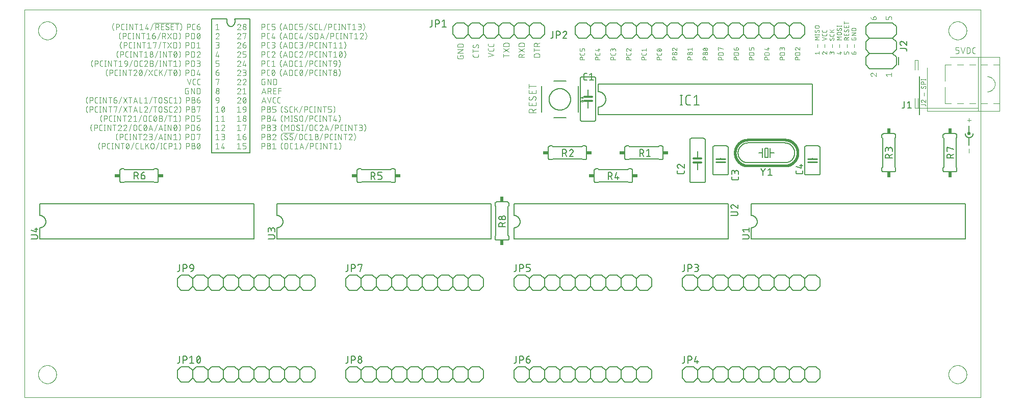
<source format=gto>
From 10bf675f953a7d2e85e21ad388a51beeaa80b0c8 Mon Sep 17 00:00:00 2001
From: kb0iic <kb0iic@berzerkula.org>
Date: Tue, 12 Jun 2018 18:18:34 -0500
Subject: Update Berzerkuino and Berzerkuino TLC5940.

---
 eagle/Arduino_TLC5940/TLC5940_SMD_8DIGIT_DEV.GTO | 34885 +++++++++++++++++++++
 1 file changed, 34885 insertions(+)
 create mode 100644 eagle/Arduino_TLC5940/TLC5940_SMD_8DIGIT_DEV.GTO

(limited to 'eagle/Arduino_TLC5940/TLC5940_SMD_8DIGIT_DEV.GTO')

diff --git a/eagle/Arduino_TLC5940/TLC5940_SMD_8DIGIT_DEV.GTO b/eagle/Arduino_TLC5940/TLC5940_SMD_8DIGIT_DEV.GTO
new file mode 100644
index 0000000..c77c9e3
--- /dev/null
+++ b/eagle/Arduino_TLC5940/TLC5940_SMD_8DIGIT_DEV.GTO
@@ -0,0 +1,34885 @@
+G75*
+%MOIN*%
+%OFA0B0*%
+%FSLAX25Y25*%
+%IPPOS*%
+%LPD*%
+%AMOC8*
+5,1,8,0,0,1.08239X$1,22.5*
+%
+%ADD10C,0.00000*%
+%ADD11C,0.00400*%
+%ADD12C,0.00300*%
+%ADD13C,0.00600*%
+%ADD14C,0.02236*%
+%ADD15C,0.01200*%
+%ADD16C,0.00500*%
+%ADD17C,0.01000*%
+%ADD18C,0.00394*%
+%ADD19R,0.03400X0.02400*%
+%ADD20C,0.00800*%
+%ADD21C,0.01600*%
+%ADD22C,0.00700*%
+%ADD23R,0.02400X0.03400*%
+D10*
+X0001300Y0001300D02*
+X0001300Y0255001D01*
+X0626221Y0255001D01*
+X0626221Y0001300D01*
+X0001300Y0001300D01*
+X0010394Y0016300D02*
+X0010396Y0016453D01*
+X0010402Y0016607D01*
+X0010412Y0016760D01*
+X0010426Y0016912D01*
+X0010444Y0017065D01*
+X0010466Y0017216D01*
+X0010491Y0017367D01*
+X0010521Y0017518D01*
+X0010555Y0017668D01*
+X0010592Y0017816D01*
+X0010633Y0017964D01*
+X0010678Y0018110D01*
+X0010727Y0018256D01*
+X0010780Y0018400D01*
+X0010836Y0018542D01*
+X0010896Y0018683D01*
+X0010960Y0018823D01*
+X0011027Y0018961D01*
+X0011098Y0019097D01*
+X0011173Y0019231D01*
+X0011250Y0019363D01*
+X0011332Y0019493D01*
+X0011416Y0019621D01*
+X0011504Y0019747D01*
+X0011595Y0019870D01*
+X0011689Y0019991D01*
+X0011787Y0020109D01*
+X0011887Y0020225D01*
+X0011991Y0020338D01*
+X0012097Y0020449D01*
+X0012206Y0020557D01*
+X0012318Y0020662D01*
+X0012432Y0020763D01*
+X0012550Y0020862D01*
+X0012669Y0020958D01*
+X0012791Y0021051D01*
+X0012916Y0021140D01*
+X0013043Y0021227D01*
+X0013172Y0021309D01*
+X0013303Y0021389D01*
+X0013436Y0021465D01*
+X0013571Y0021538D01*
+X0013708Y0021607D01*
+X0013847Y0021672D01*
+X0013987Y0021734D01*
+X0014129Y0021792D01*
+X0014272Y0021847D01*
+X0014417Y0021898D01*
+X0014563Y0021945D01*
+X0014710Y0021988D01*
+X0014858Y0022027D01*
+X0015007Y0022063D01*
+X0015157Y0022094D01*
+X0015308Y0022122D01*
+X0015459Y0022146D01*
+X0015612Y0022166D01*
+X0015764Y0022182D01*
+X0015917Y0022194D01*
+X0016070Y0022202D01*
+X0016223Y0022206D01*
+X0016377Y0022206D01*
+X0016530Y0022202D01*
+X0016683Y0022194D01*
+X0016836Y0022182D01*
+X0016988Y0022166D01*
+X0017141Y0022146D01*
+X0017292Y0022122D01*
+X0017443Y0022094D01*
+X0017593Y0022063D01*
+X0017742Y0022027D01*
+X0017890Y0021988D01*
+X0018037Y0021945D01*
+X0018183Y0021898D01*
+X0018328Y0021847D01*
+X0018471Y0021792D01*
+X0018613Y0021734D01*
+X0018753Y0021672D01*
+X0018892Y0021607D01*
+X0019029Y0021538D01*
+X0019164Y0021465D01*
+X0019297Y0021389D01*
+X0019428Y0021309D01*
+X0019557Y0021227D01*
+X0019684Y0021140D01*
+X0019809Y0021051D01*
+X0019931Y0020958D01*
+X0020050Y0020862D01*
+X0020168Y0020763D01*
+X0020282Y0020662D01*
+X0020394Y0020557D01*
+X0020503Y0020449D01*
+X0020609Y0020338D01*
+X0020713Y0020225D01*
+X0020813Y0020109D01*
+X0020911Y0019991D01*
+X0021005Y0019870D01*
+X0021096Y0019747D01*
+X0021184Y0019621D01*
+X0021268Y0019493D01*
+X0021350Y0019363D01*
+X0021427Y0019231D01*
+X0021502Y0019097D01*
+X0021573Y0018961D01*
+X0021640Y0018823D01*
+X0021704Y0018683D01*
+X0021764Y0018542D01*
+X0021820Y0018400D01*
+X0021873Y0018256D01*
+X0021922Y0018110D01*
+X0021967Y0017964D01*
+X0022008Y0017816D01*
+X0022045Y0017668D01*
+X0022079Y0017518D01*
+X0022109Y0017367D01*
+X0022134Y0017216D01*
+X0022156Y0017065D01*
+X0022174Y0016912D01*
+X0022188Y0016760D01*
+X0022198Y0016607D01*
+X0022204Y0016453D01*
+X0022206Y0016300D01*
+X0022204Y0016147D01*
+X0022198Y0015993D01*
+X0022188Y0015840D01*
+X0022174Y0015688D01*
+X0022156Y0015535D01*
+X0022134Y0015384D01*
+X0022109Y0015233D01*
+X0022079Y0015082D01*
+X0022045Y0014932D01*
+X0022008Y0014784D01*
+X0021967Y0014636D01*
+X0021922Y0014490D01*
+X0021873Y0014344D01*
+X0021820Y0014200D01*
+X0021764Y0014058D01*
+X0021704Y0013917D01*
+X0021640Y0013777D01*
+X0021573Y0013639D01*
+X0021502Y0013503D01*
+X0021427Y0013369D01*
+X0021350Y0013237D01*
+X0021268Y0013107D01*
+X0021184Y0012979D01*
+X0021096Y0012853D01*
+X0021005Y0012730D01*
+X0020911Y0012609D01*
+X0020813Y0012491D01*
+X0020713Y0012375D01*
+X0020609Y0012262D01*
+X0020503Y0012151D01*
+X0020394Y0012043D01*
+X0020282Y0011938D01*
+X0020168Y0011837D01*
+X0020050Y0011738D01*
+X0019931Y0011642D01*
+X0019809Y0011549D01*
+X0019684Y0011460D01*
+X0019557Y0011373D01*
+X0019428Y0011291D01*
+X0019297Y0011211D01*
+X0019164Y0011135D01*
+X0019029Y0011062D01*
+X0018892Y0010993D01*
+X0018753Y0010928D01*
+X0018613Y0010866D01*
+X0018471Y0010808D01*
+X0018328Y0010753D01*
+X0018183Y0010702D01*
+X0018037Y0010655D01*
+X0017890Y0010612D01*
+X0017742Y0010573D01*
+X0017593Y0010537D01*
+X0017443Y0010506D01*
+X0017292Y0010478D01*
+X0017141Y0010454D01*
+X0016988Y0010434D01*
+X0016836Y0010418D01*
+X0016683Y0010406D01*
+X0016530Y0010398D01*
+X0016377Y0010394D01*
+X0016223Y0010394D01*
+X0016070Y0010398D01*
+X0015917Y0010406D01*
+X0015764Y0010418D01*
+X0015612Y0010434D01*
+X0015459Y0010454D01*
+X0015308Y0010478D01*
+X0015157Y0010506D01*
+X0015007Y0010537D01*
+X0014858Y0010573D01*
+X0014710Y0010612D01*
+X0014563Y0010655D01*
+X0014417Y0010702D01*
+X0014272Y0010753D01*
+X0014129Y0010808D01*
+X0013987Y0010866D01*
+X0013847Y0010928D01*
+X0013708Y0010993D01*
+X0013571Y0011062D01*
+X0013436Y0011135D01*
+X0013303Y0011211D01*
+X0013172Y0011291D01*
+X0013043Y0011373D01*
+X0012916Y0011460D01*
+X0012791Y0011549D01*
+X0012669Y0011642D01*
+X0012550Y0011738D01*
+X0012432Y0011837D01*
+X0012318Y0011938D01*
+X0012206Y0012043D01*
+X0012097Y0012151D01*
+X0011991Y0012262D01*
+X0011887Y0012375D01*
+X0011787Y0012491D01*
+X0011689Y0012609D01*
+X0011595Y0012730D01*
+X0011504Y0012853D01*
+X0011416Y0012979D01*
+X0011332Y0013107D01*
+X0011250Y0013237D01*
+X0011173Y0013369D01*
+X0011098Y0013503D01*
+X0011027Y0013639D01*
+X0010960Y0013777D01*
+X0010896Y0013917D01*
+X0010836Y0014058D01*
+X0010780Y0014200D01*
+X0010727Y0014344D01*
+X0010678Y0014490D01*
+X0010633Y0014636D01*
+X0010592Y0014784D01*
+X0010555Y0014932D01*
+X0010521Y0015082D01*
+X0010491Y0015233D01*
+X0010466Y0015384D01*
+X0010444Y0015535D01*
+X0010426Y0015688D01*
+X0010412Y0015840D01*
+X0010402Y0015993D01*
+X0010396Y0016147D01*
+X0010394Y0016300D01*
+X0010394Y0241300D02*
+X0010396Y0241453D01*
+X0010402Y0241607D01*
+X0010412Y0241760D01*
+X0010426Y0241912D01*
+X0010444Y0242065D01*
+X0010466Y0242216D01*
+X0010491Y0242367D01*
+X0010521Y0242518D01*
+X0010555Y0242668D01*
+X0010592Y0242816D01*
+X0010633Y0242964D01*
+X0010678Y0243110D01*
+X0010727Y0243256D01*
+X0010780Y0243400D01*
+X0010836Y0243542D01*
+X0010896Y0243683D01*
+X0010960Y0243823D01*
+X0011027Y0243961D01*
+X0011098Y0244097D01*
+X0011173Y0244231D01*
+X0011250Y0244363D01*
+X0011332Y0244493D01*
+X0011416Y0244621D01*
+X0011504Y0244747D01*
+X0011595Y0244870D01*
+X0011689Y0244991D01*
+X0011787Y0245109D01*
+X0011887Y0245225D01*
+X0011991Y0245338D01*
+X0012097Y0245449D01*
+X0012206Y0245557D01*
+X0012318Y0245662D01*
+X0012432Y0245763D01*
+X0012550Y0245862D01*
+X0012669Y0245958D01*
+X0012791Y0246051D01*
+X0012916Y0246140D01*
+X0013043Y0246227D01*
+X0013172Y0246309D01*
+X0013303Y0246389D01*
+X0013436Y0246465D01*
+X0013571Y0246538D01*
+X0013708Y0246607D01*
+X0013847Y0246672D01*
+X0013987Y0246734D01*
+X0014129Y0246792D01*
+X0014272Y0246847D01*
+X0014417Y0246898D01*
+X0014563Y0246945D01*
+X0014710Y0246988D01*
+X0014858Y0247027D01*
+X0015007Y0247063D01*
+X0015157Y0247094D01*
+X0015308Y0247122D01*
+X0015459Y0247146D01*
+X0015612Y0247166D01*
+X0015764Y0247182D01*
+X0015917Y0247194D01*
+X0016070Y0247202D01*
+X0016223Y0247206D01*
+X0016377Y0247206D01*
+X0016530Y0247202D01*
+X0016683Y0247194D01*
+X0016836Y0247182D01*
+X0016988Y0247166D01*
+X0017141Y0247146D01*
+X0017292Y0247122D01*
+X0017443Y0247094D01*
+X0017593Y0247063D01*
+X0017742Y0247027D01*
+X0017890Y0246988D01*
+X0018037Y0246945D01*
+X0018183Y0246898D01*
+X0018328Y0246847D01*
+X0018471Y0246792D01*
+X0018613Y0246734D01*
+X0018753Y0246672D01*
+X0018892Y0246607D01*
+X0019029Y0246538D01*
+X0019164Y0246465D01*
+X0019297Y0246389D01*
+X0019428Y0246309D01*
+X0019557Y0246227D01*
+X0019684Y0246140D01*
+X0019809Y0246051D01*
+X0019931Y0245958D01*
+X0020050Y0245862D01*
+X0020168Y0245763D01*
+X0020282Y0245662D01*
+X0020394Y0245557D01*
+X0020503Y0245449D01*
+X0020609Y0245338D01*
+X0020713Y0245225D01*
+X0020813Y0245109D01*
+X0020911Y0244991D01*
+X0021005Y0244870D01*
+X0021096Y0244747D01*
+X0021184Y0244621D01*
+X0021268Y0244493D01*
+X0021350Y0244363D01*
+X0021427Y0244231D01*
+X0021502Y0244097D01*
+X0021573Y0243961D01*
+X0021640Y0243823D01*
+X0021704Y0243683D01*
+X0021764Y0243542D01*
+X0021820Y0243400D01*
+X0021873Y0243256D01*
+X0021922Y0243110D01*
+X0021967Y0242964D01*
+X0022008Y0242816D01*
+X0022045Y0242668D01*
+X0022079Y0242518D01*
+X0022109Y0242367D01*
+X0022134Y0242216D01*
+X0022156Y0242065D01*
+X0022174Y0241912D01*
+X0022188Y0241760D01*
+X0022198Y0241607D01*
+X0022204Y0241453D01*
+X0022206Y0241300D01*
+X0022204Y0241147D01*
+X0022198Y0240993D01*
+X0022188Y0240840D01*
+X0022174Y0240688D01*
+X0022156Y0240535D01*
+X0022134Y0240384D01*
+X0022109Y0240233D01*
+X0022079Y0240082D01*
+X0022045Y0239932D01*
+X0022008Y0239784D01*
+X0021967Y0239636D01*
+X0021922Y0239490D01*
+X0021873Y0239344D01*
+X0021820Y0239200D01*
+X0021764Y0239058D01*
+X0021704Y0238917D01*
+X0021640Y0238777D01*
+X0021573Y0238639D01*
+X0021502Y0238503D01*
+X0021427Y0238369D01*
+X0021350Y0238237D01*
+X0021268Y0238107D01*
+X0021184Y0237979D01*
+X0021096Y0237853D01*
+X0021005Y0237730D01*
+X0020911Y0237609D01*
+X0020813Y0237491D01*
+X0020713Y0237375D01*
+X0020609Y0237262D01*
+X0020503Y0237151D01*
+X0020394Y0237043D01*
+X0020282Y0236938D01*
+X0020168Y0236837D01*
+X0020050Y0236738D01*
+X0019931Y0236642D01*
+X0019809Y0236549D01*
+X0019684Y0236460D01*
+X0019557Y0236373D01*
+X0019428Y0236291D01*
+X0019297Y0236211D01*
+X0019164Y0236135D01*
+X0019029Y0236062D01*
+X0018892Y0235993D01*
+X0018753Y0235928D01*
+X0018613Y0235866D01*
+X0018471Y0235808D01*
+X0018328Y0235753D01*
+X0018183Y0235702D01*
+X0018037Y0235655D01*
+X0017890Y0235612D01*
+X0017742Y0235573D01*
+X0017593Y0235537D01*
+X0017443Y0235506D01*
+X0017292Y0235478D01*
+X0017141Y0235454D01*
+X0016988Y0235434D01*
+X0016836Y0235418D01*
+X0016683Y0235406D01*
+X0016530Y0235398D01*
+X0016377Y0235394D01*
+X0016223Y0235394D01*
+X0016070Y0235398D01*
+X0015917Y0235406D01*
+X0015764Y0235418D01*
+X0015612Y0235434D01*
+X0015459Y0235454D01*
+X0015308Y0235478D01*
+X0015157Y0235506D01*
+X0015007Y0235537D01*
+X0014858Y0235573D01*
+X0014710Y0235612D01*
+X0014563Y0235655D01*
+X0014417Y0235702D01*
+X0014272Y0235753D01*
+X0014129Y0235808D01*
+X0013987Y0235866D01*
+X0013847Y0235928D01*
+X0013708Y0235993D01*
+X0013571Y0236062D01*
+X0013436Y0236135D01*
+X0013303Y0236211D01*
+X0013172Y0236291D01*
+X0013043Y0236373D01*
+X0012916Y0236460D01*
+X0012791Y0236549D01*
+X0012669Y0236642D01*
+X0012550Y0236738D01*
+X0012432Y0236837D01*
+X0012318Y0236938D01*
+X0012206Y0237043D01*
+X0012097Y0237151D01*
+X0011991Y0237262D01*
+X0011887Y0237375D01*
+X0011787Y0237491D01*
+X0011689Y0237609D01*
+X0011595Y0237730D01*
+X0011504Y0237853D01*
+X0011416Y0237979D01*
+X0011332Y0238107D01*
+X0011250Y0238237D01*
+X0011173Y0238369D01*
+X0011098Y0238503D01*
+X0011027Y0238639D01*
+X0010960Y0238777D01*
+X0010896Y0238917D01*
+X0010836Y0239058D01*
+X0010780Y0239200D01*
+X0010727Y0239344D01*
+X0010678Y0239490D01*
+X0010633Y0239636D01*
+X0010592Y0239784D01*
+X0010555Y0239932D01*
+X0010521Y0240082D01*
+X0010491Y0240233D01*
+X0010466Y0240384D01*
+X0010444Y0240535D01*
+X0010426Y0240688D01*
+X0010412Y0240840D01*
+X0010402Y0240993D01*
+X0010396Y0241147D01*
+X0010394Y0241300D01*
+X0605394Y0241300D02*
+X0605396Y0241453D01*
+X0605402Y0241607D01*
+X0605412Y0241760D01*
+X0605426Y0241912D01*
+X0605444Y0242065D01*
+X0605466Y0242216D01*
+X0605491Y0242367D01*
+X0605521Y0242518D01*
+X0605555Y0242668D01*
+X0605592Y0242816D01*
+X0605633Y0242964D01*
+X0605678Y0243110D01*
+X0605727Y0243256D01*
+X0605780Y0243400D01*
+X0605836Y0243542D01*
+X0605896Y0243683D01*
+X0605960Y0243823D01*
+X0606027Y0243961D01*
+X0606098Y0244097D01*
+X0606173Y0244231D01*
+X0606250Y0244363D01*
+X0606332Y0244493D01*
+X0606416Y0244621D01*
+X0606504Y0244747D01*
+X0606595Y0244870D01*
+X0606689Y0244991D01*
+X0606787Y0245109D01*
+X0606887Y0245225D01*
+X0606991Y0245338D01*
+X0607097Y0245449D01*
+X0607206Y0245557D01*
+X0607318Y0245662D01*
+X0607432Y0245763D01*
+X0607550Y0245862D01*
+X0607669Y0245958D01*
+X0607791Y0246051D01*
+X0607916Y0246140D01*
+X0608043Y0246227D01*
+X0608172Y0246309D01*
+X0608303Y0246389D01*
+X0608436Y0246465D01*
+X0608571Y0246538D01*
+X0608708Y0246607D01*
+X0608847Y0246672D01*
+X0608987Y0246734D01*
+X0609129Y0246792D01*
+X0609272Y0246847D01*
+X0609417Y0246898D01*
+X0609563Y0246945D01*
+X0609710Y0246988D01*
+X0609858Y0247027D01*
+X0610007Y0247063D01*
+X0610157Y0247094D01*
+X0610308Y0247122D01*
+X0610459Y0247146D01*
+X0610612Y0247166D01*
+X0610764Y0247182D01*
+X0610917Y0247194D01*
+X0611070Y0247202D01*
+X0611223Y0247206D01*
+X0611377Y0247206D01*
+X0611530Y0247202D01*
+X0611683Y0247194D01*
+X0611836Y0247182D01*
+X0611988Y0247166D01*
+X0612141Y0247146D01*
+X0612292Y0247122D01*
+X0612443Y0247094D01*
+X0612593Y0247063D01*
+X0612742Y0247027D01*
+X0612890Y0246988D01*
+X0613037Y0246945D01*
+X0613183Y0246898D01*
+X0613328Y0246847D01*
+X0613471Y0246792D01*
+X0613613Y0246734D01*
+X0613753Y0246672D01*
+X0613892Y0246607D01*
+X0614029Y0246538D01*
+X0614164Y0246465D01*
+X0614297Y0246389D01*
+X0614428Y0246309D01*
+X0614557Y0246227D01*
+X0614684Y0246140D01*
+X0614809Y0246051D01*
+X0614931Y0245958D01*
+X0615050Y0245862D01*
+X0615168Y0245763D01*
+X0615282Y0245662D01*
+X0615394Y0245557D01*
+X0615503Y0245449D01*
+X0615609Y0245338D01*
+X0615713Y0245225D01*
+X0615813Y0245109D01*
+X0615911Y0244991D01*
+X0616005Y0244870D01*
+X0616096Y0244747D01*
+X0616184Y0244621D01*
+X0616268Y0244493D01*
+X0616350Y0244363D01*
+X0616427Y0244231D01*
+X0616502Y0244097D01*
+X0616573Y0243961D01*
+X0616640Y0243823D01*
+X0616704Y0243683D01*
+X0616764Y0243542D01*
+X0616820Y0243400D01*
+X0616873Y0243256D01*
+X0616922Y0243110D01*
+X0616967Y0242964D01*
+X0617008Y0242816D01*
+X0617045Y0242668D01*
+X0617079Y0242518D01*
+X0617109Y0242367D01*
+X0617134Y0242216D01*
+X0617156Y0242065D01*
+X0617174Y0241912D01*
+X0617188Y0241760D01*
+X0617198Y0241607D01*
+X0617204Y0241453D01*
+X0617206Y0241300D01*
+X0617204Y0241147D01*
+X0617198Y0240993D01*
+X0617188Y0240840D01*
+X0617174Y0240688D01*
+X0617156Y0240535D01*
+X0617134Y0240384D01*
+X0617109Y0240233D01*
+X0617079Y0240082D01*
+X0617045Y0239932D01*
+X0617008Y0239784D01*
+X0616967Y0239636D01*
+X0616922Y0239490D01*
+X0616873Y0239344D01*
+X0616820Y0239200D01*
+X0616764Y0239058D01*
+X0616704Y0238917D01*
+X0616640Y0238777D01*
+X0616573Y0238639D01*
+X0616502Y0238503D01*
+X0616427Y0238369D01*
+X0616350Y0238237D01*
+X0616268Y0238107D01*
+X0616184Y0237979D01*
+X0616096Y0237853D01*
+X0616005Y0237730D01*
+X0615911Y0237609D01*
+X0615813Y0237491D01*
+X0615713Y0237375D01*
+X0615609Y0237262D01*
+X0615503Y0237151D01*
+X0615394Y0237043D01*
+X0615282Y0236938D01*
+X0615168Y0236837D01*
+X0615050Y0236738D01*
+X0614931Y0236642D01*
+X0614809Y0236549D01*
+X0614684Y0236460D01*
+X0614557Y0236373D01*
+X0614428Y0236291D01*
+X0614297Y0236211D01*
+X0614164Y0236135D01*
+X0614029Y0236062D01*
+X0613892Y0235993D01*
+X0613753Y0235928D01*
+X0613613Y0235866D01*
+X0613471Y0235808D01*
+X0613328Y0235753D01*
+X0613183Y0235702D01*
+X0613037Y0235655D01*
+X0612890Y0235612D01*
+X0612742Y0235573D01*
+X0612593Y0235537D01*
+X0612443Y0235506D01*
+X0612292Y0235478D01*
+X0612141Y0235454D01*
+X0611988Y0235434D01*
+X0611836Y0235418D01*
+X0611683Y0235406D01*
+X0611530Y0235398D01*
+X0611377Y0235394D01*
+X0611223Y0235394D01*
+X0611070Y0235398D01*
+X0610917Y0235406D01*
+X0610764Y0235418D01*
+X0610612Y0235434D01*
+X0610459Y0235454D01*
+X0610308Y0235478D01*
+X0610157Y0235506D01*
+X0610007Y0235537D01*
+X0609858Y0235573D01*
+X0609710Y0235612D01*
+X0609563Y0235655D01*
+X0609417Y0235702D01*
+X0609272Y0235753D01*
+X0609129Y0235808D01*
+X0608987Y0235866D01*
+X0608847Y0235928D01*
+X0608708Y0235993D01*
+X0608571Y0236062D01*
+X0608436Y0236135D01*
+X0608303Y0236211D01*
+X0608172Y0236291D01*
+X0608043Y0236373D01*
+X0607916Y0236460D01*
+X0607791Y0236549D01*
+X0607669Y0236642D01*
+X0607550Y0236738D01*
+X0607432Y0236837D01*
+X0607318Y0236938D01*
+X0607206Y0237043D01*
+X0607097Y0237151D01*
+X0606991Y0237262D01*
+X0606887Y0237375D01*
+X0606787Y0237491D01*
+X0606689Y0237609D01*
+X0606595Y0237730D01*
+X0606504Y0237853D01*
+X0606416Y0237979D01*
+X0606332Y0238107D01*
+X0606250Y0238237D01*
+X0606173Y0238369D01*
+X0606098Y0238503D01*
+X0606027Y0238639D01*
+X0605960Y0238777D01*
+X0605896Y0238917D01*
+X0605836Y0239058D01*
+X0605780Y0239200D01*
+X0605727Y0239344D01*
+X0605678Y0239490D01*
+X0605633Y0239636D01*
+X0605592Y0239784D01*
+X0605555Y0239932D01*
+X0605521Y0240082D01*
+X0605491Y0240233D01*
+X0605466Y0240384D01*
+X0605444Y0240535D01*
+X0605426Y0240688D01*
+X0605412Y0240840D01*
+X0605402Y0240993D01*
+X0605396Y0241147D01*
+X0605394Y0241300D01*
+X0605394Y0016300D02*
+X0605396Y0016453D01*
+X0605402Y0016607D01*
+X0605412Y0016760D01*
+X0605426Y0016912D01*
+X0605444Y0017065D01*
+X0605466Y0017216D01*
+X0605491Y0017367D01*
+X0605521Y0017518D01*
+X0605555Y0017668D01*
+X0605592Y0017816D01*
+X0605633Y0017964D01*
+X0605678Y0018110D01*
+X0605727Y0018256D01*
+X0605780Y0018400D01*
+X0605836Y0018542D01*
+X0605896Y0018683D01*
+X0605960Y0018823D01*
+X0606027Y0018961D01*
+X0606098Y0019097D01*
+X0606173Y0019231D01*
+X0606250Y0019363D01*
+X0606332Y0019493D01*
+X0606416Y0019621D01*
+X0606504Y0019747D01*
+X0606595Y0019870D01*
+X0606689Y0019991D01*
+X0606787Y0020109D01*
+X0606887Y0020225D01*
+X0606991Y0020338D01*
+X0607097Y0020449D01*
+X0607206Y0020557D01*
+X0607318Y0020662D01*
+X0607432Y0020763D01*
+X0607550Y0020862D01*
+X0607669Y0020958D01*
+X0607791Y0021051D01*
+X0607916Y0021140D01*
+X0608043Y0021227D01*
+X0608172Y0021309D01*
+X0608303Y0021389D01*
+X0608436Y0021465D01*
+X0608571Y0021538D01*
+X0608708Y0021607D01*
+X0608847Y0021672D01*
+X0608987Y0021734D01*
+X0609129Y0021792D01*
+X0609272Y0021847D01*
+X0609417Y0021898D01*
+X0609563Y0021945D01*
+X0609710Y0021988D01*
+X0609858Y0022027D01*
+X0610007Y0022063D01*
+X0610157Y0022094D01*
+X0610308Y0022122D01*
+X0610459Y0022146D01*
+X0610612Y0022166D01*
+X0610764Y0022182D01*
+X0610917Y0022194D01*
+X0611070Y0022202D01*
+X0611223Y0022206D01*
+X0611377Y0022206D01*
+X0611530Y0022202D01*
+X0611683Y0022194D01*
+X0611836Y0022182D01*
+X0611988Y0022166D01*
+X0612141Y0022146D01*
+X0612292Y0022122D01*
+X0612443Y0022094D01*
+X0612593Y0022063D01*
+X0612742Y0022027D01*
+X0612890Y0021988D01*
+X0613037Y0021945D01*
+X0613183Y0021898D01*
+X0613328Y0021847D01*
+X0613471Y0021792D01*
+X0613613Y0021734D01*
+X0613753Y0021672D01*
+X0613892Y0021607D01*
+X0614029Y0021538D01*
+X0614164Y0021465D01*
+X0614297Y0021389D01*
+X0614428Y0021309D01*
+X0614557Y0021227D01*
+X0614684Y0021140D01*
+X0614809Y0021051D01*
+X0614931Y0020958D01*
+X0615050Y0020862D01*
+X0615168Y0020763D01*
+X0615282Y0020662D01*
+X0615394Y0020557D01*
+X0615503Y0020449D01*
+X0615609Y0020338D01*
+X0615713Y0020225D01*
+X0615813Y0020109D01*
+X0615911Y0019991D01*
+X0616005Y0019870D01*
+X0616096Y0019747D01*
+X0616184Y0019621D01*
+X0616268Y0019493D01*
+X0616350Y0019363D01*
+X0616427Y0019231D01*
+X0616502Y0019097D01*
+X0616573Y0018961D01*
+X0616640Y0018823D01*
+X0616704Y0018683D01*
+X0616764Y0018542D01*
+X0616820Y0018400D01*
+X0616873Y0018256D01*
+X0616922Y0018110D01*
+X0616967Y0017964D01*
+X0617008Y0017816D01*
+X0617045Y0017668D01*
+X0617079Y0017518D01*
+X0617109Y0017367D01*
+X0617134Y0017216D01*
+X0617156Y0017065D01*
+X0617174Y0016912D01*
+X0617188Y0016760D01*
+X0617198Y0016607D01*
+X0617204Y0016453D01*
+X0617206Y0016300D01*
+X0617204Y0016147D01*
+X0617198Y0015993D01*
+X0617188Y0015840D01*
+X0617174Y0015688D01*
+X0617156Y0015535D01*
+X0617134Y0015384D01*
+X0617109Y0015233D01*
+X0617079Y0015082D01*
+X0617045Y0014932D01*
+X0617008Y0014784D01*
+X0616967Y0014636D01*
+X0616922Y0014490D01*
+X0616873Y0014344D01*
+X0616820Y0014200D01*
+X0616764Y0014058D01*
+X0616704Y0013917D01*
+X0616640Y0013777D01*
+X0616573Y0013639D01*
+X0616502Y0013503D01*
+X0616427Y0013369D01*
+X0616350Y0013237D01*
+X0616268Y0013107D01*
+X0616184Y0012979D01*
+X0616096Y0012853D01*
+X0616005Y0012730D01*
+X0615911Y0012609D01*
+X0615813Y0012491D01*
+X0615713Y0012375D01*
+X0615609Y0012262D01*
+X0615503Y0012151D01*
+X0615394Y0012043D01*
+X0615282Y0011938D01*
+X0615168Y0011837D01*
+X0615050Y0011738D01*
+X0614931Y0011642D01*
+X0614809Y0011549D01*
+X0614684Y0011460D01*
+X0614557Y0011373D01*
+X0614428Y0011291D01*
+X0614297Y0011211D01*
+X0614164Y0011135D01*
+X0614029Y0011062D01*
+X0613892Y0010993D01*
+X0613753Y0010928D01*
+X0613613Y0010866D01*
+X0613471Y0010808D01*
+X0613328Y0010753D01*
+X0613183Y0010702D01*
+X0613037Y0010655D01*
+X0612890Y0010612D01*
+X0612742Y0010573D01*
+X0612593Y0010537D01*
+X0612443Y0010506D01*
+X0612292Y0010478D01*
+X0612141Y0010454D01*
+X0611988Y0010434D01*
+X0611836Y0010418D01*
+X0611683Y0010406D01*
+X0611530Y0010398D01*
+X0611377Y0010394D01*
+X0611223Y0010394D01*
+X0611070Y0010398D01*
+X0610917Y0010406D01*
+X0610764Y0010418D01*
+X0610612Y0010434D01*
+X0610459Y0010454D01*
+X0610308Y0010478D01*
+X0610157Y0010506D01*
+X0610007Y0010537D01*
+X0609858Y0010573D01*
+X0609710Y0010612D01*
+X0609563Y0010655D01*
+X0609417Y0010702D01*
+X0609272Y0010753D01*
+X0609129Y0010808D01*
+X0608987Y0010866D01*
+X0608847Y0010928D01*
+X0608708Y0010993D01*
+X0608571Y0011062D01*
+X0608436Y0011135D01*
+X0608303Y0011211D01*
+X0608172Y0011291D01*
+X0608043Y0011373D01*
+X0607916Y0011460D01*
+X0607791Y0011549D01*
+X0607669Y0011642D01*
+X0607550Y0011738D01*
+X0607432Y0011837D01*
+X0607318Y0011938D01*
+X0607206Y0012043D01*
+X0607097Y0012151D01*
+X0606991Y0012262D01*
+X0606887Y0012375D01*
+X0606787Y0012491D01*
+X0606689Y0012609D01*
+X0606595Y0012730D01*
+X0606504Y0012853D01*
+X0606416Y0012979D01*
+X0606332Y0013107D01*
+X0606250Y0013237D01*
+X0606173Y0013369D01*
+X0606098Y0013503D01*
+X0606027Y0013639D01*
+X0605960Y0013777D01*
+X0605896Y0013917D01*
+X0605836Y0014058D01*
+X0605780Y0014200D01*
+X0605727Y0014344D01*
+X0605678Y0014490D01*
+X0605633Y0014636D01*
+X0605592Y0014784D01*
+X0605555Y0014932D01*
+X0605521Y0015082D01*
+X0605491Y0015233D01*
+X0605466Y0015384D01*
+X0605444Y0015535D01*
+X0605426Y0015688D01*
+X0605412Y0015840D01*
+X0605402Y0015993D01*
+X0605396Y0016147D01*
+X0605394Y0016300D01*
+D11*
+X0335600Y0187500D02*
+X0331000Y0187500D01*
+X0331000Y0188778D01*
+X0331002Y0188848D01*
+X0331008Y0188919D01*
+X0331017Y0188988D01*
+X0331031Y0189057D01*
+X0331048Y0189126D01*
+X0331069Y0189193D01*
+X0331094Y0189259D01*
+X0331122Y0189323D01*
+X0331154Y0189386D01*
+X0331189Y0189447D01*
+X0331228Y0189506D01*
+X0331269Y0189563D01*
+X0331314Y0189617D01*
+X0331362Y0189669D01*
+X0331412Y0189718D01*
+X0331466Y0189765D01*
+X0331521Y0189808D01*
+X0331579Y0189848D01*
+X0331639Y0189885D01*
+X0331701Y0189918D01*
+X0331765Y0189948D01*
+X0331830Y0189975D01*
+X0331896Y0189998D01*
+X0331964Y0190017D01*
+X0332033Y0190032D01*
+X0332102Y0190044D01*
+X0332172Y0190052D01*
+X0332243Y0190056D01*
+X0332313Y0190056D01*
+X0332384Y0190052D01*
+X0332454Y0190044D01*
+X0332523Y0190032D01*
+X0332592Y0190017D01*
+X0332660Y0189998D01*
+X0332726Y0189975D01*
+X0332791Y0189948D01*
+X0332855Y0189918D01*
+X0332917Y0189885D01*
+X0332977Y0189848D01*
+X0333035Y0189808D01*
+X0333090Y0189765D01*
+X0333144Y0189718D01*
+X0333194Y0189669D01*
+X0333242Y0189617D01*
+X0333287Y0189563D01*
+X0333328Y0189506D01*
+X0333367Y0189447D01*
+X0333402Y0189386D01*
+X0333434Y0189323D01*
+X0333462Y0189259D01*
+X0333487Y0189193D01*
+X0333508Y0189126D01*
+X0333525Y0189057D01*
+X0333539Y0188988D01*
+X0333548Y0188919D01*
+X0333554Y0188848D01*
+X0333556Y0188778D01*
+X0333556Y0187500D01*
+X0333556Y0189033D02*
+X0335600Y0190056D01*
+X0335600Y0192130D02*
+X0331000Y0192130D01*
+X0331000Y0194174D01*
+X0333044Y0193663D02*
+X0333044Y0192130D01*
+X0335600Y0192130D02*
+X0335600Y0194174D01*
+X0332917Y0196360D02*
+X0333683Y0197765D01*
+X0335600Y0197254D02*
+X0335598Y0197164D01*
+X0335593Y0197075D01*
+X0335583Y0196986D01*
+X0335570Y0196897D01*
+X0335554Y0196809D01*
+X0335533Y0196721D01*
+X0335509Y0196635D01*
+X0335482Y0196549D01*
+X0335451Y0196465D01*
+X0335416Y0196382D01*
+X0335378Y0196301D01*
+X0335337Y0196221D01*
+X0335293Y0196144D01*
+X0335245Y0196068D01*
+X0335194Y0195994D01*
+X0335140Y0195922D01*
+X0335083Y0195853D01*
+X0335024Y0195785D01*
+X0334961Y0195721D01*
+X0333684Y0197765D02*
+X0333718Y0197819D01*
+X0333755Y0197870D01*
+X0333795Y0197919D01*
+X0333838Y0197966D01*
+X0333884Y0198009D01*
+X0333932Y0198050D01*
+X0333983Y0198088D01*
+X0334036Y0198123D01*
+X0334091Y0198155D01*
+X0334148Y0198183D01*
+X0334206Y0198207D01*
+X0334266Y0198228D01*
+X0334327Y0198245D01*
+X0334389Y0198259D01*
+X0334452Y0198268D01*
+X0334515Y0198274D01*
+X0334578Y0198276D01*
+X0334640Y0198274D01*
+X0334701Y0198269D01*
+X0334762Y0198259D01*
+X0334823Y0198246D01*
+X0334882Y0198230D01*
+X0334940Y0198210D01*
+X0334997Y0198186D01*
+X0335053Y0198159D01*
+X0335107Y0198129D01*
+X0335159Y0198095D01*
+X0335208Y0198059D01*
+X0335256Y0198019D01*
+X0335301Y0197977D01*
+X0335343Y0197932D01*
+X0335383Y0197884D01*
+X0335419Y0197835D01*
+X0335453Y0197783D01*
+X0335483Y0197729D01*
+X0335510Y0197673D01*
+X0335534Y0197616D01*
+X0335554Y0197558D01*
+X0335570Y0197499D01*
+X0335583Y0197438D01*
+X0335593Y0197377D01*
+X0335598Y0197316D01*
+X0335600Y0197254D01*
+X0331383Y0198021D02*
+X0331335Y0197954D01*
+X0331290Y0197886D01*
+X0331248Y0197815D01*
+X0331210Y0197742D01*
+X0331174Y0197668D01*
+X0331141Y0197593D01*
+X0331112Y0197516D01*
+X0331086Y0197438D01*
+X0331063Y0197359D01*
+X0331044Y0197279D01*
+X0331028Y0197198D01*
+X0331016Y0197117D01*
+X0331007Y0197035D01*
+X0331002Y0196953D01*
+X0331000Y0196871D01*
+X0331002Y0196809D01*
+X0331007Y0196748D01*
+X0331017Y0196687D01*
+X0331030Y0196626D01*
+X0331046Y0196567D01*
+X0331066Y0196509D01*
+X0331090Y0196452D01*
+X0331117Y0196396D01*
+X0331147Y0196342D01*
+X0331181Y0196290D01*
+X0331217Y0196241D01*
+X0331257Y0196193D01*
+X0331299Y0196148D01*
+X0331344Y0196106D01*
+X0331392Y0196066D01*
+X0331441Y0196030D01*
+X0331493Y0195996D01*
+X0331547Y0195966D01*
+X0331603Y0195939D01*
+X0331660Y0195915D01*
+X0331718Y0195895D01*
+X0331777Y0195879D01*
+X0331838Y0195866D01*
+X0331899Y0195856D01*
+X0331960Y0195851D01*
+X0332022Y0195849D01*
+X0332085Y0195851D01*
+X0332148Y0195857D01*
+X0332211Y0195866D01*
+X0332273Y0195880D01*
+X0332334Y0195897D01*
+X0332394Y0195918D01*
+X0332452Y0195942D01*
+X0332509Y0195970D01*
+X0332564Y0196002D01*
+X0332617Y0196037D01*
+X0332668Y0196075D01*
+X0332716Y0196116D01*
+X0332762Y0196159D01*
+X0332805Y0196206D01*
+X0332845Y0196255D01*
+X0332882Y0196306D01*
+X0332916Y0196360D01*
+X0333044Y0200230D02*
+X0333044Y0201763D01*
+X0331000Y0202274D02*
+X0331000Y0200230D01*
+X0335600Y0200230D01*
+X0335600Y0202274D01*
+X0335600Y0204949D02*
+X0331000Y0204949D01*
+X0331000Y0203671D02*
+X0331000Y0206227D01*
+X0556100Y0248500D02*
+X0557100Y0248500D01*
+X0557162Y0248502D01*
+X0557223Y0248508D01*
+X0557284Y0248517D01*
+X0557344Y0248530D01*
+X0557403Y0248547D01*
+X0557461Y0248568D01*
+X0557518Y0248592D01*
+X0557573Y0248619D01*
+X0557626Y0248650D01*
+X0557678Y0248684D01*
+X0557727Y0248721D01*
+X0557774Y0248761D01*
+X0557818Y0248804D01*
+X0557859Y0248849D01*
+X0557898Y0248897D01*
+X0557934Y0248948D01*
+X0557966Y0249000D01*
+X0557995Y0249054D01*
+X0558021Y0249110D01*
+X0558043Y0249168D01*
+X0558062Y0249226D01*
+X0558077Y0249286D01*
+X0558088Y0249347D01*
+X0558096Y0249408D01*
+X0558100Y0249469D01*
+X0558100Y0249531D01*
+X0558096Y0249592D01*
+X0558088Y0249653D01*
+X0558077Y0249714D01*
+X0558062Y0249774D01*
+X0558043Y0249832D01*
+X0558021Y0249890D01*
+X0557995Y0249946D01*
+X0557966Y0250000D01*
+X0557934Y0250052D01*
+X0557898Y0250103D01*
+X0557859Y0250151D01*
+X0557818Y0250196D01*
+X0557774Y0250239D01*
+X0557727Y0250279D01*
+X0557678Y0250316D01*
+X0557626Y0250350D01*
+X0557573Y0250381D01*
+X0557518Y0250408D01*
+X0557461Y0250432D01*
+X0557403Y0250453D01*
+X0557344Y0250470D01*
+X0557284Y0250483D01*
+X0557223Y0250492D01*
+X0557162Y0250498D01*
+X0557100Y0250500D01*
+X0556900Y0250500D01*
+X0556845Y0250498D01*
+X0556791Y0250493D01*
+X0556737Y0250483D01*
+X0556684Y0250470D01*
+X0556632Y0250454D01*
+X0556581Y0250434D01*
+X0556532Y0250410D01*
+X0556484Y0250384D01*
+X0556439Y0250354D01*
+X0556395Y0250321D01*
+X0556354Y0250285D01*
+X0556315Y0250246D01*
+X0556279Y0250205D01*
+X0556246Y0250161D01*
+X0556216Y0250116D01*
+X0556190Y0250068D01*
+X0556166Y0250019D01*
+X0556146Y0249968D01*
+X0556130Y0249916D01*
+X0556117Y0249863D01*
+X0556107Y0249809D01*
+X0556102Y0249755D01*
+X0556100Y0249700D01*
+X0556100Y0248500D01*
+X0556021Y0248502D01*
+X0555943Y0248508D01*
+X0555865Y0248517D01*
+X0555788Y0248531D01*
+X0555711Y0248548D01*
+X0555636Y0248569D01*
+X0555561Y0248594D01*
+X0555488Y0248622D01*
+X0555416Y0248654D01*
+X0555346Y0248689D01*
+X0555277Y0248728D01*
+X0555211Y0248770D01*
+X0555147Y0248815D01*
+X0555085Y0248863D01*
+X0555026Y0248914D01*
+X0554969Y0248969D01*
+X0554914Y0249026D01*
+X0554863Y0249085D01*
+X0554815Y0249147D01*
+X0554770Y0249211D01*
+X0554728Y0249277D01*
+X0554689Y0249346D01*
+X0554654Y0249416D01*
+X0554622Y0249488D01*
+X0554594Y0249561D01*
+X0554569Y0249636D01*
+X0554548Y0249711D01*
+X0554531Y0249788D01*
+X0554517Y0249865D01*
+X0554508Y0249943D01*
+X0554502Y0250021D01*
+X0554500Y0250100D01*
+X0564500Y0250500D02*
+X0564500Y0248500D01*
+X0566100Y0248500D01*
+X0566100Y0249700D01*
+X0566102Y0249755D01*
+X0566107Y0249809D01*
+X0566117Y0249863D01*
+X0566130Y0249916D01*
+X0566146Y0249968D01*
+X0566166Y0250019D01*
+X0566190Y0250068D01*
+X0566216Y0250116D01*
+X0566246Y0250161D01*
+X0566279Y0250205D01*
+X0566315Y0250246D01*
+X0566354Y0250285D01*
+X0566395Y0250321D01*
+X0566439Y0250354D01*
+X0566484Y0250384D01*
+X0566532Y0250410D01*
+X0566581Y0250434D01*
+X0566632Y0250454D01*
+X0566684Y0250470D01*
+X0566737Y0250483D01*
+X0566791Y0250493D01*
+X0566845Y0250498D01*
+X0566900Y0250500D01*
+X0567300Y0250500D01*
+X0567355Y0250498D01*
+X0567409Y0250493D01*
+X0567463Y0250483D01*
+X0567516Y0250470D01*
+X0567568Y0250454D01*
+X0567619Y0250434D01*
+X0567668Y0250410D01*
+X0567716Y0250384D01*
+X0567761Y0250354D01*
+X0567805Y0250321D01*
+X0567846Y0250285D01*
+X0567885Y0250246D01*
+X0567921Y0250205D01*
+X0567954Y0250161D01*
+X0567984Y0250116D01*
+X0568010Y0250068D01*
+X0568034Y0250019D01*
+X0568054Y0249968D01*
+X0568070Y0249916D01*
+X0568083Y0249863D01*
+X0568093Y0249809D01*
+X0568098Y0249755D01*
+X0568100Y0249700D01*
+X0568100Y0248500D01*
+D12*
+X0544850Y0242120D02*
+X0544850Y0241315D01*
+X0541950Y0241315D01*
+X0541950Y0242120D01*
+X0541952Y0242175D01*
+X0541958Y0242230D01*
+X0541967Y0242284D01*
+X0541980Y0242337D01*
+X0541997Y0242390D01*
+X0542017Y0242441D01*
+X0542040Y0242491D01*
+X0542067Y0242539D01*
+X0542098Y0242585D01*
+X0542131Y0242629D01*
+X0542167Y0242670D01*
+X0542206Y0242709D01*
+X0542247Y0242745D01*
+X0542291Y0242778D01*
+X0542337Y0242809D01*
+X0542385Y0242836D01*
+X0542435Y0242859D01*
+X0542486Y0242879D01*
+X0542539Y0242896D01*
+X0542592Y0242909D01*
+X0542646Y0242918D01*
+X0542701Y0242924D01*
+X0542756Y0242926D01*
+X0544044Y0242926D01*
+X0544099Y0242924D01*
+X0544154Y0242918D01*
+X0544208Y0242909D01*
+X0544261Y0242896D01*
+X0544314Y0242879D01*
+X0544365Y0242859D01*
+X0544415Y0242836D01*
+X0544463Y0242809D01*
+X0544509Y0242778D01*
+X0544553Y0242745D01*
+X0544594Y0242709D01*
+X0544633Y0242670D01*
+X0544669Y0242629D01*
+X0544702Y0242585D01*
+X0544733Y0242539D01*
+X0544760Y0242491D01*
+X0544783Y0242441D01*
+X0544803Y0242390D01*
+X0544820Y0242337D01*
+X0544833Y0242284D01*
+X0544842Y0242230D01*
+X0544848Y0242175D01*
+X0544850Y0242120D01*
+X0544850Y0239854D02*
+X0541950Y0239854D01*
+X0541950Y0238243D02*
+X0544850Y0239854D01*
+X0544850Y0238243D02*
+X0541950Y0238243D01*
+X0541950Y0236782D02*
+X0541950Y0235815D01*
+X0541952Y0235764D01*
+X0541958Y0235714D01*
+X0541968Y0235665D01*
+X0541982Y0235616D01*
+X0541999Y0235569D01*
+X0542020Y0235523D01*
+X0542045Y0235478D01*
+X0542073Y0235436D01*
+X0542104Y0235397D01*
+X0542139Y0235360D01*
+X0542176Y0235325D01*
+X0542215Y0235294D01*
+X0542258Y0235266D01*
+X0542302Y0235241D01*
+X0542348Y0235220D01*
+X0542395Y0235203D01*
+X0542444Y0235189D01*
+X0542493Y0235179D01*
+X0542543Y0235173D01*
+X0542594Y0235171D01*
+X0544206Y0235171D01*
+X0544254Y0235173D01*
+X0544302Y0235178D01*
+X0544349Y0235187D01*
+X0544396Y0235200D01*
+X0544441Y0235216D01*
+X0544485Y0235235D01*
+X0544528Y0235257D01*
+X0544569Y0235283D01*
+X0544608Y0235312D01*
+X0544644Y0235343D01*
+X0544678Y0235377D01*
+X0544709Y0235413D01*
+X0544738Y0235452D01*
+X0544764Y0235493D01*
+X0544786Y0235536D01*
+X0544805Y0235580D01*
+X0544821Y0235625D01*
+X0544834Y0235672D01*
+X0544843Y0235719D01*
+X0544848Y0235767D01*
+X0544850Y0235815D01*
+X0544850Y0236782D01*
+X0543239Y0236782D01*
+X0543239Y0236299D01*
+X0540050Y0236802D02*
+X0538761Y0236158D01*
+X0538761Y0235997D02*
+X0538761Y0235191D01*
+X0538762Y0235997D02*
+X0538760Y0236052D01*
+X0538754Y0236107D01*
+X0538745Y0236161D01*
+X0538732Y0236214D01*
+X0538715Y0236267D01*
+X0538695Y0236318D01*
+X0538672Y0236368D01*
+X0538645Y0236416D01*
+X0538614Y0236462D01*
+X0538581Y0236506D01*
+X0538545Y0236547D01*
+X0538506Y0236586D01*
+X0538465Y0236622D01*
+X0538421Y0236655D01*
+X0538375Y0236686D01*
+X0538327Y0236713D01*
+X0538277Y0236736D01*
+X0538226Y0236756D01*
+X0538173Y0236773D01*
+X0538120Y0236786D01*
+X0538066Y0236795D01*
+X0538011Y0236801D01*
+X0537956Y0236803D01*
+X0537901Y0236801D01*
+X0537846Y0236795D01*
+X0537792Y0236786D01*
+X0537739Y0236773D01*
+X0537686Y0236756D01*
+X0537635Y0236736D01*
+X0537585Y0236713D01*
+X0537537Y0236686D01*
+X0537491Y0236655D01*
+X0537447Y0236622D01*
+X0537406Y0236586D01*
+X0537367Y0236547D01*
+X0537331Y0236506D01*
+X0537298Y0236462D01*
+X0537267Y0236416D01*
+X0537240Y0236368D01*
+X0537217Y0236318D01*
+X0537197Y0236267D01*
+X0537180Y0236214D01*
+X0537167Y0236161D01*
+X0537158Y0236107D01*
+X0537152Y0236052D01*
+X0537150Y0235997D01*
+X0537150Y0235191D01*
+X0540050Y0235191D01*
+X0540050Y0238153D02*
+X0537150Y0238153D01*
+X0537150Y0239442D01*
+X0538439Y0239120D02*
+X0538439Y0238153D01*
+X0540050Y0238153D02*
+X0540050Y0239442D01*
+X0538842Y0241740D02*
+X0538868Y0241780D01*
+X0538897Y0241819D01*
+X0538929Y0241856D01*
+X0538964Y0241890D01*
+X0539001Y0241921D01*
+X0539040Y0241950D01*
+X0539081Y0241976D01*
+X0539124Y0241998D01*
+X0539169Y0242017D01*
+X0539215Y0242033D01*
+X0539261Y0242046D01*
+X0539309Y0242055D01*
+X0539357Y0242060D01*
+X0539406Y0242062D01*
+X0539454Y0242060D01*
+X0539502Y0242055D01*
+X0539549Y0242046D01*
+X0539596Y0242033D01*
+X0539641Y0242017D01*
+X0539685Y0241998D01*
+X0539728Y0241976D01*
+X0539769Y0241950D01*
+X0539808Y0241921D01*
+X0539844Y0241890D01*
+X0539878Y0241856D01*
+X0539909Y0241820D01*
+X0539938Y0241781D01*
+X0539964Y0241740D01*
+X0539986Y0241697D01*
+X0540005Y0241653D01*
+X0540021Y0241608D01*
+X0540034Y0241561D01*
+X0540043Y0241514D01*
+X0540048Y0241466D01*
+X0540050Y0241418D01*
+X0538842Y0241740D02*
+X0538358Y0240854D01*
+X0537150Y0241176D02*
+X0537152Y0241241D01*
+X0537157Y0241305D01*
+X0537166Y0241370D01*
+X0537178Y0241433D01*
+X0537193Y0241496D01*
+X0537212Y0241558D01*
+X0537234Y0241619D01*
+X0537259Y0241678D01*
+X0537288Y0241737D01*
+X0537320Y0241793D01*
+X0537354Y0241848D01*
+X0537392Y0241901D01*
+X0538358Y0240853D02*
+X0538332Y0240813D01*
+X0538303Y0240774D01*
+X0538271Y0240737D01*
+X0538236Y0240703D01*
+X0538199Y0240672D01*
+X0538160Y0240643D01*
+X0538119Y0240617D01*
+X0538076Y0240595D01*
+X0538031Y0240576D01*
+X0537985Y0240560D01*
+X0537939Y0240547D01*
+X0537891Y0240538D01*
+X0537843Y0240533D01*
+X0537794Y0240531D01*
+X0537794Y0240532D02*
+X0537746Y0240534D01*
+X0537698Y0240539D01*
+X0537651Y0240548D01*
+X0537604Y0240561D01*
+X0537559Y0240577D01*
+X0537515Y0240596D01*
+X0537472Y0240618D01*
+X0537431Y0240644D01*
+X0537392Y0240673D01*
+X0537356Y0240704D01*
+X0537322Y0240738D01*
+X0537291Y0240774D01*
+X0537262Y0240813D01*
+X0537236Y0240854D01*
+X0537214Y0240897D01*
+X0537195Y0240941D01*
+X0537179Y0240986D01*
+X0537166Y0241033D01*
+X0537157Y0241080D01*
+X0537152Y0241128D01*
+X0537150Y0241176D01*
+X0539647Y0240452D02*
+X0539697Y0240503D01*
+X0539744Y0240558D01*
+X0539787Y0240614D01*
+X0539828Y0240673D01*
+X0539866Y0240734D01*
+X0539900Y0240797D01*
+X0539931Y0240862D01*
+X0539959Y0240928D01*
+X0539983Y0240995D01*
+X0540003Y0241064D01*
+X0540020Y0241134D01*
+X0540033Y0241204D01*
+X0540042Y0241275D01*
+X0540048Y0241346D01*
+X0540050Y0241418D01*
+X0540050Y0243337D02*
+X0537150Y0243337D01*
+X0537150Y0244626D01*
+X0537150Y0245539D02*
+X0537150Y0247150D01*
+X0537150Y0246344D02*
+X0540050Y0246344D01*
+X0540050Y0244626D02*
+X0540050Y0243337D01*
+X0538439Y0243337D02*
+X0538439Y0244304D01*
+X0535250Y0244328D02*
+X0532350Y0244328D01*
+X0532350Y0244006D02*
+X0532350Y0244651D01*
+X0534042Y0242604D02*
+X0533558Y0241718D01*
+X0532350Y0242040D02*
+X0532352Y0242105D01*
+X0532357Y0242169D01*
+X0532366Y0242234D01*
+X0532378Y0242297D01*
+X0532393Y0242360D01*
+X0532412Y0242422D01*
+X0532434Y0242483D01*
+X0532459Y0242542D01*
+X0532488Y0242601D01*
+X0532520Y0242657D01*
+X0532554Y0242712D01*
+X0532592Y0242765D01*
+X0533558Y0241717D02*
+X0533532Y0241677D01*
+X0533503Y0241638D01*
+X0533471Y0241601D01*
+X0533436Y0241567D01*
+X0533399Y0241536D01*
+X0533360Y0241507D01*
+X0533319Y0241481D01*
+X0533276Y0241459D01*
+X0533231Y0241440D01*
+X0533185Y0241424D01*
+X0533139Y0241411D01*
+X0533091Y0241402D01*
+X0533043Y0241397D01*
+X0532994Y0241395D01*
+X0532994Y0241396D02*
+X0532946Y0241398D01*
+X0532898Y0241403D01*
+X0532851Y0241412D01*
+X0532804Y0241425D01*
+X0532759Y0241441D01*
+X0532715Y0241460D01*
+X0532672Y0241482D01*
+X0532631Y0241508D01*
+X0532592Y0241537D01*
+X0532556Y0241568D01*
+X0532522Y0241602D01*
+X0532491Y0241638D01*
+X0532462Y0241677D01*
+X0532436Y0241718D01*
+X0532414Y0241761D01*
+X0532395Y0241805D01*
+X0532379Y0241850D01*
+X0532366Y0241897D01*
+X0532357Y0241944D01*
+X0532352Y0241992D01*
+X0532350Y0242040D01*
+X0534847Y0241316D02*
+X0534897Y0241367D01*
+X0534944Y0241422D01*
+X0534987Y0241478D01*
+X0535028Y0241537D01*
+X0535066Y0241598D01*
+X0535100Y0241661D01*
+X0535131Y0241726D01*
+X0535159Y0241792D01*
+X0535183Y0241859D01*
+X0535203Y0241928D01*
+X0535220Y0241998D01*
+X0535233Y0242068D01*
+X0535242Y0242139D01*
+X0535248Y0242210D01*
+X0535250Y0242282D01*
+X0535248Y0242330D01*
+X0535243Y0242378D01*
+X0535234Y0242425D01*
+X0535221Y0242472D01*
+X0535205Y0242517D01*
+X0535186Y0242561D01*
+X0535164Y0242604D01*
+X0535138Y0242645D01*
+X0535109Y0242684D01*
+X0535078Y0242720D01*
+X0535044Y0242754D01*
+X0535008Y0242785D01*
+X0534969Y0242814D01*
+X0534928Y0242840D01*
+X0534885Y0242862D01*
+X0534841Y0242881D01*
+X0534796Y0242897D01*
+X0534749Y0242910D01*
+X0534702Y0242919D01*
+X0534654Y0242924D01*
+X0534606Y0242926D01*
+X0534557Y0242924D01*
+X0534509Y0242919D01*
+X0534461Y0242910D01*
+X0534415Y0242897D01*
+X0534369Y0242881D01*
+X0534324Y0242862D01*
+X0534281Y0242840D01*
+X0534240Y0242814D01*
+X0534201Y0242785D01*
+X0534164Y0242754D01*
+X0534129Y0242720D01*
+X0534097Y0242683D01*
+X0534068Y0242644D01*
+X0534042Y0242604D01*
+X0535250Y0244006D02*
+X0535250Y0244651D01*
+X0530450Y0241916D02*
+X0528678Y0240950D01*
+X0529322Y0240305D02*
+X0527550Y0241916D01*
+X0527550Y0240305D02*
+X0530450Y0240305D01*
+X0530450Y0239043D02*
+X0530450Y0238398D01*
+X0530448Y0238350D01*
+X0530443Y0238302D01*
+X0530434Y0238255D01*
+X0530421Y0238208D01*
+X0530405Y0238163D01*
+X0530386Y0238119D01*
+X0530364Y0238076D01*
+X0530338Y0238035D01*
+X0530309Y0237996D01*
+X0530278Y0237960D01*
+X0530244Y0237926D01*
+X0530208Y0237895D01*
+X0530169Y0237866D01*
+X0530128Y0237840D01*
+X0530085Y0237818D01*
+X0530041Y0237799D01*
+X0529996Y0237783D01*
+X0529949Y0237770D01*
+X0529902Y0237761D01*
+X0529854Y0237756D01*
+X0529806Y0237754D01*
+X0528194Y0237754D01*
+X0528143Y0237756D01*
+X0528093Y0237762D01*
+X0528044Y0237772D01*
+X0527995Y0237786D01*
+X0527948Y0237803D01*
+X0527902Y0237824D01*
+X0527858Y0237849D01*
+X0527815Y0237877D01*
+X0527776Y0237908D01*
+X0527739Y0237943D01*
+X0527704Y0237980D01*
+X0527673Y0238019D01*
+X0527645Y0238061D01*
+X0527620Y0238106D01*
+X0527599Y0238152D01*
+X0527582Y0238199D01*
+X0527568Y0238248D01*
+X0527558Y0238297D01*
+X0527552Y0238347D01*
+X0527550Y0238398D01*
+X0527550Y0239043D01*
+X0525650Y0239235D02*
+X0525650Y0238590D01*
+X0525648Y0238542D01*
+X0525643Y0238494D01*
+X0525634Y0238447D01*
+X0525621Y0238400D01*
+X0525605Y0238355D01*
+X0525586Y0238311D01*
+X0525564Y0238268D01*
+X0525538Y0238227D01*
+X0525509Y0238188D01*
+X0525478Y0238152D01*
+X0525444Y0238118D01*
+X0525408Y0238087D01*
+X0525369Y0238058D01*
+X0525328Y0238032D01*
+X0525285Y0238010D01*
+X0525241Y0237991D01*
+X0525196Y0237975D01*
+X0525149Y0237962D01*
+X0525102Y0237953D01*
+X0525054Y0237948D01*
+X0525006Y0237946D01*
+X0523394Y0237946D01*
+X0523343Y0237948D01*
+X0523293Y0237954D01*
+X0523244Y0237964D01*
+X0523195Y0237978D01*
+X0523148Y0237995D01*
+X0523102Y0238016D01*
+X0523058Y0238041D01*
+X0523015Y0238069D01*
+X0522976Y0238100D01*
+X0522939Y0238135D01*
+X0522904Y0238172D01*
+X0522873Y0238211D01*
+X0522845Y0238253D01*
+X0522820Y0238298D01*
+X0522799Y0238344D01*
+X0522782Y0238391D01*
+X0522768Y0238440D01*
+X0522758Y0238489D01*
+X0522752Y0238539D01*
+X0522750Y0238590D01*
+X0522750Y0239235D01*
+X0523394Y0240346D02*
+X0525006Y0240346D01*
+X0525054Y0240348D01*
+X0525102Y0240353D01*
+X0525149Y0240362D01*
+X0525196Y0240375D01*
+X0525241Y0240391D01*
+X0525285Y0240410D01*
+X0525328Y0240432D01*
+X0525369Y0240458D01*
+X0525408Y0240487D01*
+X0525444Y0240518D01*
+X0525478Y0240552D01*
+X0525509Y0240588D01*
+X0525538Y0240627D01*
+X0525564Y0240668D01*
+X0525586Y0240711D01*
+X0525605Y0240755D01*
+X0525621Y0240800D01*
+X0525634Y0240847D01*
+X0525643Y0240894D01*
+X0525648Y0240942D01*
+X0525650Y0240990D01*
+X0525650Y0241635D01*
+X0523394Y0240346D02*
+X0523343Y0240348D01*
+X0523293Y0240354D01*
+X0523244Y0240364D01*
+X0523195Y0240378D01*
+X0523148Y0240395D01*
+X0523102Y0240416D01*
+X0523058Y0240441D01*
+X0523015Y0240469D01*
+X0522976Y0240500D01*
+X0522939Y0240535D01*
+X0522904Y0240572D01*
+X0522873Y0240611D01*
+X0522845Y0240653D01*
+X0522820Y0240698D01*
+X0522799Y0240744D01*
+X0522782Y0240791D01*
+X0522768Y0240840D01*
+X0522758Y0240889D01*
+X0522752Y0240939D01*
+X0522750Y0240990D01*
+X0522750Y0241635D01*
+X0520850Y0241130D02*
+X0520848Y0241178D01*
+X0520843Y0241226D01*
+X0520834Y0241273D01*
+X0520821Y0241320D01*
+X0520805Y0241365D01*
+X0520786Y0241409D01*
+X0520764Y0241452D01*
+X0520738Y0241493D01*
+X0520709Y0241532D01*
+X0520678Y0241568D01*
+X0520644Y0241602D01*
+X0520608Y0241633D01*
+X0520569Y0241662D01*
+X0520528Y0241688D01*
+X0520485Y0241710D01*
+X0520441Y0241729D01*
+X0520396Y0241745D01*
+X0520349Y0241758D01*
+X0520302Y0241767D01*
+X0520254Y0241772D01*
+X0520206Y0241774D01*
+X0519642Y0241452D02*
+X0519158Y0240566D01*
+X0517950Y0240888D02*
+X0517952Y0240953D01*
+X0517957Y0241017D01*
+X0517966Y0241082D01*
+X0517978Y0241145D01*
+X0517993Y0241208D01*
+X0518012Y0241270D01*
+X0518034Y0241331D01*
+X0518059Y0241390D01*
+X0518088Y0241449D01*
+X0518120Y0241505D01*
+X0518154Y0241560D01*
+X0518192Y0241613D01*
+X0519158Y0240565D02*
+X0519132Y0240525D01*
+X0519103Y0240486D01*
+X0519071Y0240449D01*
+X0519036Y0240415D01*
+X0518999Y0240384D01*
+X0518960Y0240355D01*
+X0518919Y0240329D01*
+X0518876Y0240307D01*
+X0518831Y0240288D01*
+X0518785Y0240272D01*
+X0518739Y0240259D01*
+X0518691Y0240250D01*
+X0518643Y0240245D01*
+X0518594Y0240243D01*
+X0518594Y0240244D02*
+X0518546Y0240246D01*
+X0518498Y0240251D01*
+X0518451Y0240260D01*
+X0518404Y0240273D01*
+X0518359Y0240289D01*
+X0518315Y0240308D01*
+X0518272Y0240330D01*
+X0518231Y0240356D01*
+X0518192Y0240385D01*
+X0518156Y0240416D01*
+X0518122Y0240450D01*
+X0518091Y0240486D01*
+X0518062Y0240525D01*
+X0518036Y0240566D01*
+X0518014Y0240609D01*
+X0517995Y0240653D01*
+X0517979Y0240698D01*
+X0517966Y0240745D01*
+X0517957Y0240792D01*
+X0517952Y0240840D01*
+X0517950Y0240888D01*
+X0520447Y0240164D02*
+X0520497Y0240215D01*
+X0520544Y0240270D01*
+X0520587Y0240326D01*
+X0520628Y0240385D01*
+X0520666Y0240446D01*
+X0520700Y0240509D01*
+X0520731Y0240574D01*
+X0520759Y0240640D01*
+X0520783Y0240707D01*
+X0520803Y0240776D01*
+X0520820Y0240846D01*
+X0520833Y0240916D01*
+X0520842Y0240987D01*
+X0520848Y0241058D01*
+X0520850Y0241130D01*
+X0520206Y0241774D02*
+X0520157Y0241772D01*
+X0520109Y0241767D01*
+X0520061Y0241758D01*
+X0520015Y0241745D01*
+X0519969Y0241729D01*
+X0519924Y0241710D01*
+X0519881Y0241688D01*
+X0519840Y0241662D01*
+X0519801Y0241633D01*
+X0519764Y0241602D01*
+X0519729Y0241568D01*
+X0519697Y0241531D01*
+X0519668Y0241492D01*
+X0519642Y0241452D01*
+X0520044Y0242947D02*
+X0518756Y0242947D01*
+X0518756Y0242946D02*
+X0518701Y0242948D01*
+X0518646Y0242954D01*
+X0518592Y0242963D01*
+X0518539Y0242976D01*
+X0518486Y0242993D01*
+X0518435Y0243013D01*
+X0518385Y0243036D01*
+X0518337Y0243063D01*
+X0518291Y0243094D01*
+X0518247Y0243127D01*
+X0518206Y0243163D01*
+X0518167Y0243202D01*
+X0518131Y0243243D01*
+X0518098Y0243287D01*
+X0518067Y0243333D01*
+X0518040Y0243381D01*
+X0518017Y0243431D01*
+X0517997Y0243482D01*
+X0517980Y0243535D01*
+X0517967Y0243588D01*
+X0517958Y0243642D01*
+X0517952Y0243697D01*
+X0517950Y0243752D01*
+X0517952Y0243807D01*
+X0517958Y0243862D01*
+X0517967Y0243916D01*
+X0517980Y0243969D01*
+X0517997Y0244022D01*
+X0518017Y0244073D01*
+X0518040Y0244123D01*
+X0518067Y0244171D01*
+X0518098Y0244217D01*
+X0518131Y0244261D01*
+X0518167Y0244302D01*
+X0518206Y0244341D01*
+X0518247Y0244377D01*
+X0518291Y0244410D01*
+X0518337Y0244441D01*
+X0518385Y0244468D01*
+X0518435Y0244491D01*
+X0518486Y0244511D01*
+X0518539Y0244528D01*
+X0518592Y0244541D01*
+X0518646Y0244550D01*
+X0518701Y0244556D01*
+X0518756Y0244558D01*
+X0520044Y0244558D01*
+X0520099Y0244556D01*
+X0520154Y0244550D01*
+X0520208Y0244541D01*
+X0520261Y0244528D01*
+X0520314Y0244511D01*
+X0520365Y0244491D01*
+X0520415Y0244468D01*
+X0520463Y0244441D01*
+X0520509Y0244410D01*
+X0520553Y0244377D01*
+X0520594Y0244341D01*
+X0520633Y0244302D01*
+X0520669Y0244261D01*
+X0520702Y0244217D01*
+X0520733Y0244171D01*
+X0520760Y0244123D01*
+X0520783Y0244073D01*
+X0520803Y0244022D01*
+X0520820Y0243969D01*
+X0520833Y0243916D01*
+X0520842Y0243862D01*
+X0520848Y0243807D01*
+X0520850Y0243752D01*
+X0520848Y0243697D01*
+X0520842Y0243642D01*
+X0520833Y0243588D01*
+X0520820Y0243535D01*
+X0520803Y0243482D01*
+X0520783Y0243431D01*
+X0520760Y0243381D01*
+X0520733Y0243333D01*
+X0520702Y0243287D01*
+X0520669Y0243243D01*
+X0520633Y0243202D01*
+X0520594Y0243163D01*
+X0520553Y0243127D01*
+X0520509Y0243094D01*
+X0520463Y0243063D01*
+X0520415Y0243036D01*
+X0520365Y0243013D01*
+X0520314Y0242993D01*
+X0520261Y0242976D01*
+X0520208Y0242963D01*
+X0520154Y0242954D01*
+X0520099Y0242948D01*
+X0520044Y0242946D01*
+X0520850Y0239083D02*
+X0520850Y0238438D01*
+X0520850Y0238760D02*
+X0517950Y0238760D01*
+X0517950Y0238438D02*
+X0517950Y0239083D01*
+X0517950Y0237135D02*
+X0520850Y0237135D01*
+X0519561Y0236168D02*
+X0517950Y0237135D01*
+X0519561Y0236168D02*
+X0517950Y0235202D01*
+X0520850Y0235202D01*
+X0522750Y0234914D02*
+X0525650Y0235880D01*
+X0522750Y0236847D01*
+X0528194Y0235059D02*
+X0528243Y0235061D01*
+X0528291Y0235066D01*
+X0528339Y0235075D01*
+X0528385Y0235088D01*
+X0528431Y0235104D01*
+X0528476Y0235123D01*
+X0528519Y0235145D01*
+X0528560Y0235171D01*
+X0528599Y0235200D01*
+X0528636Y0235231D01*
+X0528671Y0235265D01*
+X0528703Y0235302D01*
+X0528732Y0235341D01*
+X0528758Y0235381D01*
+X0528758Y0235382D02*
+X0529242Y0236268D01*
+X0530450Y0235946D02*
+X0530448Y0235874D01*
+X0530442Y0235803D01*
+X0530433Y0235732D01*
+X0530420Y0235662D01*
+X0530403Y0235592D01*
+X0530383Y0235523D01*
+X0530359Y0235456D01*
+X0530331Y0235390D01*
+X0530300Y0235325D01*
+X0530266Y0235262D01*
+X0530228Y0235201D01*
+X0530187Y0235142D01*
+X0530144Y0235086D01*
+X0530097Y0235031D01*
+X0530047Y0234980D01*
+X0529242Y0236268D02*
+X0529268Y0236308D01*
+X0529297Y0236347D01*
+X0529329Y0236384D01*
+X0529364Y0236418D01*
+X0529401Y0236449D01*
+X0529440Y0236478D01*
+X0529481Y0236504D01*
+X0529524Y0236526D01*
+X0529569Y0236545D01*
+X0529615Y0236561D01*
+X0529661Y0236574D01*
+X0529709Y0236583D01*
+X0529757Y0236588D01*
+X0529806Y0236590D01*
+X0529854Y0236588D01*
+X0529902Y0236583D01*
+X0529949Y0236574D01*
+X0529996Y0236561D01*
+X0530041Y0236545D01*
+X0530085Y0236526D01*
+X0530128Y0236504D01*
+X0530169Y0236478D01*
+X0530208Y0236449D01*
+X0530244Y0236418D01*
+X0530278Y0236384D01*
+X0530309Y0236348D01*
+X0530338Y0236309D01*
+X0530364Y0236268D01*
+X0530386Y0236225D01*
+X0530405Y0236181D01*
+X0530421Y0236136D01*
+X0530434Y0236089D01*
+X0530443Y0236042D01*
+X0530448Y0235994D01*
+X0530450Y0235946D01*
+X0527792Y0236429D02*
+X0527754Y0236376D01*
+X0527720Y0236321D01*
+X0527688Y0236265D01*
+X0527659Y0236206D01*
+X0527634Y0236147D01*
+X0527612Y0236086D01*
+X0527593Y0236024D01*
+X0527578Y0235961D01*
+X0527566Y0235898D01*
+X0527557Y0235833D01*
+X0527552Y0235769D01*
+X0527550Y0235704D01*
+X0527552Y0235656D01*
+X0527557Y0235608D01*
+X0527566Y0235561D01*
+X0527579Y0235514D01*
+X0527595Y0235469D01*
+X0527614Y0235425D01*
+X0527636Y0235382D01*
+X0527662Y0235341D01*
+X0527691Y0235302D01*
+X0527722Y0235266D01*
+X0527756Y0235232D01*
+X0527792Y0235201D01*
+X0527831Y0235172D01*
+X0527872Y0235146D01*
+X0527915Y0235124D01*
+X0527959Y0235105D01*
+X0528004Y0235089D01*
+X0528051Y0235076D01*
+X0528098Y0235067D01*
+X0528146Y0235062D01*
+X0528194Y0235060D01*
+X0529322Y0232239D02*
+X0529322Y0230306D01*
+X0528839Y0226826D02*
+X0528839Y0226181D01*
+X0528838Y0226826D02*
+X0528836Y0226875D01*
+X0528830Y0226924D01*
+X0528821Y0226973D01*
+X0528808Y0227020D01*
+X0528791Y0227067D01*
+X0528771Y0227112D01*
+X0528748Y0227155D01*
+X0528721Y0227197D01*
+X0528691Y0227236D01*
+X0528658Y0227273D01*
+X0528622Y0227307D01*
+X0528584Y0227338D01*
+X0528544Y0227367D01*
+X0528502Y0227392D01*
+X0528457Y0227414D01*
+X0528412Y0227432D01*
+X0528365Y0227447D01*
+X0528317Y0227458D01*
+X0528268Y0227466D01*
+X0528219Y0227470D01*
+X0528169Y0227470D01*
+X0528120Y0227466D01*
+X0528071Y0227458D01*
+X0528023Y0227447D01*
+X0527976Y0227432D01*
+X0527931Y0227414D01*
+X0527886Y0227392D01*
+X0527844Y0227367D01*
+X0527804Y0227338D01*
+X0527766Y0227307D01*
+X0527730Y0227273D01*
+X0527697Y0227236D01*
+X0527667Y0227197D01*
+X0527640Y0227155D01*
+X0527617Y0227112D01*
+X0527597Y0227067D01*
+X0527580Y0227020D01*
+X0527567Y0226973D01*
+X0527558Y0226924D01*
+X0527552Y0226875D01*
+X0527550Y0226826D01*
+X0527550Y0225859D01*
+X0525650Y0225859D02*
+X0525650Y0227470D01*
+X0525650Y0225859D02*
+X0524039Y0227228D01*
+X0522750Y0226745D02*
+X0522752Y0226686D01*
+X0522757Y0226628D01*
+X0522767Y0226570D01*
+X0522779Y0226513D01*
+X0522796Y0226457D01*
+X0522815Y0226402D01*
+X0522839Y0226348D01*
+X0522865Y0226296D01*
+X0522895Y0226246D01*
+X0522928Y0226197D01*
+X0522964Y0226151D01*
+X0523003Y0226107D01*
+X0523044Y0226066D01*
+X0523088Y0226027D01*
+X0523134Y0225991D01*
+X0523183Y0225959D01*
+X0523233Y0225929D01*
+X0523285Y0225902D01*
+X0523339Y0225879D01*
+X0523394Y0225859D01*
+X0524039Y0227228D02*
+X0524002Y0227265D01*
+X0523962Y0227299D01*
+X0523920Y0227331D01*
+X0523875Y0227359D01*
+X0523829Y0227385D01*
+X0523782Y0227407D01*
+X0523733Y0227426D01*
+X0523683Y0227442D01*
+X0523632Y0227454D01*
+X0523580Y0227463D01*
+X0523528Y0227468D01*
+X0523475Y0227470D01*
+X0523423Y0227468D01*
+X0523372Y0227463D01*
+X0523321Y0227453D01*
+X0523271Y0227441D01*
+X0523222Y0227424D01*
+X0523174Y0227404D01*
+X0523128Y0227381D01*
+X0523083Y0227355D01*
+X0523041Y0227325D01*
+X0523000Y0227293D01*
+X0522962Y0227258D01*
+X0522927Y0227220D01*
+X0522895Y0227179D01*
+X0522865Y0227137D01*
+X0522839Y0227092D01*
+X0522816Y0227046D01*
+X0522796Y0226998D01*
+X0522779Y0226949D01*
+X0522767Y0226899D01*
+X0522757Y0226848D01*
+X0522752Y0226797D01*
+X0522750Y0226745D01*
+X0520850Y0226664D02*
+X0517950Y0226664D01*
+X0518594Y0225859D01*
+X0520850Y0225859D02*
+X0520850Y0227470D01*
+X0519722Y0230306D02*
+X0519722Y0232239D01*
+X0524522Y0232239D02*
+X0524522Y0230306D01*
+X0528838Y0226664D02*
+X0528840Y0226719D01*
+X0528846Y0226774D01*
+X0528855Y0226828D01*
+X0528868Y0226881D01*
+X0528885Y0226934D01*
+X0528905Y0226985D01*
+X0528928Y0227035D01*
+X0528955Y0227083D01*
+X0528986Y0227129D01*
+X0529019Y0227173D01*
+X0529055Y0227214D01*
+X0529094Y0227253D01*
+X0529135Y0227289D01*
+X0529179Y0227322D01*
+X0529225Y0227353D01*
+X0529273Y0227380D01*
+X0529323Y0227403D01*
+X0529374Y0227423D01*
+X0529427Y0227440D01*
+X0529480Y0227453D01*
+X0529534Y0227462D01*
+X0529589Y0227468D01*
+X0529644Y0227470D01*
+X0529699Y0227468D01*
+X0529754Y0227462D01*
+X0529808Y0227453D01*
+X0529861Y0227440D01*
+X0529914Y0227423D01*
+X0529965Y0227403D01*
+X0530015Y0227380D01*
+X0530063Y0227353D01*
+X0530109Y0227322D01*
+X0530153Y0227289D01*
+X0530194Y0227253D01*
+X0530233Y0227214D01*
+X0530269Y0227173D01*
+X0530302Y0227129D01*
+X0530333Y0227083D01*
+X0530360Y0227035D01*
+X0530383Y0226985D01*
+X0530403Y0226934D01*
+X0530420Y0226881D01*
+X0530433Y0226828D01*
+X0530442Y0226774D01*
+X0530448Y0226719D01*
+X0530450Y0226664D01*
+X0530450Y0225859D01*
+X0532350Y0226503D02*
+X0534606Y0225859D01*
+X0534606Y0227470D01*
+X0533961Y0226987D02*
+X0535250Y0226987D01*
+X0537150Y0227470D02*
+X0537150Y0225859D01*
+X0538439Y0225859D01*
+X0538439Y0226826D01*
+X0538441Y0226877D01*
+X0538447Y0226927D01*
+X0538457Y0226976D01*
+X0538471Y0227025D01*
+X0538488Y0227072D01*
+X0538509Y0227118D01*
+X0538534Y0227162D01*
+X0538562Y0227205D01*
+X0538593Y0227244D01*
+X0538628Y0227281D01*
+X0538665Y0227316D01*
+X0538704Y0227347D01*
+X0538747Y0227375D01*
+X0538791Y0227400D01*
+X0538837Y0227421D01*
+X0538884Y0227438D01*
+X0538933Y0227452D01*
+X0538982Y0227462D01*
+X0539032Y0227468D01*
+X0539083Y0227470D01*
+X0539406Y0227470D01*
+X0539454Y0227468D01*
+X0539502Y0227463D01*
+X0539549Y0227454D01*
+X0539596Y0227441D01*
+X0539641Y0227425D01*
+X0539685Y0227406D01*
+X0539728Y0227384D01*
+X0539769Y0227358D01*
+X0539808Y0227329D01*
+X0539844Y0227298D01*
+X0539878Y0227264D01*
+X0539909Y0227228D01*
+X0539938Y0227189D01*
+X0539964Y0227148D01*
+X0539986Y0227105D01*
+X0540005Y0227061D01*
+X0540021Y0227016D01*
+X0540034Y0226969D01*
+X0540043Y0226922D01*
+X0540048Y0226874D01*
+X0540050Y0226826D01*
+X0540050Y0225859D01*
+X0543239Y0225859D02*
+X0544044Y0225859D01*
+X0543239Y0225859D02*
+X0543239Y0226826D01*
+X0543239Y0225859D02*
+X0543169Y0225861D01*
+X0543100Y0225867D01*
+X0543030Y0225876D01*
+X0542962Y0225889D01*
+X0542894Y0225906D01*
+X0542827Y0225926D01*
+X0542762Y0225951D01*
+X0542698Y0225978D01*
+X0542635Y0226009D01*
+X0542574Y0226044D01*
+X0542516Y0226081D01*
+X0542459Y0226122D01*
+X0542405Y0226166D01*
+X0542353Y0226212D01*
+X0542303Y0226262D01*
+X0542257Y0226314D01*
+X0542213Y0226368D01*
+X0542172Y0226425D01*
+X0542135Y0226483D01*
+X0542100Y0226544D01*
+X0542069Y0226607D01*
+X0542042Y0226671D01*
+X0542017Y0226736D01*
+X0541997Y0226803D01*
+X0541980Y0226871D01*
+X0541967Y0226939D01*
+X0541958Y0227009D01*
+X0541952Y0227078D01*
+X0541950Y0227148D01*
+X0543883Y0227470D02*
+X0544044Y0227470D01*
+X0543883Y0227470D02*
+X0543835Y0227468D01*
+X0543787Y0227463D01*
+X0543740Y0227454D01*
+X0543693Y0227441D01*
+X0543648Y0227425D01*
+X0543604Y0227406D01*
+X0543561Y0227384D01*
+X0543520Y0227358D01*
+X0543481Y0227330D01*
+X0543445Y0227298D01*
+X0543411Y0227264D01*
+X0543380Y0227228D01*
+X0543351Y0227189D01*
+X0543325Y0227148D01*
+X0543303Y0227105D01*
+X0543284Y0227061D01*
+X0543268Y0227016D01*
+X0543255Y0226969D01*
+X0543246Y0226922D01*
+X0543241Y0226874D01*
+X0543239Y0226826D01*
+X0544044Y0227470D02*
+X0544099Y0227468D01*
+X0544154Y0227462D01*
+X0544208Y0227453D01*
+X0544261Y0227440D01*
+X0544314Y0227423D01*
+X0544365Y0227403D01*
+X0544415Y0227380D01*
+X0544463Y0227353D01*
+X0544509Y0227322D01*
+X0544553Y0227289D01*
+X0544594Y0227253D01*
+X0544633Y0227214D01*
+X0544669Y0227173D01*
+X0544702Y0227129D01*
+X0544733Y0227083D01*
+X0544760Y0227035D01*
+X0544783Y0226985D01*
+X0544803Y0226934D01*
+X0544820Y0226881D01*
+X0544833Y0226828D01*
+X0544842Y0226774D01*
+X0544848Y0226719D01*
+X0544850Y0226664D01*
+X0544848Y0226609D01*
+X0544842Y0226554D01*
+X0544833Y0226500D01*
+X0544820Y0226447D01*
+X0544803Y0226394D01*
+X0544783Y0226343D01*
+X0544760Y0226293D01*
+X0544733Y0226245D01*
+X0544702Y0226199D01*
+X0544669Y0226155D01*
+X0544633Y0226114D01*
+X0544594Y0226075D01*
+X0544553Y0226039D01*
+X0544509Y0226006D01*
+X0544463Y0225975D01*
+X0544415Y0225948D01*
+X0544365Y0225925D01*
+X0544314Y0225905D01*
+X0544261Y0225888D01*
+X0544208Y0225875D01*
+X0544154Y0225866D01*
+X0544099Y0225860D01*
+X0544044Y0225858D01*
+X0543722Y0230306D02*
+X0543722Y0232239D01*
+X0538922Y0232239D02*
+X0538922Y0230306D01*
+X0534122Y0230306D02*
+X0534122Y0232239D01*
+X0535250Y0235202D02*
+X0532350Y0235202D01*
+X0533961Y0236168D01*
+X0532350Y0237135D01*
+X0535250Y0237135D01*
+X0534444Y0238531D02*
+X0533156Y0238531D01*
+X0533156Y0238530D02*
+X0533101Y0238532D01*
+X0533046Y0238538D01*
+X0532992Y0238547D01*
+X0532939Y0238560D01*
+X0532886Y0238577D01*
+X0532835Y0238597D01*
+X0532785Y0238620D01*
+X0532737Y0238647D01*
+X0532691Y0238678D01*
+X0532647Y0238711D01*
+X0532606Y0238747D01*
+X0532567Y0238786D01*
+X0532531Y0238827D01*
+X0532498Y0238871D01*
+X0532467Y0238917D01*
+X0532440Y0238965D01*
+X0532417Y0239015D01*
+X0532397Y0239066D01*
+X0532380Y0239119D01*
+X0532367Y0239172D01*
+X0532358Y0239226D01*
+X0532352Y0239281D01*
+X0532350Y0239336D01*
+X0532352Y0239391D01*
+X0532358Y0239446D01*
+X0532367Y0239500D01*
+X0532380Y0239553D01*
+X0532397Y0239606D01*
+X0532417Y0239657D01*
+X0532440Y0239707D01*
+X0532467Y0239755D01*
+X0532498Y0239801D01*
+X0532531Y0239845D01*
+X0532567Y0239886D01*
+X0532606Y0239925D01*
+X0532647Y0239961D01*
+X0532691Y0239994D01*
+X0532737Y0240025D01*
+X0532785Y0240052D01*
+X0532835Y0240075D01*
+X0532886Y0240095D01*
+X0532939Y0240112D01*
+X0532992Y0240125D01*
+X0533046Y0240134D01*
+X0533101Y0240140D01*
+X0533156Y0240142D01*
+X0534444Y0240142D01*
+X0534499Y0240140D01*
+X0534554Y0240134D01*
+X0534608Y0240125D01*
+X0534661Y0240112D01*
+X0534714Y0240095D01*
+X0534765Y0240075D01*
+X0534815Y0240052D01*
+X0534863Y0240025D01*
+X0534909Y0239994D01*
+X0534953Y0239961D01*
+X0534994Y0239925D01*
+X0535033Y0239886D01*
+X0535069Y0239845D01*
+X0535102Y0239801D01*
+X0535133Y0239755D01*
+X0535160Y0239707D01*
+X0535183Y0239657D01*
+X0535203Y0239606D01*
+X0535220Y0239553D01*
+X0535233Y0239500D01*
+X0535242Y0239446D01*
+X0535248Y0239391D01*
+X0535250Y0239336D01*
+X0535248Y0239281D01*
+X0535242Y0239226D01*
+X0535233Y0239172D01*
+X0535220Y0239119D01*
+X0535203Y0239066D01*
+X0535183Y0239015D01*
+X0535160Y0238965D01*
+X0535133Y0238917D01*
+X0535102Y0238871D01*
+X0535069Y0238827D01*
+X0535033Y0238786D01*
+X0534994Y0238747D01*
+X0534953Y0238711D01*
+X0534909Y0238678D01*
+X0534863Y0238647D01*
+X0534815Y0238620D01*
+X0534765Y0238597D01*
+X0534714Y0238577D01*
+X0534661Y0238560D01*
+X0534608Y0238547D01*
+X0534554Y0238538D01*
+X0534499Y0238532D01*
+X0534444Y0238530D01*
+X0508150Y0230228D02*
+X0508150Y0228533D01*
+X0506456Y0229973D01*
+X0505100Y0229465D02*
+X0505102Y0229403D01*
+X0505108Y0229342D01*
+X0505117Y0229281D01*
+X0505131Y0229221D01*
+X0505148Y0229162D01*
+X0505169Y0229104D01*
+X0505193Y0229047D01*
+X0505221Y0228993D01*
+X0505253Y0228940D01*
+X0505287Y0228889D01*
+X0505325Y0228840D01*
+X0505366Y0228794D01*
+X0505410Y0228750D01*
+X0505456Y0228709D01*
+X0505505Y0228672D01*
+X0505556Y0228637D01*
+X0505609Y0228606D01*
+X0505664Y0228578D01*
+X0505720Y0228553D01*
+X0505778Y0228533D01*
+X0506455Y0229974D02*
+X0506416Y0230013D01*
+X0506374Y0230048D01*
+X0506329Y0230082D01*
+X0506283Y0230112D01*
+X0506235Y0230138D01*
+X0506185Y0230162D01*
+X0506133Y0230182D01*
+X0506080Y0230198D01*
+X0506027Y0230211D01*
+X0505972Y0230221D01*
+X0505917Y0230226D01*
+X0505862Y0230228D01*
+X0505862Y0230227D02*
+X0505808Y0230225D01*
+X0505754Y0230219D01*
+X0505700Y0230210D01*
+X0505647Y0230196D01*
+X0505596Y0230179D01*
+X0505545Y0230158D01*
+X0505497Y0230134D01*
+X0505450Y0230106D01*
+X0505405Y0230075D01*
+X0505363Y0230041D01*
+X0505323Y0230004D01*
+X0505286Y0229964D01*
+X0505252Y0229922D01*
+X0505221Y0229877D01*
+X0505193Y0229830D01*
+X0505169Y0229782D01*
+X0505148Y0229731D01*
+X0505131Y0229680D01*
+X0505117Y0229627D01*
+X0505108Y0229573D01*
+X0505102Y0229519D01*
+X0505100Y0229465D01*
+X0505947Y0227112D02*
+X0507303Y0227112D01*
+X0507358Y0227110D01*
+X0507414Y0227105D01*
+X0507468Y0227096D01*
+X0507522Y0227083D01*
+X0507575Y0227067D01*
+X0507627Y0227048D01*
+X0507678Y0227025D01*
+X0507727Y0226999D01*
+X0507774Y0226969D01*
+X0507819Y0226937D01*
+X0507861Y0226902D01*
+X0507902Y0226864D01*
+X0507940Y0226823D01*
+X0507975Y0226781D01*
+X0508007Y0226736D01*
+X0508037Y0226689D01*
+X0508063Y0226640D01*
+X0508086Y0226589D01*
+X0508105Y0226537D01*
+X0508121Y0226484D01*
+X0508134Y0226430D01*
+X0508143Y0226376D01*
+X0508148Y0226320D01*
+X0508150Y0226265D01*
+X0508150Y0225418D01*
+X0505100Y0225418D01*
+X0505100Y0226265D01*
+X0505102Y0226320D01*
+X0505107Y0226376D01*
+X0505116Y0226430D01*
+X0505129Y0226484D01*
+X0505145Y0226537D01*
+X0505164Y0226589D01*
+X0505187Y0226640D01*
+X0505213Y0226689D01*
+X0505243Y0226736D01*
+X0505275Y0226781D01*
+X0505310Y0226823D01*
+X0505348Y0226864D01*
+X0505389Y0226902D01*
+X0505431Y0226937D01*
+X0505476Y0226969D01*
+X0505524Y0226999D01*
+X0505572Y0227025D01*
+X0505623Y0227048D01*
+X0505675Y0227067D01*
+X0505728Y0227083D01*
+X0505782Y0227096D01*
+X0505836Y0227105D01*
+X0505892Y0227110D01*
+X0505947Y0227112D01*
+X0506794Y0223297D02*
+X0506792Y0223354D01*
+X0506786Y0223410D01*
+X0506777Y0223466D01*
+X0506764Y0223521D01*
+X0506747Y0223575D01*
+X0506727Y0223628D01*
+X0506703Y0223679D01*
+X0506676Y0223729D01*
+X0506645Y0223776D01*
+X0506612Y0223822D01*
+X0506575Y0223865D01*
+X0506536Y0223906D01*
+X0506494Y0223944D01*
+X0506449Y0223979D01*
+X0506403Y0224011D01*
+X0506354Y0224040D01*
+X0506304Y0224065D01*
+X0506251Y0224087D01*
+X0506198Y0224106D01*
+X0506143Y0224121D01*
+X0506088Y0224132D01*
+X0506032Y0224140D01*
+X0505975Y0224144D01*
+X0505919Y0224144D01*
+X0505862Y0224140D01*
+X0505806Y0224132D01*
+X0505751Y0224121D01*
+X0505696Y0224106D01*
+X0505643Y0224087D01*
+X0505590Y0224065D01*
+X0505540Y0224040D01*
+X0505491Y0224011D01*
+X0505445Y0223979D01*
+X0505400Y0223944D01*
+X0505358Y0223906D01*
+X0505319Y0223865D01*
+X0505282Y0223822D01*
+X0505249Y0223776D01*
+X0505218Y0223729D01*
+X0505191Y0223679D01*
+X0505167Y0223628D01*
+X0505147Y0223575D01*
+X0505130Y0223521D01*
+X0505117Y0223466D01*
+X0505108Y0223410D01*
+X0505102Y0223354D01*
+X0505100Y0223297D01*
+X0505100Y0222450D01*
+X0508150Y0222450D01*
+X0506794Y0222450D02*
+X0506794Y0223297D01*
+X0498100Y0222450D02*
+X0495050Y0222450D01*
+X0495050Y0223297D01*
+X0495052Y0223354D01*
+X0495058Y0223410D01*
+X0495067Y0223466D01*
+X0495080Y0223521D01*
+X0495097Y0223575D01*
+X0495117Y0223628D01*
+X0495141Y0223679D01*
+X0495168Y0223729D01*
+X0495199Y0223776D01*
+X0495232Y0223822D01*
+X0495269Y0223865D01*
+X0495308Y0223906D01*
+X0495350Y0223944D01*
+X0495395Y0223979D01*
+X0495441Y0224011D01*
+X0495490Y0224040D01*
+X0495540Y0224065D01*
+X0495593Y0224087D01*
+X0495646Y0224106D01*
+X0495701Y0224121D01*
+X0495756Y0224132D01*
+X0495812Y0224140D01*
+X0495869Y0224144D01*
+X0495925Y0224144D01*
+X0495982Y0224140D01*
+X0496038Y0224132D01*
+X0496093Y0224121D01*
+X0496148Y0224106D01*
+X0496201Y0224087D01*
+X0496254Y0224065D01*
+X0496304Y0224040D01*
+X0496353Y0224011D01*
+X0496399Y0223979D01*
+X0496444Y0223944D01*
+X0496486Y0223906D01*
+X0496525Y0223865D01*
+X0496562Y0223822D01*
+X0496595Y0223776D01*
+X0496626Y0223729D01*
+X0496653Y0223679D01*
+X0496677Y0223628D01*
+X0496697Y0223575D01*
+X0496714Y0223521D01*
+X0496727Y0223466D01*
+X0496736Y0223410D01*
+X0496742Y0223354D01*
+X0496744Y0223297D01*
+X0496744Y0222450D01*
+X0498100Y0225418D02*
+X0498100Y0226265D01*
+X0498098Y0226320D01*
+X0498093Y0226376D01*
+X0498084Y0226430D01*
+X0498071Y0226484D01*
+X0498055Y0226537D01*
+X0498036Y0226589D01*
+X0498013Y0226640D01*
+X0497987Y0226689D01*
+X0497957Y0226736D01*
+X0497925Y0226781D01*
+X0497890Y0226823D01*
+X0497852Y0226864D01*
+X0497811Y0226902D01*
+X0497769Y0226937D01*
+X0497724Y0226969D01*
+X0497677Y0226999D01*
+X0497628Y0227025D01*
+X0497577Y0227048D01*
+X0497525Y0227067D01*
+X0497472Y0227083D01*
+X0497418Y0227096D01*
+X0497364Y0227105D01*
+X0497308Y0227110D01*
+X0497253Y0227112D01*
+X0495897Y0227112D01*
+X0495842Y0227110D01*
+X0495786Y0227105D01*
+X0495732Y0227096D01*
+X0495678Y0227083D01*
+X0495625Y0227067D01*
+X0495573Y0227048D01*
+X0495522Y0227025D01*
+X0495474Y0226999D01*
+X0495426Y0226969D01*
+X0495381Y0226937D01*
+X0495339Y0226902D01*
+X0495298Y0226864D01*
+X0495260Y0226823D01*
+X0495225Y0226781D01*
+X0495193Y0226736D01*
+X0495163Y0226689D01*
+X0495137Y0226640D01*
+X0495114Y0226589D01*
+X0495095Y0226537D01*
+X0495079Y0226484D01*
+X0495066Y0226430D01*
+X0495057Y0226376D01*
+X0495052Y0226320D01*
+X0495050Y0226265D01*
+X0495050Y0225418D01*
+X0498100Y0225418D01*
+X0498100Y0228533D02*
+X0498100Y0229380D01*
+X0498098Y0229437D01*
+X0498092Y0229493D01*
+X0498083Y0229549D01*
+X0498070Y0229604D01*
+X0498053Y0229658D01*
+X0498033Y0229711D01*
+X0498009Y0229762D01*
+X0497982Y0229812D01*
+X0497951Y0229859D01*
+X0497918Y0229905D01*
+X0497881Y0229948D01*
+X0497842Y0229989D01*
+X0497800Y0230027D01*
+X0497755Y0230062D01*
+X0497709Y0230094D01*
+X0497660Y0230123D01*
+X0497610Y0230148D01*
+X0497557Y0230170D01*
+X0497504Y0230189D01*
+X0497449Y0230204D01*
+X0497394Y0230215D01*
+X0497338Y0230223D01*
+X0497281Y0230227D01*
+X0497225Y0230227D01*
+X0497168Y0230223D01*
+X0497112Y0230215D01*
+X0497057Y0230204D01*
+X0497002Y0230189D01*
+X0496949Y0230170D01*
+X0496896Y0230148D01*
+X0496846Y0230123D01*
+X0496797Y0230094D01*
+X0496751Y0230062D01*
+X0496706Y0230027D01*
+X0496664Y0229989D01*
+X0496625Y0229948D01*
+X0496588Y0229905D01*
+X0496555Y0229859D01*
+X0496524Y0229812D01*
+X0496497Y0229762D01*
+X0496473Y0229711D01*
+X0496453Y0229658D01*
+X0496436Y0229604D01*
+X0496423Y0229549D01*
+X0496414Y0229493D01*
+X0496408Y0229437D01*
+X0496406Y0229380D01*
+X0496406Y0229550D02*
+X0496406Y0228872D01*
+X0496406Y0229550D02*
+X0496404Y0229601D01*
+X0496398Y0229651D01*
+X0496389Y0229701D01*
+X0496376Y0229750D01*
+X0496359Y0229798D01*
+X0496339Y0229844D01*
+X0496315Y0229889D01*
+X0496288Y0229932D01*
+X0496258Y0229973D01*
+X0496225Y0230011D01*
+X0496189Y0230047D01*
+X0496151Y0230080D01*
+X0496110Y0230110D01*
+X0496067Y0230137D01*
+X0496022Y0230161D01*
+X0495976Y0230181D01*
+X0495928Y0230198D01*
+X0495879Y0230211D01*
+X0495829Y0230220D01*
+X0495779Y0230226D01*
+X0495728Y0230228D01*
+X0495677Y0230226D01*
+X0495627Y0230220D01*
+X0495577Y0230211D01*
+X0495528Y0230198D01*
+X0495480Y0230181D01*
+X0495434Y0230161D01*
+X0495389Y0230137D01*
+X0495346Y0230110D01*
+X0495305Y0230080D01*
+X0495267Y0230047D01*
+X0495231Y0230011D01*
+X0495198Y0229973D01*
+X0495168Y0229932D01*
+X0495141Y0229889D01*
+X0495117Y0229844D01*
+X0495097Y0229798D01*
+X0495080Y0229750D01*
+X0495067Y0229701D01*
+X0495058Y0229651D01*
+X0495052Y0229601D01*
+X0495050Y0229550D01*
+X0495050Y0228533D01*
+X0488050Y0229719D02*
+X0486694Y0229719D01*
+X0487372Y0230228D02*
+X0487372Y0228533D01*
+X0485000Y0229211D01*
+X0485847Y0227112D02*
+X0487203Y0227112D01*
+X0487258Y0227110D01*
+X0487314Y0227105D01*
+X0487368Y0227096D01*
+X0487422Y0227083D01*
+X0487475Y0227067D01*
+X0487527Y0227048D01*
+X0487578Y0227025D01*
+X0487627Y0226999D01*
+X0487674Y0226969D01*
+X0487719Y0226937D01*
+X0487761Y0226902D01*
+X0487802Y0226864D01*
+X0487840Y0226823D01*
+X0487875Y0226781D01*
+X0487907Y0226736D01*
+X0487937Y0226689D01*
+X0487963Y0226640D01*
+X0487986Y0226589D01*
+X0488005Y0226537D01*
+X0488021Y0226484D01*
+X0488034Y0226430D01*
+X0488043Y0226376D01*
+X0488048Y0226320D01*
+X0488050Y0226265D01*
+X0488050Y0225418D01*
+X0485000Y0225418D01*
+X0485000Y0226265D01*
+X0485002Y0226320D01*
+X0485007Y0226376D01*
+X0485016Y0226430D01*
+X0485029Y0226484D01*
+X0485045Y0226537D01*
+X0485064Y0226589D01*
+X0485087Y0226640D01*
+X0485113Y0226689D01*
+X0485143Y0226736D01*
+X0485175Y0226781D01*
+X0485210Y0226823D01*
+X0485248Y0226864D01*
+X0485289Y0226902D01*
+X0485331Y0226937D01*
+X0485376Y0226969D01*
+X0485424Y0226999D01*
+X0485472Y0227025D01*
+X0485523Y0227048D01*
+X0485575Y0227067D01*
+X0485628Y0227083D01*
+X0485682Y0227096D01*
+X0485736Y0227105D01*
+X0485792Y0227110D01*
+X0485847Y0227112D01*
+X0486694Y0223297D02*
+X0486692Y0223354D01*
+X0486686Y0223410D01*
+X0486677Y0223466D01*
+X0486664Y0223521D01*
+X0486647Y0223575D01*
+X0486627Y0223628D01*
+X0486603Y0223679D01*
+X0486576Y0223729D01*
+X0486545Y0223776D01*
+X0486512Y0223822D01*
+X0486475Y0223865D01*
+X0486436Y0223906D01*
+X0486394Y0223944D01*
+X0486349Y0223979D01*
+X0486303Y0224011D01*
+X0486254Y0224040D01*
+X0486204Y0224065D01*
+X0486151Y0224087D01*
+X0486098Y0224106D01*
+X0486043Y0224121D01*
+X0485988Y0224132D01*
+X0485932Y0224140D01*
+X0485875Y0224144D01*
+X0485819Y0224144D01*
+X0485762Y0224140D01*
+X0485706Y0224132D01*
+X0485651Y0224121D01*
+X0485596Y0224106D01*
+X0485543Y0224087D01*
+X0485490Y0224065D01*
+X0485440Y0224040D01*
+X0485391Y0224011D01*
+X0485345Y0223979D01*
+X0485300Y0223944D01*
+X0485258Y0223906D01*
+X0485219Y0223865D01*
+X0485182Y0223822D01*
+X0485149Y0223776D01*
+X0485118Y0223729D01*
+X0485091Y0223679D01*
+X0485067Y0223628D01*
+X0485047Y0223575D01*
+X0485030Y0223521D01*
+X0485017Y0223466D01*
+X0485008Y0223410D01*
+X0485002Y0223354D01*
+X0485000Y0223297D01*
+X0485000Y0222450D01*
+X0488050Y0222450D01*
+X0486694Y0222450D02*
+X0486694Y0223297D01*
+X0478000Y0222450D02*
+X0474950Y0222450D01*
+X0474950Y0223297D01*
+X0474952Y0223354D01*
+X0474958Y0223410D01*
+X0474967Y0223466D01*
+X0474980Y0223521D01*
+X0474997Y0223575D01*
+X0475017Y0223628D01*
+X0475041Y0223679D01*
+X0475068Y0223729D01*
+X0475099Y0223776D01*
+X0475132Y0223822D01*
+X0475169Y0223865D01*
+X0475208Y0223906D01*
+X0475250Y0223944D01*
+X0475295Y0223979D01*
+X0475341Y0224011D01*
+X0475390Y0224040D01*
+X0475440Y0224065D01*
+X0475493Y0224087D01*
+X0475546Y0224106D01*
+X0475601Y0224121D01*
+X0475656Y0224132D01*
+X0475712Y0224140D01*
+X0475769Y0224144D01*
+X0475825Y0224144D01*
+X0475882Y0224140D01*
+X0475938Y0224132D01*
+X0475993Y0224121D01*
+X0476048Y0224106D01*
+X0476101Y0224087D01*
+X0476154Y0224065D01*
+X0476204Y0224040D01*
+X0476253Y0224011D01*
+X0476299Y0223979D01*
+X0476344Y0223944D01*
+X0476386Y0223906D01*
+X0476425Y0223865D01*
+X0476462Y0223822D01*
+X0476495Y0223776D01*
+X0476526Y0223729D01*
+X0476553Y0223679D01*
+X0476577Y0223628D01*
+X0476597Y0223575D01*
+X0476614Y0223521D01*
+X0476627Y0223466D01*
+X0476636Y0223410D01*
+X0476642Y0223354D01*
+X0476644Y0223297D01*
+X0476644Y0222450D01*
+X0478000Y0225418D02*
+X0478000Y0226265D01*
+X0477998Y0226320D01*
+X0477993Y0226376D01*
+X0477984Y0226430D01*
+X0477971Y0226484D01*
+X0477955Y0226537D01*
+X0477936Y0226589D01*
+X0477913Y0226640D01*
+X0477887Y0226689D01*
+X0477857Y0226736D01*
+X0477825Y0226781D01*
+X0477790Y0226823D01*
+X0477752Y0226864D01*
+X0477711Y0226902D01*
+X0477669Y0226937D01*
+X0477624Y0226969D01*
+X0477577Y0226999D01*
+X0477528Y0227025D01*
+X0477477Y0227048D01*
+X0477425Y0227067D01*
+X0477372Y0227083D01*
+X0477318Y0227096D01*
+X0477264Y0227105D01*
+X0477208Y0227110D01*
+X0477153Y0227112D01*
+X0475797Y0227112D01*
+X0475742Y0227110D01*
+X0475686Y0227105D01*
+X0475632Y0227096D01*
+X0475578Y0227083D01*
+X0475525Y0227067D01*
+X0475473Y0227048D01*
+X0475422Y0227025D01*
+X0475374Y0226999D01*
+X0475326Y0226969D01*
+X0475281Y0226937D01*
+X0475239Y0226902D01*
+X0475198Y0226864D01*
+X0475160Y0226823D01*
+X0475125Y0226781D01*
+X0475093Y0226736D01*
+X0475063Y0226689D01*
+X0475037Y0226640D01*
+X0475014Y0226589D01*
+X0474995Y0226537D01*
+X0474979Y0226484D01*
+X0474966Y0226430D01*
+X0474957Y0226376D01*
+X0474952Y0226320D01*
+X0474950Y0226265D01*
+X0474950Y0225418D01*
+X0478000Y0225418D01*
+X0478000Y0228533D02*
+X0478000Y0229550D01*
+X0477998Y0229601D01*
+X0477992Y0229651D01*
+X0477983Y0229701D01*
+X0477970Y0229750D01*
+X0477953Y0229798D01*
+X0477933Y0229844D01*
+X0477909Y0229889D01*
+X0477882Y0229932D01*
+X0477852Y0229973D01*
+X0477819Y0230011D01*
+X0477783Y0230047D01*
+X0477745Y0230080D01*
+X0477704Y0230110D01*
+X0477661Y0230137D01*
+X0477616Y0230161D01*
+X0477570Y0230181D01*
+X0477522Y0230198D01*
+X0477473Y0230211D01*
+X0477423Y0230220D01*
+X0477373Y0230226D01*
+X0477322Y0230228D01*
+X0476983Y0230228D01*
+X0476932Y0230226D01*
+X0476882Y0230220D01*
+X0476832Y0230211D01*
+X0476783Y0230198D01*
+X0476735Y0230181D01*
+X0476689Y0230161D01*
+X0476644Y0230137D01*
+X0476601Y0230110D01*
+X0476560Y0230080D01*
+X0476522Y0230047D01*
+X0476486Y0230011D01*
+X0476453Y0229973D01*
+X0476423Y0229932D01*
+X0476396Y0229889D01*
+X0476372Y0229844D01*
+X0476352Y0229798D01*
+X0476335Y0229750D01*
+X0476322Y0229701D01*
+X0476313Y0229651D01*
+X0476307Y0229601D01*
+X0476305Y0229550D01*
+X0476306Y0229550D02*
+X0476306Y0228533D01*
+X0474950Y0228533D01*
+X0474950Y0230228D01*
+X0467103Y0230228D02*
+X0466933Y0230228D01*
+X0466882Y0230226D01*
+X0466832Y0230220D01*
+X0466782Y0230211D01*
+X0466733Y0230198D01*
+X0466685Y0230181D01*
+X0466639Y0230161D01*
+X0466594Y0230137D01*
+X0466551Y0230110D01*
+X0466510Y0230080D01*
+X0466472Y0230047D01*
+X0466436Y0230011D01*
+X0466403Y0229973D01*
+X0466373Y0229932D01*
+X0466346Y0229889D01*
+X0466322Y0229844D01*
+X0466302Y0229798D01*
+X0466285Y0229750D01*
+X0466272Y0229701D01*
+X0466263Y0229651D01*
+X0466257Y0229601D01*
+X0466255Y0229550D01*
+X0466256Y0229550D02*
+X0466256Y0228533D01*
+X0467103Y0228533D01*
+X0467160Y0228535D01*
+X0467216Y0228541D01*
+X0467272Y0228550D01*
+X0467327Y0228563D01*
+X0467381Y0228580D01*
+X0467434Y0228600D01*
+X0467485Y0228624D01*
+X0467535Y0228651D01*
+X0467582Y0228682D01*
+X0467628Y0228715D01*
+X0467671Y0228752D01*
+X0467712Y0228791D01*
+X0467750Y0228833D01*
+X0467785Y0228878D01*
+X0467817Y0228924D01*
+X0467846Y0228973D01*
+X0467871Y0229023D01*
+X0467893Y0229076D01*
+X0467912Y0229129D01*
+X0467927Y0229184D01*
+X0467938Y0229239D01*
+X0467946Y0229295D01*
+X0467950Y0229352D01*
+X0467950Y0229408D01*
+X0467946Y0229465D01*
+X0467938Y0229521D01*
+X0467927Y0229576D01*
+X0467912Y0229631D01*
+X0467893Y0229684D01*
+X0467871Y0229737D01*
+X0467846Y0229787D01*
+X0467817Y0229836D01*
+X0467785Y0229882D01*
+X0467750Y0229927D01*
+X0467712Y0229969D01*
+X0467671Y0230008D01*
+X0467628Y0230045D01*
+X0467582Y0230078D01*
+X0467535Y0230109D01*
+X0467485Y0230136D01*
+X0467434Y0230160D01*
+X0467381Y0230180D01*
+X0467327Y0230197D01*
+X0467272Y0230210D01*
+X0467216Y0230219D01*
+X0467160Y0230225D01*
+X0467103Y0230227D01*
+X0466256Y0228533D02*
+X0466183Y0228535D01*
+X0466109Y0228541D01*
+X0466037Y0228551D01*
+X0465965Y0228565D01*
+X0465893Y0228582D01*
+X0465823Y0228604D01*
+X0465754Y0228629D01*
+X0465687Y0228658D01*
+X0465621Y0228691D01*
+X0465557Y0228727D01*
+X0465495Y0228767D01*
+X0465435Y0228809D01*
+X0465378Y0228856D01*
+X0465323Y0228905D01*
+X0465272Y0228956D01*
+X0465223Y0229011D01*
+X0465177Y0229068D01*
+X0465134Y0229128D01*
+X0465094Y0229190D01*
+X0465058Y0229254D01*
+X0465025Y0229320D01*
+X0464996Y0229387D01*
+X0464971Y0229456D01*
+X0464949Y0229526D01*
+X0464932Y0229597D01*
+X0464918Y0229670D01*
+X0464908Y0229742D01*
+X0464902Y0229816D01*
+X0464900Y0229889D01*
+X0465747Y0227112D02*
+X0467103Y0227112D01*
+X0467158Y0227110D01*
+X0467214Y0227105D01*
+X0467268Y0227096D01*
+X0467322Y0227083D01*
+X0467375Y0227067D01*
+X0467427Y0227048D01*
+X0467478Y0227025D01*
+X0467527Y0226999D01*
+X0467574Y0226969D01*
+X0467619Y0226937D01*
+X0467661Y0226902D01*
+X0467702Y0226864D01*
+X0467740Y0226823D01*
+X0467775Y0226781D01*
+X0467807Y0226736D01*
+X0467837Y0226689D01*
+X0467863Y0226640D01*
+X0467886Y0226589D01*
+X0467905Y0226537D01*
+X0467921Y0226484D01*
+X0467934Y0226430D01*
+X0467943Y0226376D01*
+X0467948Y0226320D01*
+X0467950Y0226265D01*
+X0467950Y0225418D01*
+X0464900Y0225418D01*
+X0464900Y0226265D01*
+X0464902Y0226320D01*
+X0464907Y0226376D01*
+X0464916Y0226430D01*
+X0464929Y0226484D01*
+X0464945Y0226537D01*
+X0464964Y0226589D01*
+X0464987Y0226640D01*
+X0465013Y0226689D01*
+X0465043Y0226736D01*
+X0465075Y0226781D01*
+X0465110Y0226823D01*
+X0465148Y0226864D01*
+X0465189Y0226902D01*
+X0465231Y0226937D01*
+X0465276Y0226969D01*
+X0465324Y0226999D01*
+X0465372Y0227025D01*
+X0465423Y0227048D01*
+X0465475Y0227067D01*
+X0465528Y0227083D01*
+X0465582Y0227096D01*
+X0465636Y0227105D01*
+X0465692Y0227110D01*
+X0465747Y0227112D01*
+X0466594Y0223297D02*
+X0466592Y0223354D01*
+X0466586Y0223410D01*
+X0466577Y0223466D01*
+X0466564Y0223521D01*
+X0466547Y0223575D01*
+X0466527Y0223628D01*
+X0466503Y0223679D01*
+X0466476Y0223729D01*
+X0466445Y0223776D01*
+X0466412Y0223822D01*
+X0466375Y0223865D01*
+X0466336Y0223906D01*
+X0466294Y0223944D01*
+X0466249Y0223979D01*
+X0466203Y0224011D01*
+X0466154Y0224040D01*
+X0466104Y0224065D01*
+X0466051Y0224087D01*
+X0465998Y0224106D01*
+X0465943Y0224121D01*
+X0465888Y0224132D01*
+X0465832Y0224140D01*
+X0465775Y0224144D01*
+X0465719Y0224144D01*
+X0465662Y0224140D01*
+X0465606Y0224132D01*
+X0465551Y0224121D01*
+X0465496Y0224106D01*
+X0465443Y0224087D01*
+X0465390Y0224065D01*
+X0465340Y0224040D01*
+X0465291Y0224011D01*
+X0465245Y0223979D01*
+X0465200Y0223944D01*
+X0465158Y0223906D01*
+X0465119Y0223865D01*
+X0465082Y0223822D01*
+X0465049Y0223776D01*
+X0465018Y0223729D01*
+X0464991Y0223679D01*
+X0464967Y0223628D01*
+X0464947Y0223575D01*
+X0464930Y0223521D01*
+X0464917Y0223466D01*
+X0464908Y0223410D01*
+X0464902Y0223354D01*
+X0464900Y0223297D01*
+X0464900Y0222450D01*
+X0467950Y0222450D01*
+X0466594Y0222450D02*
+X0466594Y0223297D01*
+X0457900Y0222450D02*
+X0454850Y0222450D01*
+X0454850Y0223297D01*
+X0454852Y0223354D01*
+X0454858Y0223410D01*
+X0454867Y0223466D01*
+X0454880Y0223521D01*
+X0454897Y0223575D01*
+X0454917Y0223628D01*
+X0454941Y0223679D01*
+X0454968Y0223729D01*
+X0454999Y0223776D01*
+X0455032Y0223822D01*
+X0455069Y0223865D01*
+X0455108Y0223906D01*
+X0455150Y0223944D01*
+X0455195Y0223979D01*
+X0455241Y0224011D01*
+X0455290Y0224040D01*
+X0455340Y0224065D01*
+X0455393Y0224087D01*
+X0455446Y0224106D01*
+X0455501Y0224121D01*
+X0455556Y0224132D01*
+X0455612Y0224140D01*
+X0455669Y0224144D01*
+X0455725Y0224144D01*
+X0455782Y0224140D01*
+X0455838Y0224132D01*
+X0455893Y0224121D01*
+X0455948Y0224106D01*
+X0456001Y0224087D01*
+X0456054Y0224065D01*
+X0456104Y0224040D01*
+X0456153Y0224011D01*
+X0456199Y0223979D01*
+X0456244Y0223944D01*
+X0456286Y0223906D01*
+X0456325Y0223865D01*
+X0456362Y0223822D01*
+X0456395Y0223776D01*
+X0456426Y0223729D01*
+X0456453Y0223679D01*
+X0456477Y0223628D01*
+X0456497Y0223575D01*
+X0456514Y0223521D01*
+X0456527Y0223466D01*
+X0456536Y0223410D01*
+X0456542Y0223354D01*
+X0456544Y0223297D01*
+X0456544Y0222450D01*
+X0457900Y0225418D02*
+X0457900Y0226265D01*
+X0457898Y0226320D01*
+X0457893Y0226376D01*
+X0457884Y0226430D01*
+X0457871Y0226484D01*
+X0457855Y0226537D01*
+X0457836Y0226589D01*
+X0457813Y0226640D01*
+X0457787Y0226689D01*
+X0457757Y0226736D01*
+X0457725Y0226781D01*
+X0457690Y0226823D01*
+X0457652Y0226864D01*
+X0457611Y0226902D01*
+X0457569Y0226937D01*
+X0457524Y0226969D01*
+X0457477Y0226999D01*
+X0457428Y0227025D01*
+X0457377Y0227048D01*
+X0457325Y0227067D01*
+X0457272Y0227083D01*
+X0457218Y0227096D01*
+X0457164Y0227105D01*
+X0457108Y0227110D01*
+X0457053Y0227112D01*
+X0455697Y0227112D01*
+X0455642Y0227110D01*
+X0455586Y0227105D01*
+X0455532Y0227096D01*
+X0455478Y0227083D01*
+X0455425Y0227067D01*
+X0455373Y0227048D01*
+X0455322Y0227025D01*
+X0455274Y0226999D01*
+X0455226Y0226969D01*
+X0455181Y0226937D01*
+X0455139Y0226902D01*
+X0455098Y0226864D01*
+X0455060Y0226823D01*
+X0455025Y0226781D01*
+X0454993Y0226736D01*
+X0454963Y0226689D01*
+X0454937Y0226640D01*
+X0454914Y0226589D01*
+X0454895Y0226537D01*
+X0454879Y0226484D01*
+X0454866Y0226430D01*
+X0454857Y0226376D01*
+X0454852Y0226320D01*
+X0454850Y0226265D01*
+X0454850Y0225418D01*
+X0457900Y0225418D01*
+X0457900Y0229380D02*
+X0454850Y0230228D01*
+X0454850Y0228533D01*
+X0455189Y0228533D01*
+X0447850Y0226312D02*
+X0447850Y0225465D01*
+X0444800Y0225465D01*
+X0444800Y0226312D01*
+X0444802Y0226363D01*
+X0444808Y0226413D01*
+X0444817Y0226463D01*
+X0444830Y0226512D01*
+X0444847Y0226560D01*
+X0444867Y0226606D01*
+X0444891Y0226651D01*
+X0444918Y0226694D01*
+X0444948Y0226735D01*
+X0444981Y0226773D01*
+X0445017Y0226809D01*
+X0445055Y0226842D01*
+X0445096Y0226872D01*
+X0445139Y0226899D01*
+X0445184Y0226923D01*
+X0445230Y0226943D01*
+X0445278Y0226960D01*
+X0445327Y0226973D01*
+X0445377Y0226982D01*
+X0445427Y0226988D01*
+X0445478Y0226990D01*
+X0445529Y0226988D01*
+X0445579Y0226982D01*
+X0445629Y0226973D01*
+X0445678Y0226960D01*
+X0445726Y0226943D01*
+X0445772Y0226923D01*
+X0445817Y0226899D01*
+X0445860Y0226872D01*
+X0445901Y0226842D01*
+X0445939Y0226809D01*
+X0445975Y0226773D01*
+X0446008Y0226735D01*
+X0446038Y0226694D01*
+X0446065Y0226651D01*
+X0446089Y0226606D01*
+X0446109Y0226560D01*
+X0446126Y0226512D01*
+X0446139Y0226463D01*
+X0446148Y0226413D01*
+X0446154Y0226363D01*
+X0446156Y0226312D01*
+X0446156Y0225465D01*
+X0446156Y0226312D02*
+X0446158Y0226369D01*
+X0446164Y0226425D01*
+X0446173Y0226481D01*
+X0446186Y0226536D01*
+X0446203Y0226590D01*
+X0446223Y0226643D01*
+X0446247Y0226694D01*
+X0446274Y0226744D01*
+X0446305Y0226791D01*
+X0446338Y0226837D01*
+X0446375Y0226880D01*
+X0446414Y0226921D01*
+X0446456Y0226959D01*
+X0446501Y0226994D01*
+X0446547Y0227026D01*
+X0446596Y0227055D01*
+X0446646Y0227080D01*
+X0446699Y0227102D01*
+X0446752Y0227121D01*
+X0446807Y0227136D01*
+X0446862Y0227147D01*
+X0446918Y0227155D01*
+X0446975Y0227159D01*
+X0447031Y0227159D01*
+X0447088Y0227155D01*
+X0447144Y0227147D01*
+X0447199Y0227136D01*
+X0447254Y0227121D01*
+X0447307Y0227102D01*
+X0447360Y0227080D01*
+X0447410Y0227055D01*
+X0447459Y0227026D01*
+X0447505Y0226994D01*
+X0447550Y0226959D01*
+X0447592Y0226921D01*
+X0447631Y0226880D01*
+X0447668Y0226837D01*
+X0447701Y0226791D01*
+X0447732Y0226744D01*
+X0447759Y0226694D01*
+X0447783Y0226643D01*
+X0447803Y0226590D01*
+X0447820Y0226536D01*
+X0447833Y0226481D01*
+X0447842Y0226425D01*
+X0447848Y0226369D01*
+X0447850Y0226312D01*
+X0447426Y0229772D02*
+X0447340Y0229812D01*
+X0447252Y0229849D01*
+X0447164Y0229882D01*
+X0447073Y0229912D01*
+X0446982Y0229939D01*
+X0446890Y0229962D01*
+X0446797Y0229981D01*
+X0446704Y0229997D01*
+X0446609Y0230010D01*
+X0446515Y0230019D01*
+X0446420Y0230024D01*
+X0446325Y0230026D01*
+X0446325Y0228333D02*
+X0446230Y0228335D01*
+X0446135Y0228340D01*
+X0446041Y0228349D01*
+X0445946Y0228362D01*
+X0445853Y0228378D01*
+X0445760Y0228397D01*
+X0445668Y0228420D01*
+X0445577Y0228447D01*
+X0445486Y0228477D01*
+X0445398Y0228510D01*
+X0445310Y0228547D01*
+X0445224Y0228587D01*
+X0444800Y0229179D02*
+X0444802Y0229228D01*
+X0444808Y0229276D01*
+X0444817Y0229324D01*
+X0444830Y0229370D01*
+X0444847Y0229416D01*
+X0444867Y0229460D01*
+X0444890Y0229503D01*
+X0444917Y0229543D01*
+X0444947Y0229582D01*
+X0444979Y0229618D01*
+X0445015Y0229651D01*
+X0445052Y0229682D01*
+X0445092Y0229709D01*
+X0445135Y0229734D01*
+X0445178Y0229755D01*
+X0445224Y0229772D01*
+X0445478Y0229857D02*
+X0447172Y0228502D01*
+X0447850Y0229179D02*
+X0447848Y0229228D01*
+X0447842Y0229276D01*
+X0447833Y0229324D01*
+X0447820Y0229370D01*
+X0447803Y0229416D01*
+X0447783Y0229460D01*
+X0447760Y0229503D01*
+X0447733Y0229543D01*
+X0447703Y0229582D01*
+X0447671Y0229618D01*
+X0447635Y0229651D01*
+X0447598Y0229682D01*
+X0447558Y0229709D01*
+X0447516Y0229734D01*
+X0447472Y0229755D01*
+X0447426Y0229772D01*
+X0447850Y0229179D02*
+X0447848Y0229130D01*
+X0447842Y0229082D01*
+X0447833Y0229034D01*
+X0447820Y0228988D01*
+X0447803Y0228942D01*
+X0447783Y0228898D01*
+X0447760Y0228855D01*
+X0447733Y0228815D01*
+X0447703Y0228776D01*
+X0447671Y0228740D01*
+X0447635Y0228707D01*
+X0447598Y0228676D01*
+X0447558Y0228649D01*
+X0447516Y0228624D01*
+X0447472Y0228603D01*
+X0447426Y0228586D01*
+X0446325Y0230026D02*
+X0446230Y0230024D01*
+X0446135Y0230019D01*
+X0446041Y0230010D01*
+X0445946Y0229997D01*
+X0445853Y0229981D01*
+X0445760Y0229962D01*
+X0445668Y0229939D01*
+X0445577Y0229912D01*
+X0445486Y0229882D01*
+X0445398Y0229849D01*
+X0445310Y0229812D01*
+X0445224Y0229772D01*
+X0444800Y0229179D02*
+X0444802Y0229130D01*
+X0444808Y0229082D01*
+X0444817Y0229034D01*
+X0444830Y0228988D01*
+X0444847Y0228942D01*
+X0444867Y0228898D01*
+X0444890Y0228855D01*
+X0444917Y0228815D01*
+X0444947Y0228776D01*
+X0444979Y0228740D01*
+X0445015Y0228707D01*
+X0445052Y0228676D01*
+X0445092Y0228649D01*
+X0445134Y0228624D01*
+X0445178Y0228603D01*
+X0445224Y0228586D01*
+X0446325Y0228333D02*
+X0446420Y0228335D01*
+X0446515Y0228340D01*
+X0446609Y0228349D01*
+X0446704Y0228362D01*
+X0446797Y0228378D01*
+X0446890Y0228397D01*
+X0446982Y0228420D01*
+X0447073Y0228447D01*
+X0447164Y0228477D01*
+X0447252Y0228510D01*
+X0447340Y0228547D01*
+X0447426Y0228587D01*
+X0446494Y0223297D02*
+X0446494Y0222450D01*
+X0446494Y0223297D02*
+X0446492Y0223354D01*
+X0446486Y0223410D01*
+X0446477Y0223466D01*
+X0446464Y0223521D01*
+X0446447Y0223575D01*
+X0446427Y0223628D01*
+X0446403Y0223679D01*
+X0446376Y0223729D01*
+X0446345Y0223776D01*
+X0446312Y0223822D01*
+X0446275Y0223865D01*
+X0446236Y0223906D01*
+X0446194Y0223944D01*
+X0446149Y0223979D01*
+X0446103Y0224011D01*
+X0446054Y0224040D01*
+X0446004Y0224065D01*
+X0445951Y0224087D01*
+X0445898Y0224106D01*
+X0445843Y0224121D01*
+X0445788Y0224132D01*
+X0445732Y0224140D01*
+X0445675Y0224144D01*
+X0445619Y0224144D01*
+X0445562Y0224140D01*
+X0445506Y0224132D01*
+X0445451Y0224121D01*
+X0445396Y0224106D01*
+X0445343Y0224087D01*
+X0445290Y0224065D01*
+X0445240Y0224040D01*
+X0445191Y0224011D01*
+X0445145Y0223979D01*
+X0445100Y0223944D01*
+X0445058Y0223906D01*
+X0445019Y0223865D01*
+X0444982Y0223822D01*
+X0444949Y0223776D01*
+X0444918Y0223729D01*
+X0444891Y0223679D01*
+X0444867Y0223628D01*
+X0444847Y0223575D01*
+X0444830Y0223521D01*
+X0444817Y0223466D01*
+X0444808Y0223410D01*
+X0444802Y0223354D01*
+X0444800Y0223297D01*
+X0444800Y0222450D01*
+X0447850Y0222450D01*
+X0437800Y0222450D02*
+X0434750Y0222450D01*
+X0434750Y0223297D01*
+X0434752Y0223354D01*
+X0434758Y0223410D01*
+X0434767Y0223466D01*
+X0434780Y0223521D01*
+X0434797Y0223575D01*
+X0434817Y0223628D01*
+X0434841Y0223679D01*
+X0434868Y0223729D01*
+X0434899Y0223776D01*
+X0434932Y0223822D01*
+X0434969Y0223865D01*
+X0435008Y0223906D01*
+X0435050Y0223944D01*
+X0435095Y0223979D01*
+X0435141Y0224011D01*
+X0435190Y0224040D01*
+X0435240Y0224065D01*
+X0435293Y0224087D01*
+X0435346Y0224106D01*
+X0435401Y0224121D01*
+X0435456Y0224132D01*
+X0435512Y0224140D01*
+X0435569Y0224144D01*
+X0435625Y0224144D01*
+X0435682Y0224140D01*
+X0435738Y0224132D01*
+X0435793Y0224121D01*
+X0435848Y0224106D01*
+X0435901Y0224087D01*
+X0435954Y0224065D01*
+X0436004Y0224040D01*
+X0436053Y0224011D01*
+X0436099Y0223979D01*
+X0436144Y0223944D01*
+X0436186Y0223906D01*
+X0436225Y0223865D01*
+X0436262Y0223822D01*
+X0436295Y0223776D01*
+X0436326Y0223729D01*
+X0436353Y0223679D01*
+X0436377Y0223628D01*
+X0436397Y0223575D01*
+X0436414Y0223521D01*
+X0436427Y0223466D01*
+X0436436Y0223410D01*
+X0436442Y0223354D01*
+X0436444Y0223297D01*
+X0436444Y0222450D01*
+X0436106Y0225465D02*
+X0436106Y0226312D01*
+X0436104Y0226363D01*
+X0436098Y0226413D01*
+X0436089Y0226463D01*
+X0436076Y0226512D01*
+X0436059Y0226560D01*
+X0436039Y0226606D01*
+X0436015Y0226651D01*
+X0435988Y0226694D01*
+X0435958Y0226735D01*
+X0435925Y0226773D01*
+X0435889Y0226809D01*
+X0435851Y0226842D01*
+X0435810Y0226872D01*
+X0435767Y0226899D01*
+X0435722Y0226923D01*
+X0435676Y0226943D01*
+X0435628Y0226960D01*
+X0435579Y0226973D01*
+X0435529Y0226982D01*
+X0435479Y0226988D01*
+X0435428Y0226990D01*
+X0435377Y0226988D01*
+X0435327Y0226982D01*
+X0435277Y0226973D01*
+X0435228Y0226960D01*
+X0435180Y0226943D01*
+X0435134Y0226923D01*
+X0435089Y0226899D01*
+X0435046Y0226872D01*
+X0435005Y0226842D01*
+X0434967Y0226809D01*
+X0434931Y0226773D01*
+X0434898Y0226735D01*
+X0434868Y0226694D01*
+X0434841Y0226651D01*
+X0434817Y0226606D01*
+X0434797Y0226560D01*
+X0434780Y0226512D01*
+X0434767Y0226463D01*
+X0434758Y0226413D01*
+X0434752Y0226363D01*
+X0434750Y0226312D01*
+X0434750Y0225465D01*
+X0437800Y0225465D01*
+X0437800Y0226312D01*
+X0437798Y0226369D01*
+X0437792Y0226425D01*
+X0437783Y0226481D01*
+X0437770Y0226536D01*
+X0437753Y0226590D01*
+X0437733Y0226643D01*
+X0437709Y0226694D01*
+X0437682Y0226744D01*
+X0437651Y0226791D01*
+X0437618Y0226837D01*
+X0437581Y0226880D01*
+X0437542Y0226921D01*
+X0437500Y0226959D01*
+X0437455Y0226994D01*
+X0437409Y0227026D01*
+X0437360Y0227055D01*
+X0437310Y0227080D01*
+X0437257Y0227102D01*
+X0437204Y0227121D01*
+X0437149Y0227136D01*
+X0437094Y0227147D01*
+X0437038Y0227155D01*
+X0436981Y0227159D01*
+X0436925Y0227159D01*
+X0436868Y0227155D01*
+X0436812Y0227147D01*
+X0436757Y0227136D01*
+X0436702Y0227121D01*
+X0436649Y0227102D01*
+X0436596Y0227080D01*
+X0436546Y0227055D01*
+X0436497Y0227026D01*
+X0436451Y0226994D01*
+X0436406Y0226959D01*
+X0436364Y0226921D01*
+X0436325Y0226880D01*
+X0436288Y0226837D01*
+X0436255Y0226791D01*
+X0436224Y0226744D01*
+X0436197Y0226694D01*
+X0436173Y0226643D01*
+X0436153Y0226590D01*
+X0436136Y0226536D01*
+X0436123Y0226481D01*
+X0436114Y0226425D01*
+X0436108Y0226369D01*
+X0436106Y0226312D01*
+X0435428Y0228332D02*
+X0434750Y0229179D01*
+X0437800Y0229179D01*
+X0437800Y0228332D02*
+X0437800Y0230027D01*
+X0427750Y0230027D02*
+X0427750Y0228332D01*
+X0426056Y0229772D01*
+X0424700Y0229264D02*
+X0424702Y0229202D01*
+X0424708Y0229141D01*
+X0424717Y0229080D01*
+X0424731Y0229020D01*
+X0424748Y0228961D01*
+X0424769Y0228903D01*
+X0424793Y0228846D01*
+X0424821Y0228792D01*
+X0424853Y0228739D01*
+X0424887Y0228688D01*
+X0424925Y0228639D01*
+X0424966Y0228593D01*
+X0425010Y0228549D01*
+X0425056Y0228508D01*
+X0425105Y0228471D01*
+X0425156Y0228436D01*
+X0425209Y0228405D01*
+X0425264Y0228377D01*
+X0425320Y0228352D01*
+X0425378Y0228332D01*
+X0426055Y0229773D02*
+X0426016Y0229812D01*
+X0425974Y0229847D01*
+X0425929Y0229881D01*
+X0425883Y0229911D01*
+X0425835Y0229937D01*
+X0425785Y0229961D01*
+X0425733Y0229981D01*
+X0425680Y0229997D01*
+X0425627Y0230010D01*
+X0425572Y0230020D01*
+X0425517Y0230025D01*
+X0425462Y0230027D01*
+X0425462Y0230026D02*
+X0425408Y0230024D01*
+X0425354Y0230018D01*
+X0425300Y0230009D01*
+X0425247Y0229995D01*
+X0425196Y0229978D01*
+X0425145Y0229957D01*
+X0425097Y0229933D01*
+X0425050Y0229905D01*
+X0425005Y0229874D01*
+X0424963Y0229840D01*
+X0424923Y0229803D01*
+X0424886Y0229763D01*
+X0424852Y0229721D01*
+X0424821Y0229676D01*
+X0424793Y0229629D01*
+X0424769Y0229581D01*
+X0424748Y0229530D01*
+X0424731Y0229479D01*
+X0424717Y0229426D01*
+X0424708Y0229372D01*
+X0424702Y0229318D01*
+X0424700Y0229264D01*
+X0424700Y0226312D02*
+X0424700Y0225465D01*
+X0427750Y0225465D01*
+X0427750Y0226312D01*
+X0427748Y0226369D01*
+X0427742Y0226425D01*
+X0427733Y0226481D01*
+X0427720Y0226536D01*
+X0427703Y0226590D01*
+X0427683Y0226643D01*
+X0427659Y0226694D01*
+X0427632Y0226744D01*
+X0427601Y0226791D01*
+X0427568Y0226837D01*
+X0427531Y0226880D01*
+X0427492Y0226921D01*
+X0427450Y0226959D01*
+X0427405Y0226994D01*
+X0427359Y0227026D01*
+X0427310Y0227055D01*
+X0427260Y0227080D01*
+X0427207Y0227102D01*
+X0427154Y0227121D01*
+X0427099Y0227136D01*
+X0427044Y0227147D01*
+X0426988Y0227155D01*
+X0426931Y0227159D01*
+X0426875Y0227159D01*
+X0426818Y0227155D01*
+X0426762Y0227147D01*
+X0426707Y0227136D01*
+X0426652Y0227121D01*
+X0426599Y0227102D01*
+X0426546Y0227080D01*
+X0426496Y0227055D01*
+X0426447Y0227026D01*
+X0426401Y0226994D01*
+X0426356Y0226959D01*
+X0426314Y0226921D01*
+X0426275Y0226880D01*
+X0426238Y0226837D01*
+X0426205Y0226791D01*
+X0426174Y0226744D01*
+X0426147Y0226694D01*
+X0426123Y0226643D01*
+X0426103Y0226590D01*
+X0426086Y0226536D01*
+X0426073Y0226481D01*
+X0426064Y0226425D01*
+X0426058Y0226369D01*
+X0426056Y0226312D01*
+X0426056Y0225465D01*
+X0426056Y0226312D02*
+X0426054Y0226363D01*
+X0426048Y0226413D01*
+X0426039Y0226463D01*
+X0426026Y0226512D01*
+X0426009Y0226560D01*
+X0425989Y0226606D01*
+X0425965Y0226651D01*
+X0425938Y0226694D01*
+X0425908Y0226735D01*
+X0425875Y0226773D01*
+X0425839Y0226809D01*
+X0425801Y0226842D01*
+X0425760Y0226872D01*
+X0425717Y0226899D01*
+X0425672Y0226923D01*
+X0425626Y0226943D01*
+X0425578Y0226960D01*
+X0425529Y0226973D01*
+X0425479Y0226982D01*
+X0425429Y0226988D01*
+X0425378Y0226990D01*
+X0425327Y0226988D01*
+X0425277Y0226982D01*
+X0425227Y0226973D01*
+X0425178Y0226960D01*
+X0425130Y0226943D01*
+X0425084Y0226923D01*
+X0425039Y0226899D01*
+X0424996Y0226872D01*
+X0424955Y0226842D01*
+X0424917Y0226809D01*
+X0424881Y0226773D01*
+X0424848Y0226735D01*
+X0424818Y0226694D01*
+X0424791Y0226651D01*
+X0424767Y0226606D01*
+X0424747Y0226560D01*
+X0424730Y0226512D01*
+X0424717Y0226463D01*
+X0424708Y0226413D01*
+X0424702Y0226363D01*
+X0424700Y0226312D01*
+X0424700Y0223297D02*
+X0424700Y0222450D01*
+X0427750Y0222450D01*
+X0426394Y0222450D02*
+X0426394Y0223297D01*
+X0426392Y0223354D01*
+X0426386Y0223410D01*
+X0426377Y0223466D01*
+X0426364Y0223521D01*
+X0426347Y0223575D01*
+X0426327Y0223628D01*
+X0426303Y0223679D01*
+X0426276Y0223729D01*
+X0426245Y0223776D01*
+X0426212Y0223822D01*
+X0426175Y0223865D01*
+X0426136Y0223906D01*
+X0426094Y0223944D01*
+X0426049Y0223979D01*
+X0426003Y0224011D01*
+X0425954Y0224040D01*
+X0425904Y0224065D01*
+X0425851Y0224087D01*
+X0425798Y0224106D01*
+X0425743Y0224121D01*
+X0425688Y0224132D01*
+X0425632Y0224140D01*
+X0425575Y0224144D01*
+X0425519Y0224144D01*
+X0425462Y0224140D01*
+X0425406Y0224132D01*
+X0425351Y0224121D01*
+X0425296Y0224106D01*
+X0425243Y0224087D01*
+X0425190Y0224065D01*
+X0425140Y0224040D01*
+X0425091Y0224011D01*
+X0425045Y0223979D01*
+X0425000Y0223944D01*
+X0424958Y0223906D01*
+X0424919Y0223865D01*
+X0424882Y0223822D01*
+X0424849Y0223776D01*
+X0424818Y0223729D01*
+X0424791Y0223679D01*
+X0424767Y0223628D01*
+X0424747Y0223575D01*
+X0424730Y0223521D01*
+X0424717Y0223466D01*
+X0424708Y0223410D01*
+X0424702Y0223354D01*
+X0424700Y0223297D01*
+X0417700Y0222450D02*
+X0414650Y0222450D01*
+X0414650Y0223297D01*
+X0414652Y0223354D01*
+X0414658Y0223410D01*
+X0414667Y0223466D01*
+X0414680Y0223521D01*
+X0414697Y0223575D01*
+X0414717Y0223628D01*
+X0414741Y0223679D01*
+X0414768Y0223729D01*
+X0414799Y0223776D01*
+X0414832Y0223822D01*
+X0414869Y0223865D01*
+X0414908Y0223906D01*
+X0414950Y0223944D01*
+X0414995Y0223979D01*
+X0415041Y0224011D01*
+X0415090Y0224040D01*
+X0415140Y0224065D01*
+X0415193Y0224087D01*
+X0415246Y0224106D01*
+X0415301Y0224121D01*
+X0415356Y0224132D01*
+X0415412Y0224140D01*
+X0415469Y0224144D01*
+X0415525Y0224144D01*
+X0415582Y0224140D01*
+X0415638Y0224132D01*
+X0415693Y0224121D01*
+X0415748Y0224106D01*
+X0415801Y0224087D01*
+X0415854Y0224065D01*
+X0415904Y0224040D01*
+X0415953Y0224011D01*
+X0415999Y0223979D01*
+X0416044Y0223944D01*
+X0416086Y0223906D01*
+X0416125Y0223865D01*
+X0416162Y0223822D01*
+X0416195Y0223776D01*
+X0416226Y0223729D01*
+X0416253Y0223679D01*
+X0416277Y0223628D01*
+X0416297Y0223575D01*
+X0416314Y0223521D01*
+X0416327Y0223466D01*
+X0416336Y0223410D01*
+X0416342Y0223354D01*
+X0416344Y0223297D01*
+X0416344Y0222450D01*
+X0417022Y0225308D02*
+X0415328Y0225308D01*
+X0415277Y0225310D01*
+X0415227Y0225316D01*
+X0415177Y0225325D01*
+X0415128Y0225338D01*
+X0415080Y0225355D01*
+X0415034Y0225375D01*
+X0414989Y0225399D01*
+X0414946Y0225426D01*
+X0414905Y0225456D01*
+X0414867Y0225489D01*
+X0414831Y0225525D01*
+X0414798Y0225563D01*
+X0414768Y0225604D01*
+X0414741Y0225647D01*
+X0414717Y0225692D01*
+X0414697Y0225738D01*
+X0414680Y0225786D01*
+X0414667Y0225835D01*
+X0414658Y0225885D01*
+X0414652Y0225935D01*
+X0414650Y0225986D01*
+X0414650Y0226663D01*
+X0416175Y0229524D02*
+X0416270Y0229522D01*
+X0416365Y0229517D01*
+X0416459Y0229508D01*
+X0416554Y0229495D01*
+X0416647Y0229479D01*
+X0416740Y0229460D01*
+X0416832Y0229437D01*
+X0416923Y0229410D01*
+X0417014Y0229380D01*
+X0417102Y0229347D01*
+X0417190Y0229310D01*
+X0417276Y0229270D01*
+X0417322Y0229253D01*
+X0417366Y0229232D01*
+X0417408Y0229207D01*
+X0417448Y0229180D01*
+X0417485Y0229149D01*
+X0417521Y0229116D01*
+X0417553Y0229080D01*
+X0417583Y0229041D01*
+X0417610Y0229001D01*
+X0417633Y0228958D01*
+X0417653Y0228914D01*
+X0417670Y0228868D01*
+X0417683Y0228822D01*
+X0417692Y0228774D01*
+X0417698Y0228726D01*
+X0417700Y0228677D01*
+X0417698Y0228628D01*
+X0417692Y0228580D01*
+X0417683Y0228532D01*
+X0417670Y0228486D01*
+X0417653Y0228440D01*
+X0417633Y0228396D01*
+X0417610Y0228353D01*
+X0417583Y0228313D01*
+X0417553Y0228274D01*
+X0417521Y0228238D01*
+X0417485Y0228205D01*
+X0417448Y0228174D01*
+X0417408Y0228147D01*
+X0417366Y0228122D01*
+X0417322Y0228101D01*
+X0417276Y0228084D01*
+X0417022Y0227999D02*
+X0415328Y0229355D01*
+X0415074Y0229270D02*
+X0415028Y0229253D01*
+X0414985Y0229232D01*
+X0414942Y0229207D01*
+X0414902Y0229180D01*
+X0414865Y0229149D01*
+X0414829Y0229116D01*
+X0414797Y0229080D01*
+X0414767Y0229041D01*
+X0414740Y0229001D01*
+X0414717Y0228958D01*
+X0414697Y0228914D01*
+X0414680Y0228868D01*
+X0414667Y0228822D01*
+X0414658Y0228774D01*
+X0414652Y0228726D01*
+X0414650Y0228677D01*
+X0414652Y0228628D01*
+X0414658Y0228580D01*
+X0414667Y0228532D01*
+X0414680Y0228486D01*
+X0414697Y0228440D01*
+X0414717Y0228396D01*
+X0414740Y0228353D01*
+X0414767Y0228313D01*
+X0414797Y0228274D01*
+X0414829Y0228238D01*
+X0414865Y0228205D01*
+X0414902Y0228174D01*
+X0414942Y0228147D01*
+X0414984Y0228122D01*
+X0415028Y0228101D01*
+X0415074Y0228084D01*
+X0415074Y0229270D02*
+X0415160Y0229310D01*
+X0415248Y0229347D01*
+X0415336Y0229380D01*
+X0415427Y0229410D01*
+X0415518Y0229437D01*
+X0415610Y0229460D01*
+X0415703Y0229479D01*
+X0415796Y0229495D01*
+X0415891Y0229508D01*
+X0415985Y0229517D01*
+X0416080Y0229522D01*
+X0416175Y0229524D01*
+X0416175Y0227830D02*
+X0416080Y0227832D01*
+X0415985Y0227837D01*
+X0415891Y0227846D01*
+X0415796Y0227859D01*
+X0415703Y0227875D01*
+X0415610Y0227894D01*
+X0415518Y0227917D01*
+X0415427Y0227944D01*
+X0415336Y0227974D01*
+X0415248Y0228007D01*
+X0415160Y0228044D01*
+X0415074Y0228084D01*
+X0416175Y0227830D02*
+X0416270Y0227832D01*
+X0416365Y0227837D01*
+X0416459Y0227846D01*
+X0416554Y0227859D01*
+X0416647Y0227875D01*
+X0416740Y0227894D01*
+X0416832Y0227917D01*
+X0416923Y0227944D01*
+X0417014Y0227974D01*
+X0417102Y0228007D01*
+X0417190Y0228044D01*
+X0417276Y0228084D01*
+X0417700Y0226663D02*
+X0417700Y0225986D01*
+X0417698Y0225935D01*
+X0417692Y0225885D01*
+X0417683Y0225835D01*
+X0417670Y0225786D01*
+X0417653Y0225738D01*
+X0417633Y0225692D01*
+X0417609Y0225647D01*
+X0417582Y0225604D01*
+X0417552Y0225563D01*
+X0417519Y0225525D01*
+X0417483Y0225489D01*
+X0417445Y0225456D01*
+X0417404Y0225426D01*
+X0417361Y0225399D01*
+X0417316Y0225375D01*
+X0417270Y0225355D01*
+X0417222Y0225338D01*
+X0417173Y0225325D01*
+X0417123Y0225316D01*
+X0417073Y0225310D01*
+X0417022Y0225308D01*
+X0407650Y0225986D02*
+X0407650Y0226663D01*
+X0407650Y0225986D02*
+X0407648Y0225935D01*
+X0407642Y0225885D01*
+X0407633Y0225835D01*
+X0407620Y0225786D01*
+X0407603Y0225738D01*
+X0407583Y0225692D01*
+X0407559Y0225647D01*
+X0407532Y0225604D01*
+X0407502Y0225563D01*
+X0407469Y0225525D01*
+X0407433Y0225489D01*
+X0407395Y0225456D01*
+X0407354Y0225426D01*
+X0407311Y0225399D01*
+X0407266Y0225375D01*
+X0407220Y0225355D01*
+X0407172Y0225338D01*
+X0407123Y0225325D01*
+X0407073Y0225316D01*
+X0407023Y0225310D01*
+X0406972Y0225308D01*
+X0405278Y0225308D01*
+X0405227Y0225310D01*
+X0405177Y0225316D01*
+X0405127Y0225325D01*
+X0405078Y0225338D01*
+X0405030Y0225355D01*
+X0404984Y0225375D01*
+X0404939Y0225399D01*
+X0404896Y0225426D01*
+X0404855Y0225456D01*
+X0404817Y0225489D01*
+X0404781Y0225525D01*
+X0404748Y0225563D01*
+X0404718Y0225604D01*
+X0404691Y0225647D01*
+X0404667Y0225692D01*
+X0404647Y0225738D01*
+X0404630Y0225786D01*
+X0404617Y0225835D01*
+X0404608Y0225885D01*
+X0404602Y0225935D01*
+X0404600Y0225986D01*
+X0404600Y0226663D01*
+X0405278Y0227830D02*
+X0404600Y0228677D01*
+X0407650Y0228677D01*
+X0407650Y0227830D02*
+X0407650Y0229524D01*
+X0397600Y0229524D02*
+X0397600Y0227830D01*
+X0395906Y0229270D01*
+X0394550Y0228762D02*
+X0394552Y0228700D01*
+X0394558Y0228639D01*
+X0394567Y0228578D01*
+X0394581Y0228518D01*
+X0394598Y0228459D01*
+X0394619Y0228401D01*
+X0394643Y0228344D01*
+X0394671Y0228290D01*
+X0394703Y0228237D01*
+X0394737Y0228186D01*
+X0394775Y0228137D01*
+X0394816Y0228091D01*
+X0394860Y0228047D01*
+X0394906Y0228006D01*
+X0394955Y0227969D01*
+X0395006Y0227934D01*
+X0395059Y0227903D01*
+X0395114Y0227875D01*
+X0395170Y0227850D01*
+X0395228Y0227830D01*
+X0395905Y0229270D02*
+X0395866Y0229309D01*
+X0395824Y0229344D01*
+X0395779Y0229378D01*
+X0395733Y0229408D01*
+X0395685Y0229434D01*
+X0395635Y0229458D01*
+X0395583Y0229478D01*
+X0395530Y0229494D01*
+X0395477Y0229507D01*
+X0395422Y0229517D01*
+X0395367Y0229522D01*
+X0395312Y0229524D01*
+X0395258Y0229522D01*
+X0395204Y0229516D01*
+X0395150Y0229507D01*
+X0395097Y0229493D01*
+X0395046Y0229476D01*
+X0394995Y0229455D01*
+X0394947Y0229431D01*
+X0394900Y0229403D01*
+X0394855Y0229372D01*
+X0394813Y0229338D01*
+X0394773Y0229301D01*
+X0394736Y0229261D01*
+X0394702Y0229219D01*
+X0394671Y0229174D01*
+X0394643Y0229127D01*
+X0394619Y0229079D01*
+X0394598Y0229028D01*
+X0394581Y0228977D01*
+X0394567Y0228924D01*
+X0394558Y0228870D01*
+X0394552Y0228816D01*
+X0394550Y0228762D01*
+X0394550Y0226663D02*
+X0394550Y0225986D01*
+X0394552Y0225935D01*
+X0394558Y0225885D01*
+X0394567Y0225835D01*
+X0394580Y0225786D01*
+X0394597Y0225738D01*
+X0394617Y0225692D01*
+X0394641Y0225647D01*
+X0394668Y0225604D01*
+X0394698Y0225563D01*
+X0394731Y0225525D01*
+X0394767Y0225489D01*
+X0394805Y0225456D01*
+X0394846Y0225426D01*
+X0394889Y0225399D01*
+X0394934Y0225375D01*
+X0394980Y0225355D01*
+X0395028Y0225338D01*
+X0395077Y0225325D01*
+X0395127Y0225316D01*
+X0395177Y0225310D01*
+X0395228Y0225308D01*
+X0396922Y0225308D01*
+X0396973Y0225310D01*
+X0397023Y0225316D01*
+X0397073Y0225325D01*
+X0397122Y0225338D01*
+X0397170Y0225355D01*
+X0397216Y0225375D01*
+X0397261Y0225399D01*
+X0397304Y0225426D01*
+X0397345Y0225456D01*
+X0397383Y0225489D01*
+X0397419Y0225525D01*
+X0397452Y0225563D01*
+X0397482Y0225604D01*
+X0397509Y0225647D01*
+X0397533Y0225692D01*
+X0397553Y0225738D01*
+X0397570Y0225786D01*
+X0397583Y0225835D01*
+X0397592Y0225885D01*
+X0397598Y0225935D01*
+X0397600Y0225986D01*
+X0397600Y0226663D01*
+X0396244Y0223297D02*
+X0396244Y0222450D01*
+X0396244Y0223297D02*
+X0396242Y0223354D01*
+X0396236Y0223410D01*
+X0396227Y0223466D01*
+X0396214Y0223521D01*
+X0396197Y0223575D01*
+X0396177Y0223628D01*
+X0396153Y0223679D01*
+X0396126Y0223729D01*
+X0396095Y0223776D01*
+X0396062Y0223822D01*
+X0396025Y0223865D01*
+X0395986Y0223906D01*
+X0395944Y0223944D01*
+X0395899Y0223979D01*
+X0395853Y0224011D01*
+X0395804Y0224040D01*
+X0395754Y0224065D01*
+X0395701Y0224087D01*
+X0395648Y0224106D01*
+X0395593Y0224121D01*
+X0395538Y0224132D01*
+X0395482Y0224140D01*
+X0395425Y0224144D01*
+X0395369Y0224144D01*
+X0395312Y0224140D01*
+X0395256Y0224132D01*
+X0395201Y0224121D01*
+X0395146Y0224106D01*
+X0395093Y0224087D01*
+X0395040Y0224065D01*
+X0394990Y0224040D01*
+X0394941Y0224011D01*
+X0394895Y0223979D01*
+X0394850Y0223944D01*
+X0394808Y0223906D01*
+X0394769Y0223865D01*
+X0394732Y0223822D01*
+X0394699Y0223776D01*
+X0394668Y0223729D01*
+X0394641Y0223679D01*
+X0394617Y0223628D01*
+X0394597Y0223575D01*
+X0394580Y0223521D01*
+X0394567Y0223466D01*
+X0394558Y0223410D01*
+X0394552Y0223354D01*
+X0394550Y0223297D01*
+X0394550Y0222450D01*
+X0397600Y0222450D01*
+X0404600Y0222450D02*
+X0404600Y0223297D01*
+X0404600Y0222450D02*
+X0407650Y0222450D01*
+X0406294Y0222450D02*
+X0406294Y0223297D01*
+X0406292Y0223354D01*
+X0406286Y0223410D01*
+X0406277Y0223466D01*
+X0406264Y0223521D01*
+X0406247Y0223575D01*
+X0406227Y0223628D01*
+X0406203Y0223679D01*
+X0406176Y0223729D01*
+X0406145Y0223776D01*
+X0406112Y0223822D01*
+X0406075Y0223865D01*
+X0406036Y0223906D01*
+X0405994Y0223944D01*
+X0405949Y0223979D01*
+X0405903Y0224011D01*
+X0405854Y0224040D01*
+X0405804Y0224065D01*
+X0405751Y0224087D01*
+X0405698Y0224106D01*
+X0405643Y0224121D01*
+X0405588Y0224132D01*
+X0405532Y0224140D01*
+X0405475Y0224144D01*
+X0405419Y0224144D01*
+X0405362Y0224140D01*
+X0405306Y0224132D01*
+X0405251Y0224121D01*
+X0405196Y0224106D01*
+X0405143Y0224087D01*
+X0405090Y0224065D01*
+X0405040Y0224040D01*
+X0404991Y0224011D01*
+X0404945Y0223979D01*
+X0404900Y0223944D01*
+X0404858Y0223906D01*
+X0404819Y0223865D01*
+X0404782Y0223822D01*
+X0404749Y0223776D01*
+X0404718Y0223729D01*
+X0404691Y0223679D01*
+X0404667Y0223628D01*
+X0404647Y0223575D01*
+X0404630Y0223521D01*
+X0404617Y0223466D01*
+X0404608Y0223410D01*
+X0404602Y0223354D01*
+X0404600Y0223297D01*
+X0387550Y0222450D02*
+X0384500Y0222450D01*
+X0384500Y0223297D01*
+X0384502Y0223354D01*
+X0384508Y0223410D01*
+X0384517Y0223466D01*
+X0384530Y0223521D01*
+X0384547Y0223575D01*
+X0384567Y0223628D01*
+X0384591Y0223679D01*
+X0384618Y0223729D01*
+X0384649Y0223776D01*
+X0384682Y0223822D01*
+X0384719Y0223865D01*
+X0384758Y0223906D01*
+X0384800Y0223944D01*
+X0384845Y0223979D01*
+X0384891Y0224011D01*
+X0384940Y0224040D01*
+X0384990Y0224065D01*
+X0385043Y0224087D01*
+X0385096Y0224106D01*
+X0385151Y0224121D01*
+X0385206Y0224132D01*
+X0385262Y0224140D01*
+X0385319Y0224144D01*
+X0385375Y0224144D01*
+X0385432Y0224140D01*
+X0385488Y0224132D01*
+X0385543Y0224121D01*
+X0385598Y0224106D01*
+X0385651Y0224087D01*
+X0385704Y0224065D01*
+X0385754Y0224040D01*
+X0385803Y0224011D01*
+X0385849Y0223979D01*
+X0385894Y0223944D01*
+X0385936Y0223906D01*
+X0385975Y0223865D01*
+X0386012Y0223822D01*
+X0386045Y0223776D01*
+X0386076Y0223729D01*
+X0386103Y0223679D01*
+X0386127Y0223628D01*
+X0386147Y0223575D01*
+X0386164Y0223521D01*
+X0386177Y0223466D01*
+X0386186Y0223410D01*
+X0386192Y0223354D01*
+X0386194Y0223297D01*
+X0386194Y0222450D01*
+X0386872Y0225308D02*
+X0385178Y0225308D01*
+X0385127Y0225310D01*
+X0385077Y0225316D01*
+X0385027Y0225325D01*
+X0384978Y0225338D01*
+X0384930Y0225355D01*
+X0384884Y0225375D01*
+X0384839Y0225399D01*
+X0384796Y0225426D01*
+X0384755Y0225456D01*
+X0384717Y0225489D01*
+X0384681Y0225525D01*
+X0384648Y0225563D01*
+X0384618Y0225604D01*
+X0384591Y0225647D01*
+X0384567Y0225692D01*
+X0384547Y0225738D01*
+X0384530Y0225786D01*
+X0384517Y0225835D01*
+X0384508Y0225885D01*
+X0384502Y0225935D01*
+X0384500Y0225986D01*
+X0384500Y0226663D01*
+X0384500Y0227830D02*
+X0384500Y0228846D01*
+X0384502Y0228897D01*
+X0384508Y0228947D01*
+X0384517Y0228997D01*
+X0384530Y0229046D01*
+X0384547Y0229094D01*
+X0384567Y0229140D01*
+X0384591Y0229185D01*
+X0384618Y0229228D01*
+X0384648Y0229269D01*
+X0384681Y0229307D01*
+X0384717Y0229343D01*
+X0384755Y0229376D01*
+X0384796Y0229406D01*
+X0384839Y0229433D01*
+X0384884Y0229457D01*
+X0384930Y0229477D01*
+X0384978Y0229494D01*
+X0385027Y0229507D01*
+X0385077Y0229516D01*
+X0385127Y0229522D01*
+X0385178Y0229524D01*
+X0385229Y0229522D01*
+X0385279Y0229516D01*
+X0385329Y0229507D01*
+X0385378Y0229494D01*
+X0385426Y0229477D01*
+X0385472Y0229457D01*
+X0385517Y0229433D01*
+X0385560Y0229406D01*
+X0385601Y0229376D01*
+X0385639Y0229343D01*
+X0385675Y0229307D01*
+X0385708Y0229269D01*
+X0385738Y0229228D01*
+X0385765Y0229185D01*
+X0385789Y0229140D01*
+X0385809Y0229094D01*
+X0385826Y0229046D01*
+X0385839Y0228997D01*
+X0385848Y0228947D01*
+X0385854Y0228897D01*
+X0385856Y0228846D01*
+X0385856Y0228169D01*
+X0385856Y0228677D02*
+X0385858Y0228734D01*
+X0385864Y0228790D01*
+X0385873Y0228846D01*
+X0385886Y0228901D01*
+X0385903Y0228955D01*
+X0385923Y0229008D01*
+X0385947Y0229059D01*
+X0385974Y0229109D01*
+X0386005Y0229156D01*
+X0386038Y0229202D01*
+X0386075Y0229245D01*
+X0386114Y0229286D01*
+X0386156Y0229324D01*
+X0386201Y0229359D01*
+X0386247Y0229391D01*
+X0386296Y0229420D01*
+X0386346Y0229445D01*
+X0386399Y0229467D01*
+X0386452Y0229486D01*
+X0386507Y0229501D01*
+X0386562Y0229512D01*
+X0386618Y0229520D01*
+X0386675Y0229524D01*
+X0386731Y0229524D01*
+X0386788Y0229520D01*
+X0386844Y0229512D01*
+X0386899Y0229501D01*
+X0386954Y0229486D01*
+X0387007Y0229467D01*
+X0387060Y0229445D01*
+X0387110Y0229420D01*
+X0387159Y0229391D01*
+X0387205Y0229359D01*
+X0387250Y0229324D01*
+X0387292Y0229286D01*
+X0387331Y0229245D01*
+X0387368Y0229202D01*
+X0387401Y0229156D01*
+X0387432Y0229109D01*
+X0387459Y0229059D01*
+X0387483Y0229008D01*
+X0387503Y0228955D01*
+X0387520Y0228901D01*
+X0387533Y0228846D01*
+X0387542Y0228790D01*
+X0387548Y0228734D01*
+X0387550Y0228677D01*
+X0387550Y0227830D01*
+X0387550Y0226663D02*
+X0387550Y0225986D01*
+X0387548Y0225935D01*
+X0387542Y0225885D01*
+X0387533Y0225835D01*
+X0387520Y0225786D01*
+X0387503Y0225738D01*
+X0387483Y0225692D01*
+X0387459Y0225647D01*
+X0387432Y0225604D01*
+X0387402Y0225563D01*
+X0387369Y0225525D01*
+X0387333Y0225489D01*
+X0387295Y0225456D01*
+X0387254Y0225426D01*
+X0387211Y0225399D01*
+X0387166Y0225375D01*
+X0387120Y0225355D01*
+X0387072Y0225338D01*
+X0387023Y0225325D01*
+X0386973Y0225316D01*
+X0386923Y0225310D01*
+X0386872Y0225308D01*
+X0377500Y0225986D02*
+X0377500Y0226663D01*
+X0377500Y0225986D02*
+X0377498Y0225935D01*
+X0377492Y0225885D01*
+X0377483Y0225835D01*
+X0377470Y0225786D01*
+X0377453Y0225738D01*
+X0377433Y0225692D01*
+X0377409Y0225647D01*
+X0377382Y0225604D01*
+X0377352Y0225563D01*
+X0377319Y0225525D01*
+X0377283Y0225489D01*
+X0377245Y0225456D01*
+X0377204Y0225426D01*
+X0377161Y0225399D01*
+X0377116Y0225375D01*
+X0377070Y0225355D01*
+X0377022Y0225338D01*
+X0376973Y0225325D01*
+X0376923Y0225316D01*
+X0376873Y0225310D01*
+X0376822Y0225308D01*
+X0375128Y0225308D01*
+X0375077Y0225310D01*
+X0375027Y0225316D01*
+X0374977Y0225325D01*
+X0374928Y0225338D01*
+X0374880Y0225355D01*
+X0374834Y0225375D01*
+X0374789Y0225399D01*
+X0374746Y0225426D01*
+X0374705Y0225456D01*
+X0374667Y0225489D01*
+X0374631Y0225525D01*
+X0374598Y0225563D01*
+X0374568Y0225604D01*
+X0374541Y0225647D01*
+X0374517Y0225692D01*
+X0374497Y0225738D01*
+X0374480Y0225786D01*
+X0374467Y0225835D01*
+X0374458Y0225885D01*
+X0374452Y0225935D01*
+X0374450Y0225986D01*
+X0374450Y0226663D01*
+X0374450Y0228507D02*
+X0376822Y0227830D01*
+X0376822Y0229524D01*
+X0376144Y0229016D02*
+X0377500Y0229016D01*
+X0376144Y0223297D02*
+X0376144Y0222450D01*
+X0376144Y0223297D02*
+X0376142Y0223354D01*
+X0376136Y0223410D01*
+X0376127Y0223466D01*
+X0376114Y0223521D01*
+X0376097Y0223575D01*
+X0376077Y0223628D01*
+X0376053Y0223679D01*
+X0376026Y0223729D01*
+X0375995Y0223776D01*
+X0375962Y0223822D01*
+X0375925Y0223865D01*
+X0375886Y0223906D01*
+X0375844Y0223944D01*
+X0375799Y0223979D01*
+X0375753Y0224011D01*
+X0375704Y0224040D01*
+X0375654Y0224065D01*
+X0375601Y0224087D01*
+X0375548Y0224106D01*
+X0375493Y0224121D01*
+X0375438Y0224132D01*
+X0375382Y0224140D01*
+X0375325Y0224144D01*
+X0375269Y0224144D01*
+X0375212Y0224140D01*
+X0375156Y0224132D01*
+X0375101Y0224121D01*
+X0375046Y0224106D01*
+X0374993Y0224087D01*
+X0374940Y0224065D01*
+X0374890Y0224040D01*
+X0374841Y0224011D01*
+X0374795Y0223979D01*
+X0374750Y0223944D01*
+X0374708Y0223906D01*
+X0374669Y0223865D01*
+X0374632Y0223822D01*
+X0374599Y0223776D01*
+X0374568Y0223729D01*
+X0374541Y0223679D01*
+X0374517Y0223628D01*
+X0374497Y0223575D01*
+X0374480Y0223521D01*
+X0374467Y0223466D01*
+X0374458Y0223410D01*
+X0374452Y0223354D01*
+X0374450Y0223297D01*
+X0374450Y0222450D01*
+X0377500Y0222450D01*
+X0367450Y0222450D02*
+X0364400Y0222450D01*
+X0364400Y0223297D01*
+X0364402Y0223354D01*
+X0364408Y0223410D01*
+X0364417Y0223466D01*
+X0364430Y0223521D01*
+X0364447Y0223575D01*
+X0364467Y0223628D01*
+X0364491Y0223679D01*
+X0364518Y0223729D01*
+X0364549Y0223776D01*
+X0364582Y0223822D01*
+X0364619Y0223865D01*
+X0364658Y0223906D01*
+X0364700Y0223944D01*
+X0364745Y0223979D01*
+X0364791Y0224011D01*
+X0364840Y0224040D01*
+X0364890Y0224065D01*
+X0364943Y0224087D01*
+X0364996Y0224106D01*
+X0365051Y0224121D01*
+X0365106Y0224132D01*
+X0365162Y0224140D01*
+X0365219Y0224144D01*
+X0365275Y0224144D01*
+X0365332Y0224140D01*
+X0365388Y0224132D01*
+X0365443Y0224121D01*
+X0365498Y0224106D01*
+X0365551Y0224087D01*
+X0365604Y0224065D01*
+X0365654Y0224040D01*
+X0365703Y0224011D01*
+X0365749Y0223979D01*
+X0365794Y0223944D01*
+X0365836Y0223906D01*
+X0365875Y0223865D01*
+X0365912Y0223822D01*
+X0365945Y0223776D01*
+X0365976Y0223729D01*
+X0366003Y0223679D01*
+X0366027Y0223628D01*
+X0366047Y0223575D01*
+X0366064Y0223521D01*
+X0366077Y0223466D01*
+X0366086Y0223410D01*
+X0366092Y0223354D01*
+X0366094Y0223297D01*
+X0366094Y0222450D01*
+X0366772Y0225308D02*
+X0365078Y0225308D01*
+X0365027Y0225310D01*
+X0364977Y0225316D01*
+X0364927Y0225325D01*
+X0364878Y0225338D01*
+X0364830Y0225355D01*
+X0364784Y0225375D01*
+X0364739Y0225399D01*
+X0364696Y0225426D01*
+X0364655Y0225456D01*
+X0364617Y0225489D01*
+X0364581Y0225525D01*
+X0364548Y0225563D01*
+X0364518Y0225604D01*
+X0364491Y0225647D01*
+X0364467Y0225692D01*
+X0364447Y0225738D01*
+X0364430Y0225786D01*
+X0364417Y0225835D01*
+X0364408Y0225885D01*
+X0364402Y0225935D01*
+X0364400Y0225986D01*
+X0364400Y0226663D01*
+X0364400Y0227830D02*
+X0364400Y0229524D01*
+X0365756Y0228846D02*
+X0365756Y0227830D01*
+X0364400Y0227830D01*
+X0365755Y0228846D02*
+X0365757Y0228897D01*
+X0365763Y0228947D01*
+X0365772Y0228997D01*
+X0365785Y0229046D01*
+X0365802Y0229094D01*
+X0365822Y0229140D01*
+X0365846Y0229185D01*
+X0365873Y0229228D01*
+X0365903Y0229269D01*
+X0365936Y0229307D01*
+X0365972Y0229343D01*
+X0366010Y0229376D01*
+X0366051Y0229406D01*
+X0366094Y0229433D01*
+X0366139Y0229457D01*
+X0366185Y0229477D01*
+X0366233Y0229494D01*
+X0366282Y0229507D01*
+X0366332Y0229516D01*
+X0366382Y0229522D01*
+X0366433Y0229524D01*
+X0366772Y0229524D01*
+X0366823Y0229522D01*
+X0366873Y0229516D01*
+X0366923Y0229507D01*
+X0366972Y0229494D01*
+X0367020Y0229477D01*
+X0367066Y0229457D01*
+X0367111Y0229433D01*
+X0367154Y0229406D01*
+X0367195Y0229376D01*
+X0367233Y0229343D01*
+X0367269Y0229307D01*
+X0367302Y0229269D01*
+X0367332Y0229228D01*
+X0367359Y0229185D01*
+X0367383Y0229140D01*
+X0367403Y0229094D01*
+X0367420Y0229046D01*
+X0367433Y0228997D01*
+X0367442Y0228947D01*
+X0367448Y0228897D01*
+X0367450Y0228846D01*
+X0367450Y0227830D01*
+X0367450Y0226663D02*
+X0367450Y0225986D01*
+X0367448Y0225935D01*
+X0367442Y0225885D01*
+X0367433Y0225835D01*
+X0367420Y0225786D01*
+X0367403Y0225738D01*
+X0367383Y0225692D01*
+X0367359Y0225647D01*
+X0367332Y0225604D01*
+X0367302Y0225563D01*
+X0367269Y0225525D01*
+X0367233Y0225489D01*
+X0367195Y0225456D01*
+X0367154Y0225426D01*
+X0367111Y0225399D01*
+X0367066Y0225375D01*
+X0367020Y0225355D01*
+X0366972Y0225338D01*
+X0366923Y0225325D01*
+X0366873Y0225316D01*
+X0366823Y0225310D01*
+X0366772Y0225308D01*
+X0338150Y0225140D02*
+X0338150Y0224112D01*
+X0334450Y0224112D01*
+X0334450Y0225140D01*
+X0334452Y0225202D01*
+X0334457Y0225264D01*
+X0334467Y0225325D01*
+X0334480Y0225386D01*
+X0334497Y0225446D01*
+X0334517Y0225505D01*
+X0334541Y0225562D01*
+X0334568Y0225618D01*
+X0334598Y0225672D01*
+X0334632Y0225724D01*
+X0334669Y0225774D01*
+X0334709Y0225822D01*
+X0334751Y0225867D01*
+X0334796Y0225909D01*
+X0334844Y0225949D01*
+X0334894Y0225986D01*
+X0334946Y0226020D01*
+X0335000Y0226050D01*
+X0335056Y0226077D01*
+X0335113Y0226101D01*
+X0335172Y0226121D01*
+X0335232Y0226138D01*
+X0335293Y0226151D01*
+X0335354Y0226161D01*
+X0335416Y0226166D01*
+X0335478Y0226168D01*
+X0337122Y0226168D01*
+X0337184Y0226166D01*
+X0337246Y0226161D01*
+X0337307Y0226151D01*
+X0337368Y0226138D01*
+X0337428Y0226121D01*
+X0337487Y0226101D01*
+X0337544Y0226077D01*
+X0337600Y0226050D01*
+X0337654Y0226020D01*
+X0337706Y0225986D01*
+X0337756Y0225949D01*
+X0337804Y0225909D01*
+X0337849Y0225867D01*
+X0337891Y0225822D01*
+X0337931Y0225774D01*
+X0337968Y0225724D01*
+X0338002Y0225672D01*
+X0338032Y0225618D01*
+X0338059Y0225562D01*
+X0338083Y0225505D01*
+X0338103Y0225446D01*
+X0338120Y0225386D01*
+X0338133Y0225325D01*
+X0338143Y0225264D01*
+X0338148Y0225202D01*
+X0338150Y0225140D01*
+X0338150Y0228620D02*
+X0334450Y0228620D01*
+X0334450Y0227592D02*
+X0334450Y0229648D01*
+X0334450Y0231094D02*
+X0334450Y0232122D01*
+X0334450Y0231094D02*
+X0338150Y0231094D01*
+X0336506Y0231094D02*
+X0336506Y0232122D01*
+X0336506Y0232328D02*
+X0338150Y0233150D01*
+X0336506Y0232122D02*
+X0336504Y0232185D01*
+X0336498Y0232248D01*
+X0336488Y0232311D01*
+X0336475Y0232373D01*
+X0336458Y0232434D01*
+X0336437Y0232493D01*
+X0336412Y0232552D01*
+X0336384Y0232608D01*
+X0336352Y0232663D01*
+X0336317Y0232716D01*
+X0336279Y0232766D01*
+X0336238Y0232815D01*
+X0336194Y0232860D01*
+X0336147Y0232903D01*
+X0336098Y0232942D01*
+X0336046Y0232979D01*
+X0335992Y0233012D01*
+X0335936Y0233042D01*
+X0335879Y0233069D01*
+X0335820Y0233092D01*
+X0335759Y0233111D01*
+X0335698Y0233126D01*
+X0335636Y0233138D01*
+X0335573Y0233146D01*
+X0335510Y0233150D01*
+X0335446Y0233150D01*
+X0335383Y0233146D01*
+X0335320Y0233138D01*
+X0335258Y0233126D01*
+X0335197Y0233111D01*
+X0335136Y0233092D01*
+X0335077Y0233069D01*
+X0335020Y0233042D01*
+X0334964Y0233012D01*
+X0334910Y0232979D01*
+X0334858Y0232942D01*
+X0334809Y0232903D01*
+X0334762Y0232860D01*
+X0334718Y0232815D01*
+X0334677Y0232766D01*
+X0334639Y0232716D01*
+X0334604Y0232663D01*
+X0334572Y0232608D01*
+X0334544Y0232552D01*
+X0334519Y0232493D01*
+X0334498Y0232434D01*
+X0334481Y0232373D01*
+X0334468Y0232311D01*
+X0334458Y0232248D01*
+X0334452Y0232185D01*
+X0334450Y0232122D01*
+X0328150Y0232122D02*
+X0328150Y0231094D01*
+X0324450Y0231094D01*
+X0324450Y0232122D01*
+X0324452Y0232184D01*
+X0324457Y0232246D01*
+X0324467Y0232307D01*
+X0324480Y0232368D01*
+X0324497Y0232428D01*
+X0324517Y0232487D01*
+X0324541Y0232544D01*
+X0324568Y0232600D01*
+X0324598Y0232654D01*
+X0324632Y0232706D01*
+X0324669Y0232756D01*
+X0324709Y0232804D01*
+X0324751Y0232849D01*
+X0324796Y0232891D01*
+X0324844Y0232931D01*
+X0324894Y0232968D01*
+X0324946Y0233002D01*
+X0325000Y0233032D01*
+X0325056Y0233059D01*
+X0325113Y0233083D01*
+X0325172Y0233103D01*
+X0325232Y0233120D01*
+X0325293Y0233133D01*
+X0325354Y0233143D01*
+X0325416Y0233148D01*
+X0325478Y0233150D01*
+X0327122Y0233150D01*
+X0327184Y0233148D01*
+X0327246Y0233143D01*
+X0327307Y0233133D01*
+X0327368Y0233120D01*
+X0327428Y0233103D01*
+X0327487Y0233083D01*
+X0327544Y0233059D01*
+X0327600Y0233032D01*
+X0327654Y0233002D01*
+X0327706Y0232968D01*
+X0327756Y0232931D01*
+X0327804Y0232891D01*
+X0327849Y0232849D01*
+X0327891Y0232804D01*
+X0327931Y0232756D01*
+X0327968Y0232706D01*
+X0328002Y0232654D01*
+X0328032Y0232600D01*
+X0328059Y0232544D01*
+X0328083Y0232487D01*
+X0328103Y0232428D01*
+X0328120Y0232368D01*
+X0328133Y0232307D01*
+X0328143Y0232246D01*
+X0328148Y0232184D01*
+X0328150Y0232122D01*
+X0328150Y0229636D02*
+X0324450Y0227169D01*
+X0324450Y0224825D02*
+X0324450Y0223797D01*
+X0328150Y0223797D01*
+X0326506Y0223797D02*
+X0326506Y0224825D01*
+X0326506Y0225030D02*
+X0328150Y0225852D01*
+X0328150Y0227169D02*
+X0324450Y0229636D01*
+X0318150Y0229636D02*
+X0314450Y0227169D01*
+X0314450Y0226070D02*
+X0314450Y0224014D01*
+X0314450Y0225042D02*
+X0318150Y0225042D01*
+X0318150Y0227169D02*
+X0314450Y0229636D01*
+X0314450Y0231094D02*
+X0314450Y0232122D01*
+X0314450Y0231094D02*
+X0318150Y0231094D01*
+X0318150Y0232122D01*
+X0318148Y0232184D01*
+X0318143Y0232246D01*
+X0318133Y0232307D01*
+X0318120Y0232368D01*
+X0318103Y0232428D01*
+X0318083Y0232487D01*
+X0318059Y0232544D01*
+X0318032Y0232600D01*
+X0318002Y0232654D01*
+X0317968Y0232706D01*
+X0317931Y0232756D01*
+X0317891Y0232804D01*
+X0317849Y0232849D01*
+X0317804Y0232891D01*
+X0317756Y0232931D01*
+X0317706Y0232968D01*
+X0317654Y0233002D01*
+X0317600Y0233032D01*
+X0317544Y0233059D01*
+X0317487Y0233083D01*
+X0317428Y0233103D01*
+X0317368Y0233120D01*
+X0317307Y0233133D01*
+X0317246Y0233143D01*
+X0317184Y0233148D01*
+X0317122Y0233150D01*
+X0315478Y0233150D01*
+X0315416Y0233148D01*
+X0315354Y0233143D01*
+X0315293Y0233133D01*
+X0315232Y0233120D01*
+X0315172Y0233103D01*
+X0315113Y0233083D01*
+X0315056Y0233059D01*
+X0315000Y0233032D01*
+X0314946Y0233002D01*
+X0314894Y0232968D01*
+X0314844Y0232931D01*
+X0314796Y0232891D01*
+X0314751Y0232849D01*
+X0314709Y0232804D01*
+X0314669Y0232756D01*
+X0314632Y0232706D01*
+X0314598Y0232654D01*
+X0314568Y0232600D01*
+X0314541Y0232544D01*
+X0314517Y0232487D01*
+X0314497Y0232428D01*
+X0314480Y0232368D01*
+X0314467Y0232307D01*
+X0314457Y0232246D01*
+X0314452Y0232184D01*
+X0314450Y0232122D01*
+X0308150Y0231828D02*
+X0308150Y0232650D01*
+X0308150Y0231828D02*
+X0308148Y0231772D01*
+X0308142Y0231716D01*
+X0308133Y0231661D01*
+X0308120Y0231606D01*
+X0308103Y0231553D01*
+X0308082Y0231501D01*
+X0308058Y0231450D01*
+X0308030Y0231401D01*
+X0308000Y0231354D01*
+X0307966Y0231309D01*
+X0307929Y0231267D01*
+X0307889Y0231227D01*
+X0307847Y0231190D01*
+X0307802Y0231156D01*
+X0307755Y0231126D01*
+X0307706Y0231098D01*
+X0307655Y0231074D01*
+X0307603Y0231053D01*
+X0307550Y0231036D01*
+X0307495Y0231023D01*
+X0307440Y0231014D01*
+X0307384Y0231008D01*
+X0307328Y0231006D01*
+X0305272Y0231006D01*
+X0305216Y0231008D01*
+X0305160Y0231014D01*
+X0305105Y0231023D01*
+X0305050Y0231036D01*
+X0304997Y0231053D01*
+X0304945Y0231074D01*
+X0304894Y0231098D01*
+X0304845Y0231126D01*
+X0304798Y0231156D01*
+X0304753Y0231190D01*
+X0304711Y0231227D01*
+X0304671Y0231267D01*
+X0304634Y0231309D01*
+X0304600Y0231354D01*
+X0304570Y0231401D01*
+X0304542Y0231450D01*
+X0304518Y0231500D01*
+X0304497Y0231553D01*
+X0304480Y0231606D01*
+X0304467Y0231661D01*
+X0304458Y0231716D01*
+X0304452Y0231772D01*
+X0304450Y0231828D01*
+X0304450Y0232650D01*
+X0304450Y0229650D02*
+X0304450Y0228828D01*
+X0304452Y0228772D01*
+X0304458Y0228716D01*
+X0304467Y0228661D01*
+X0304480Y0228606D01*
+X0304497Y0228553D01*
+X0304518Y0228500D01*
+X0304542Y0228450D01*
+X0304570Y0228401D01*
+X0304600Y0228354D01*
+X0304634Y0228309D01*
+X0304671Y0228267D01*
+X0304711Y0228227D01*
+X0304753Y0228190D01*
+X0304798Y0228156D01*
+X0304845Y0228126D01*
+X0304894Y0228098D01*
+X0304945Y0228074D01*
+X0304997Y0228053D01*
+X0305050Y0228036D01*
+X0305105Y0228023D01*
+X0305160Y0228014D01*
+X0305216Y0228008D01*
+X0305272Y0228006D01*
+X0307328Y0228006D01*
+X0307384Y0228008D01*
+X0307440Y0228014D01*
+X0307495Y0228023D01*
+X0307550Y0228036D01*
+X0307603Y0228053D01*
+X0307655Y0228074D01*
+X0307706Y0228098D01*
+X0307755Y0228126D01*
+X0307802Y0228156D01*
+X0307847Y0228190D01*
+X0307889Y0228227D01*
+X0307929Y0228267D01*
+X0307966Y0228309D01*
+X0308000Y0228354D01*
+X0308030Y0228401D01*
+X0308058Y0228450D01*
+X0308082Y0228501D01*
+X0308103Y0228553D01*
+X0308120Y0228606D01*
+X0308133Y0228661D01*
+X0308142Y0228716D01*
+X0308148Y0228772D01*
+X0308150Y0228828D01*
+X0308150Y0229650D01*
+X0308150Y0225444D02*
+X0304450Y0226677D01*
+X0304450Y0224210D02*
+X0308150Y0225444D01*
+X0298150Y0225729D02*
+X0298150Y0224907D01*
+X0298148Y0224851D01*
+X0298142Y0224795D01*
+X0298133Y0224740D01*
+X0298120Y0224685D01*
+X0298103Y0224632D01*
+X0298082Y0224580D01*
+X0298058Y0224529D01*
+X0298030Y0224480D01*
+X0298000Y0224433D01*
+X0297966Y0224388D01*
+X0297929Y0224346D01*
+X0297889Y0224306D01*
+X0297847Y0224269D01*
+X0297802Y0224235D01*
+X0297755Y0224205D01*
+X0297706Y0224177D01*
+X0297655Y0224153D01*
+X0297603Y0224132D01*
+X0297550Y0224115D01*
+X0297495Y0224102D01*
+X0297440Y0224093D01*
+X0297384Y0224087D01*
+X0297328Y0224085D01*
+X0297328Y0224084D02*
+X0295272Y0224084D01*
+X0295272Y0224085D02*
+X0295216Y0224087D01*
+X0295160Y0224093D01*
+X0295105Y0224102D01*
+X0295050Y0224115D01*
+X0294997Y0224132D01*
+X0294945Y0224153D01*
+X0294894Y0224177D01*
+X0294845Y0224205D01*
+X0294798Y0224235D01*
+X0294753Y0224269D01*
+X0294711Y0224306D01*
+X0294671Y0224346D01*
+X0294634Y0224388D01*
+X0294600Y0224433D01*
+X0294570Y0224480D01*
+X0294542Y0224529D01*
+X0294518Y0224579D01*
+X0294497Y0224632D01*
+X0294480Y0224685D01*
+X0294467Y0224740D01*
+X0294458Y0224795D01*
+X0294452Y0224851D01*
+X0294450Y0224907D01*
+X0294450Y0225729D01*
+X0294450Y0226854D02*
+X0294450Y0228910D01*
+X0294450Y0227882D02*
+X0298150Y0227882D01*
+X0295992Y0230608D02*
+X0296608Y0231739D01*
+X0298150Y0231328D02*
+X0298148Y0231247D01*
+X0298143Y0231167D01*
+X0298133Y0231087D01*
+X0298120Y0231007D01*
+X0298103Y0230928D01*
+X0298083Y0230850D01*
+X0298059Y0230773D01*
+X0298031Y0230697D01*
+X0298000Y0230623D01*
+X0297966Y0230550D01*
+X0297928Y0230479D01*
+X0297887Y0230409D01*
+X0297843Y0230342D01*
+X0297796Y0230276D01*
+X0297745Y0230213D01*
+X0297692Y0230153D01*
+X0297636Y0230095D01*
+X0296609Y0231739D02*
+X0296638Y0231785D01*
+X0296670Y0231828D01*
+X0296704Y0231870D01*
+X0296742Y0231909D01*
+X0296781Y0231946D01*
+X0296823Y0231980D01*
+X0296868Y0232012D01*
+X0296914Y0232040D01*
+X0296962Y0232065D01*
+X0297011Y0232088D01*
+X0297062Y0232106D01*
+X0297114Y0232122D01*
+X0297166Y0232134D01*
+X0297220Y0232143D01*
+X0297274Y0232148D01*
+X0297328Y0232150D01*
+X0297384Y0232148D01*
+X0297440Y0232142D01*
+X0297495Y0232133D01*
+X0297550Y0232120D01*
+X0297603Y0232103D01*
+X0297655Y0232082D01*
+X0297706Y0232058D01*
+X0297755Y0232030D01*
+X0297802Y0232000D01*
+X0297847Y0231966D01*
+X0297889Y0231929D01*
+X0297929Y0231889D01*
+X0297966Y0231847D01*
+X0298000Y0231802D01*
+X0298030Y0231755D01*
+X0298058Y0231706D01*
+X0298082Y0231655D01*
+X0298103Y0231603D01*
+X0298120Y0231550D01*
+X0298133Y0231495D01*
+X0298142Y0231440D01*
+X0298148Y0231384D01*
+X0298150Y0231328D01*
+X0294758Y0231944D02*
+X0294714Y0231882D01*
+X0294673Y0231818D01*
+X0294635Y0231752D01*
+X0294601Y0231683D01*
+X0294569Y0231614D01*
+X0294542Y0231543D01*
+X0294518Y0231470D01*
+X0294497Y0231397D01*
+X0294480Y0231322D01*
+X0294467Y0231247D01*
+X0294458Y0231171D01*
+X0294452Y0231095D01*
+X0294450Y0231019D01*
+X0294452Y0230963D01*
+X0294458Y0230907D01*
+X0294467Y0230852D01*
+X0294480Y0230797D01*
+X0294497Y0230744D01*
+X0294518Y0230692D01*
+X0294542Y0230641D01*
+X0294570Y0230592D01*
+X0294600Y0230545D01*
+X0294634Y0230500D01*
+X0294671Y0230458D01*
+X0294711Y0230418D01*
+X0294753Y0230381D01*
+X0294798Y0230347D01*
+X0294845Y0230317D01*
+X0294894Y0230289D01*
+X0294945Y0230265D01*
+X0294997Y0230244D01*
+X0295050Y0230227D01*
+X0295105Y0230214D01*
+X0295160Y0230205D01*
+X0295216Y0230199D01*
+X0295272Y0230197D01*
+X0295326Y0230199D01*
+X0295380Y0230204D01*
+X0295434Y0230213D01*
+X0295486Y0230225D01*
+X0295538Y0230241D01*
+X0295589Y0230259D01*
+X0295638Y0230282D01*
+X0295686Y0230307D01*
+X0295732Y0230335D01*
+X0295777Y0230367D01*
+X0295819Y0230401D01*
+X0295858Y0230438D01*
+X0295896Y0230477D01*
+X0295930Y0230519D01*
+X0295962Y0230562D01*
+X0295991Y0230608D01*
+X0288150Y0230594D02*
+X0288150Y0231622D01*
+X0288150Y0230594D02*
+X0284450Y0230594D01*
+X0284450Y0231622D01*
+X0284452Y0231684D01*
+X0284457Y0231746D01*
+X0284467Y0231807D01*
+X0284480Y0231868D01*
+X0284497Y0231928D01*
+X0284517Y0231987D01*
+X0284541Y0232044D01*
+X0284568Y0232100D01*
+X0284598Y0232154D01*
+X0284632Y0232206D01*
+X0284669Y0232256D01*
+X0284709Y0232304D01*
+X0284751Y0232349D01*
+X0284796Y0232391D01*
+X0284844Y0232431D01*
+X0284894Y0232468D01*
+X0284946Y0232502D01*
+X0285000Y0232532D01*
+X0285056Y0232559D01*
+X0285113Y0232583D01*
+X0285172Y0232603D01*
+X0285232Y0232620D01*
+X0285293Y0232633D01*
+X0285354Y0232643D01*
+X0285416Y0232648D01*
+X0285478Y0232650D01*
+X0287122Y0232650D01*
+X0287184Y0232648D01*
+X0287246Y0232643D01*
+X0287307Y0232633D01*
+X0287368Y0232620D01*
+X0287428Y0232603D01*
+X0287487Y0232583D01*
+X0287544Y0232559D01*
+X0287600Y0232532D01*
+X0287654Y0232502D01*
+X0287706Y0232468D01*
+X0287756Y0232431D01*
+X0287804Y0232391D01*
+X0287849Y0232349D01*
+X0287891Y0232304D01*
+X0287931Y0232256D01*
+X0287968Y0232206D01*
+X0288002Y0232154D01*
+X0288032Y0232100D01*
+X0288059Y0232044D01*
+X0288083Y0231987D01*
+X0288103Y0231928D01*
+X0288120Y0231868D01*
+X0288133Y0231807D01*
+X0288143Y0231746D01*
+X0288148Y0231684D01*
+X0288150Y0231622D01*
+X0288150Y0228810D02*
+X0284450Y0228810D01*
+X0284450Y0226754D02*
+X0288150Y0228810D01*
+X0288150Y0226754D02*
+X0284450Y0226754D01*
+X0284450Y0224970D02*
+X0284450Y0223737D01*
+X0284452Y0223681D01*
+X0284458Y0223625D01*
+X0284467Y0223570D01*
+X0284480Y0223515D01*
+X0284497Y0223462D01*
+X0284518Y0223409D01*
+X0284542Y0223359D01*
+X0284570Y0223310D01*
+X0284600Y0223263D01*
+X0284634Y0223218D01*
+X0284671Y0223176D01*
+X0284711Y0223136D01*
+X0284753Y0223099D01*
+X0284798Y0223065D01*
+X0284845Y0223035D01*
+X0284894Y0223007D01*
+X0284945Y0222983D01*
+X0284997Y0222962D01*
+X0285050Y0222945D01*
+X0285105Y0222932D01*
+X0285160Y0222923D01*
+X0285216Y0222917D01*
+X0285272Y0222915D01*
+X0285272Y0222914D02*
+X0287328Y0222914D01*
+X0287328Y0222915D02*
+X0287384Y0222917D01*
+X0287440Y0222923D01*
+X0287495Y0222932D01*
+X0287550Y0222945D01*
+X0287603Y0222962D01*
+X0287655Y0222983D01*
+X0287706Y0223007D01*
+X0287755Y0223035D01*
+X0287802Y0223065D01*
+X0287847Y0223099D01*
+X0287889Y0223136D01*
+X0287929Y0223176D01*
+X0287966Y0223218D01*
+X0288000Y0223263D01*
+X0288030Y0223310D01*
+X0288058Y0223359D01*
+X0288082Y0223410D01*
+X0288103Y0223462D01*
+X0288120Y0223515D01*
+X0288133Y0223570D01*
+X0288142Y0223625D01*
+X0288148Y0223681D01*
+X0288150Y0223737D01*
+X0288150Y0224970D01*
+X0286094Y0224970D01*
+X0286094Y0224353D01*
+X0324450Y0224825D02*
+X0324452Y0224888D01*
+X0324458Y0224951D01*
+X0324468Y0225014D01*
+X0324481Y0225076D01*
+X0324498Y0225137D01*
+X0324519Y0225196D01*
+X0324544Y0225255D01*
+X0324572Y0225311D01*
+X0324604Y0225366D01*
+X0324639Y0225419D01*
+X0324677Y0225469D01*
+X0324718Y0225518D01*
+X0324762Y0225563D01*
+X0324809Y0225606D01*
+X0324858Y0225645D01*
+X0324910Y0225682D01*
+X0324964Y0225715D01*
+X0325020Y0225745D01*
+X0325077Y0225772D01*
+X0325136Y0225795D01*
+X0325197Y0225814D01*
+X0325258Y0225829D01*
+X0325320Y0225841D01*
+X0325383Y0225849D01*
+X0325446Y0225853D01*
+X0325510Y0225853D01*
+X0325573Y0225849D01*
+X0325636Y0225841D01*
+X0325698Y0225829D01*
+X0325759Y0225814D01*
+X0325820Y0225795D01*
+X0325879Y0225772D01*
+X0325936Y0225745D01*
+X0325992Y0225715D01*
+X0326046Y0225682D01*
+X0326098Y0225645D01*
+X0326147Y0225606D01*
+X0326194Y0225563D01*
+X0326238Y0225518D01*
+X0326279Y0225469D01*
+X0326317Y0225419D01*
+X0326352Y0225366D01*
+X0326384Y0225311D01*
+X0326412Y0225255D01*
+X0326437Y0225196D01*
+X0326458Y0225137D01*
+X0326475Y0225076D01*
+X0326488Y0225014D01*
+X0326498Y0224951D01*
+X0326504Y0224888D01*
+X0326506Y0224825D01*
+X0222654Y0235950D02*
+X0220598Y0235950D01*
+X0222345Y0238006D01*
+X0221729Y0239650D02*
+X0221661Y0239648D01*
+X0221593Y0239642D01*
+X0221526Y0239633D01*
+X0221460Y0239619D01*
+X0221394Y0239602D01*
+X0221329Y0239581D01*
+X0221266Y0239556D01*
+X0221204Y0239528D01*
+X0221144Y0239496D01*
+X0221086Y0239461D01*
+X0221030Y0239423D01*
+X0220977Y0239381D01*
+X0220925Y0239337D01*
+X0220877Y0239289D01*
+X0220831Y0239239D01*
+X0220788Y0239187D01*
+X0220748Y0239132D01*
+X0220711Y0239075D01*
+X0220678Y0239016D01*
+X0220648Y0238955D01*
+X0220622Y0238892D01*
+X0220599Y0238828D01*
+X0222346Y0238005D02*
+X0222389Y0238049D01*
+X0222430Y0238096D01*
+X0222467Y0238145D01*
+X0222502Y0238196D01*
+X0222533Y0238250D01*
+X0222561Y0238305D01*
+X0222585Y0238362D01*
+X0222606Y0238420D01*
+X0222623Y0238480D01*
+X0222637Y0238540D01*
+X0222646Y0238601D01*
+X0222652Y0238663D01*
+X0222654Y0238725D01*
+X0222652Y0238783D01*
+X0222647Y0238841D01*
+X0222638Y0238898D01*
+X0222625Y0238955D01*
+X0222609Y0239011D01*
+X0222589Y0239066D01*
+X0222566Y0239119D01*
+X0222540Y0239171D01*
+X0222510Y0239221D01*
+X0222477Y0239269D01*
+X0222442Y0239315D01*
+X0222403Y0239358D01*
+X0222362Y0239399D01*
+X0222319Y0239438D01*
+X0222273Y0239473D01*
+X0222225Y0239506D01*
+X0222175Y0239536D01*
+X0222123Y0239562D01*
+X0222070Y0239585D01*
+X0222015Y0239605D01*
+X0221959Y0239621D01*
+X0221902Y0239634D01*
+X0221845Y0239643D01*
+X0221787Y0239648D01*
+X0221729Y0239650D01*
+X0224086Y0240061D02*
+X0224159Y0239970D01*
+X0224230Y0239877D01*
+X0224297Y0239781D01*
+X0224362Y0239684D01*
+X0224422Y0239584D01*
+X0224480Y0239482D01*
+X0224534Y0239379D01*
+X0224585Y0239273D01*
+X0224632Y0239166D01*
+X0224676Y0239058D01*
+X0224716Y0238948D01*
+X0224752Y0238837D01*
+X0224784Y0238724D01*
+X0224813Y0238611D01*
+X0224838Y0238497D01*
+X0224860Y0238382D01*
+X0224877Y0238266D01*
+X0224891Y0238150D01*
+X0224900Y0238034D01*
+X0224906Y0237917D01*
+X0224908Y0237800D01*
+X0224906Y0237683D01*
+X0224900Y0237566D01*
+X0224891Y0237450D01*
+X0224877Y0237334D01*
+X0224860Y0237218D01*
+X0224838Y0237103D01*
+X0224813Y0236989D01*
+X0224784Y0236876D01*
+X0224752Y0236763D01*
+X0224716Y0236652D01*
+X0224676Y0236542D01*
+X0224632Y0236434D01*
+X0224585Y0236327D01*
+X0224534Y0236221D01*
+X0224480Y0236118D01*
+X0224422Y0236016D01*
+X0224362Y0235916D01*
+X0224297Y0235819D01*
+X0224230Y0235723D01*
+X0224159Y0235630D01*
+X0224086Y0235539D01*
+X0219054Y0235950D02*
+X0216998Y0235950D01*
+X0218026Y0235950D02*
+X0218026Y0239650D01*
+X0216998Y0238828D01*
+X0215694Y0239650D02*
+X0213638Y0239650D01*
+X0214666Y0239650D02*
+X0214666Y0235950D01*
+X0212214Y0235950D02*
+X0212214Y0239650D01*
+X0210158Y0239650D02*
+X0212214Y0235950D01*
+X0210158Y0235950D02*
+X0210158Y0239650D01*
+X0208597Y0239650D02*
+X0207775Y0239650D01*
+X0208186Y0239650D02*
+X0208186Y0235950D01*
+X0207775Y0235950D02*
+X0208597Y0235950D01*
+X0206512Y0235950D02*
+X0205690Y0235950D01*
+X0205634Y0235952D01*
+X0205578Y0235958D01*
+X0205523Y0235967D01*
+X0205468Y0235980D01*
+X0205415Y0235997D01*
+X0205363Y0236018D01*
+X0205312Y0236042D01*
+X0205263Y0236070D01*
+X0205216Y0236100D01*
+X0205171Y0236134D01*
+X0205129Y0236171D01*
+X0205089Y0236211D01*
+X0205052Y0236253D01*
+X0205018Y0236298D01*
+X0204988Y0236345D01*
+X0204960Y0236394D01*
+X0204936Y0236445D01*
+X0204915Y0236497D01*
+X0204898Y0236550D01*
+X0204885Y0236605D01*
+X0204876Y0236660D01*
+X0204870Y0236716D01*
+X0204868Y0236772D01*
+X0204868Y0238828D01*
+X0204870Y0238884D01*
+X0204876Y0238940D01*
+X0204885Y0238995D01*
+X0204898Y0239050D01*
+X0204915Y0239103D01*
+X0204936Y0239155D01*
+X0204960Y0239206D01*
+X0204988Y0239255D01*
+X0205018Y0239302D01*
+X0205052Y0239347D01*
+X0205089Y0239389D01*
+X0205129Y0239429D01*
+X0205171Y0239466D01*
+X0205216Y0239500D01*
+X0205263Y0239530D01*
+X0205312Y0239558D01*
+X0205363Y0239582D01*
+X0205415Y0239603D01*
+X0205468Y0239620D01*
+X0205523Y0239633D01*
+X0205578Y0239642D01*
+X0205634Y0239648D01*
+X0205690Y0239650D01*
+X0206512Y0239650D01*
+X0206455Y0241950D02*
+X0207277Y0241950D01*
+X0206866Y0241950D02*
+X0206866Y0245650D01*
+X0206455Y0245650D02*
+X0207277Y0245650D01*
+X0208838Y0245650D02*
+X0210894Y0241950D01*
+X0210894Y0245650D01*
+X0212318Y0245650D02*
+X0214374Y0245650D01*
+X0213346Y0245650D02*
+X0213346Y0241950D01*
+X0215678Y0241950D02*
+X0217734Y0241950D01*
+X0216706Y0241950D02*
+X0216706Y0245650D01*
+X0215678Y0244828D01*
+X0219278Y0245650D02*
+X0220511Y0245650D01*
+X0220567Y0245648D01*
+X0220623Y0245642D01*
+X0220678Y0245633D01*
+X0220733Y0245620D01*
+X0220786Y0245603D01*
+X0220838Y0245582D01*
+X0220889Y0245558D01*
+X0220938Y0245530D01*
+X0220985Y0245500D01*
+X0221030Y0245466D01*
+X0221072Y0245429D01*
+X0221112Y0245389D01*
+X0221149Y0245347D01*
+X0221183Y0245302D01*
+X0221213Y0245255D01*
+X0221241Y0245206D01*
+X0221265Y0245155D01*
+X0221286Y0245103D01*
+X0221303Y0245050D01*
+X0221316Y0244995D01*
+X0221325Y0244940D01*
+X0221331Y0244884D01*
+X0221333Y0244828D01*
+X0221331Y0244772D01*
+X0221325Y0244716D01*
+X0221316Y0244661D01*
+X0221303Y0244606D01*
+X0221286Y0244553D01*
+X0221265Y0244501D01*
+X0221241Y0244450D01*
+X0221213Y0244401D01*
+X0221183Y0244354D01*
+X0221149Y0244309D01*
+X0221112Y0244267D01*
+X0221072Y0244227D01*
+X0221030Y0244190D01*
+X0220985Y0244156D01*
+X0220938Y0244126D01*
+X0220889Y0244098D01*
+X0220838Y0244074D01*
+X0220786Y0244053D01*
+X0220733Y0244036D01*
+X0220678Y0244023D01*
+X0220623Y0244014D01*
+X0220567Y0244008D01*
+X0220511Y0244006D01*
+X0219689Y0244006D01*
+X0223588Y0243800D02*
+X0223586Y0243683D01*
+X0223580Y0243566D01*
+X0223571Y0243450D01*
+X0223557Y0243334D01*
+X0223540Y0243218D01*
+X0223518Y0243103D01*
+X0223493Y0242989D01*
+X0223464Y0242876D01*
+X0223432Y0242763D01*
+X0223396Y0242652D01*
+X0223356Y0242542D01*
+X0223312Y0242434D01*
+X0223265Y0242327D01*
+X0223214Y0242221D01*
+X0223160Y0242118D01*
+X0223102Y0242016D01*
+X0223042Y0241916D01*
+X0222977Y0241819D01*
+X0222910Y0241723D01*
+X0222839Y0241630D01*
+X0222766Y0241539D01*
+X0220306Y0241950D02*
+X0219278Y0241950D01*
+X0220306Y0241950D02*
+X0220369Y0241952D01*
+X0220432Y0241958D01*
+X0220495Y0241968D01*
+X0220557Y0241981D01*
+X0220618Y0241998D01*
+X0220677Y0242019D01*
+X0220736Y0242044D01*
+X0220792Y0242072D01*
+X0220847Y0242104D01*
+X0220900Y0242139D01*
+X0220950Y0242177D01*
+X0220999Y0242218D01*
+X0221044Y0242262D01*
+X0221087Y0242309D01*
+X0221126Y0242358D01*
+X0221163Y0242410D01*
+X0221196Y0242464D01*
+X0221226Y0242520D01*
+X0221253Y0242577D01*
+X0221276Y0242636D01*
+X0221295Y0242697D01*
+X0221310Y0242758D01*
+X0221322Y0242820D01*
+X0221330Y0242883D01*
+X0221334Y0242946D01*
+X0221334Y0243010D01*
+X0221330Y0243073D01*
+X0221322Y0243136D01*
+X0221310Y0243198D01*
+X0221295Y0243259D01*
+X0221276Y0243320D01*
+X0221253Y0243379D01*
+X0221226Y0243436D01*
+X0221196Y0243492D01*
+X0221163Y0243546D01*
+X0221126Y0243598D01*
+X0221087Y0243647D01*
+X0221044Y0243694D01*
+X0220999Y0243738D01*
+X0220950Y0243779D01*
+X0220900Y0243817D01*
+X0220847Y0243852D01*
+X0220792Y0243884D01*
+X0220736Y0243912D01*
+X0220677Y0243937D01*
+X0220618Y0243958D01*
+X0220557Y0243975D01*
+X0220495Y0243988D01*
+X0220432Y0243998D01*
+X0220369Y0244004D01*
+X0220306Y0244006D01*
+X0222766Y0246061D02*
+X0222839Y0245970D01*
+X0222910Y0245877D01*
+X0222977Y0245781D01*
+X0223042Y0245684D01*
+X0223102Y0245584D01*
+X0223160Y0245482D01*
+X0223214Y0245379D01*
+X0223265Y0245273D01*
+X0223312Y0245166D01*
+X0223356Y0245058D01*
+X0223396Y0244948D01*
+X0223432Y0244837D01*
+X0223464Y0244724D01*
+X0223493Y0244611D01*
+X0223518Y0244497D01*
+X0223540Y0244382D01*
+X0223557Y0244266D01*
+X0223571Y0244150D01*
+X0223580Y0244034D01*
+X0223586Y0243917D01*
+X0223588Y0243800D01*
+X0208838Y0241950D02*
+X0208838Y0245650D01*
+X0205192Y0245650D02*
+X0204370Y0245650D01*
+X0204314Y0245648D01*
+X0204258Y0245642D01*
+X0204203Y0245633D01*
+X0204148Y0245620D01*
+X0204095Y0245603D01*
+X0204043Y0245582D01*
+X0203992Y0245558D01*
+X0203943Y0245530D01*
+X0203896Y0245500D01*
+X0203851Y0245466D01*
+X0203809Y0245429D01*
+X0203769Y0245389D01*
+X0203732Y0245347D01*
+X0203698Y0245302D01*
+X0203668Y0245255D01*
+X0203640Y0245206D01*
+X0203616Y0245155D01*
+X0203595Y0245103D01*
+X0203578Y0245050D01*
+X0203565Y0244995D01*
+X0203556Y0244940D01*
+X0203550Y0244884D01*
+X0203548Y0244828D01*
+X0203548Y0242772D01*
+X0203550Y0242716D01*
+X0203556Y0242660D01*
+X0203565Y0242605D01*
+X0203578Y0242550D01*
+X0203595Y0242497D01*
+X0203616Y0242445D01*
+X0203640Y0242394D01*
+X0203668Y0242345D01*
+X0203698Y0242298D01*
+X0203732Y0242253D01*
+X0203769Y0242211D01*
+X0203809Y0242171D01*
+X0203851Y0242134D01*
+X0203896Y0242100D01*
+X0203943Y0242070D01*
+X0203992Y0242042D01*
+X0204043Y0242018D01*
+X0204095Y0241997D01*
+X0204148Y0241980D01*
+X0204203Y0241967D01*
+X0204258Y0241958D01*
+X0204314Y0241952D01*
+X0204370Y0241950D01*
+X0205192Y0241950D01*
+X0202477Y0239650D02*
+X0201450Y0239650D01*
+X0201450Y0235950D01*
+X0201450Y0237594D02*
+X0202477Y0237594D01*
+X0202540Y0237596D01*
+X0202603Y0237602D01*
+X0202666Y0237612D01*
+X0202728Y0237625D01*
+X0202789Y0237642D01*
+X0202848Y0237663D01*
+X0202907Y0237688D01*
+X0202963Y0237716D01*
+X0203018Y0237748D01*
+X0203071Y0237783D01*
+X0203121Y0237821D01*
+X0203170Y0237862D01*
+X0203215Y0237906D01*
+X0203258Y0237953D01*
+X0203297Y0238002D01*
+X0203334Y0238054D01*
+X0203367Y0238108D01*
+X0203397Y0238164D01*
+X0203424Y0238221D01*
+X0203447Y0238280D01*
+X0203466Y0238341D01*
+X0203481Y0238402D01*
+X0203493Y0238464D01*
+X0203501Y0238527D01*
+X0203505Y0238590D01*
+X0203505Y0238654D01*
+X0203501Y0238717D01*
+X0203493Y0238780D01*
+X0203481Y0238842D01*
+X0203466Y0238903D01*
+X0203447Y0238964D01*
+X0203424Y0239023D01*
+X0203397Y0239080D01*
+X0203367Y0239136D01*
+X0203334Y0239190D01*
+X0203297Y0239242D01*
+X0203258Y0239291D01*
+X0203215Y0239338D01*
+X0203170Y0239382D01*
+X0203121Y0239423D01*
+X0203071Y0239461D01*
+X0203018Y0239496D01*
+X0202963Y0239528D01*
+X0202907Y0239556D01*
+X0202848Y0239581D01*
+X0202789Y0239602D01*
+X0202728Y0239619D01*
+X0202666Y0239632D01*
+X0202603Y0239642D01*
+X0202540Y0239648D01*
+X0202477Y0239650D01*
+X0199888Y0240061D02*
+X0198244Y0235539D01*
+X0197059Y0235950D02*
+X0195826Y0239650D01*
+X0194593Y0235950D01*
+X0194901Y0236875D02*
+X0196751Y0236875D01*
+X0196478Y0233650D02*
+X0198534Y0229950D01*
+X0198534Y0233650D01*
+X0199958Y0233650D02*
+X0202014Y0233650D01*
+X0200986Y0233650D02*
+X0200986Y0229950D01*
+X0200986Y0227650D02*
+X0200986Y0223950D01*
+X0200986Y0221650D02*
+X0200986Y0217950D01*
+X0200986Y0215650D02*
+X0200986Y0211950D01*
+X0198534Y0211950D02*
+X0198534Y0215650D01*
+X0199958Y0215650D02*
+X0202014Y0215650D01*
+X0203524Y0214828D02*
+X0203526Y0214772D01*
+X0203532Y0214716D01*
+X0203541Y0214661D01*
+X0203554Y0214606D01*
+X0203571Y0214553D01*
+X0203592Y0214501D01*
+X0203616Y0214450D01*
+X0203644Y0214401D01*
+X0203674Y0214354D01*
+X0203708Y0214309D01*
+X0203745Y0214267D01*
+X0203785Y0214227D01*
+X0203827Y0214190D01*
+X0203872Y0214156D01*
+X0203919Y0214126D01*
+X0203968Y0214098D01*
+X0204019Y0214074D01*
+X0204071Y0214053D01*
+X0204124Y0214036D01*
+X0204179Y0214023D01*
+X0204234Y0214014D01*
+X0204290Y0214008D01*
+X0204346Y0214006D01*
+X0204402Y0214008D01*
+X0204458Y0214014D01*
+X0204513Y0214023D01*
+X0204568Y0214036D01*
+X0204621Y0214053D01*
+X0204673Y0214074D01*
+X0204724Y0214098D01*
+X0204773Y0214126D01*
+X0204820Y0214156D01*
+X0204865Y0214190D01*
+X0204907Y0214227D01*
+X0204947Y0214267D01*
+X0204984Y0214309D01*
+X0205018Y0214354D01*
+X0205048Y0214401D01*
+X0205076Y0214450D01*
+X0205100Y0214501D01*
+X0205121Y0214553D01*
+X0205138Y0214606D01*
+X0205151Y0214661D01*
+X0205160Y0214716D01*
+X0205166Y0214772D01*
+X0205168Y0214828D01*
+X0205166Y0214884D01*
+X0205160Y0214940D01*
+X0205151Y0214995D01*
+X0205138Y0215050D01*
+X0205121Y0215103D01*
+X0205100Y0215155D01*
+X0205076Y0215206D01*
+X0205048Y0215255D01*
+X0205018Y0215302D01*
+X0204984Y0215347D01*
+X0204947Y0215389D01*
+X0204907Y0215429D01*
+X0204865Y0215466D01*
+X0204820Y0215500D01*
+X0204773Y0215530D01*
+X0204724Y0215558D01*
+X0204673Y0215582D01*
+X0204621Y0215603D01*
+X0204568Y0215620D01*
+X0204513Y0215633D01*
+X0204458Y0215642D01*
+X0204402Y0215648D01*
+X0204346Y0215650D01*
+X0204290Y0215648D01*
+X0204234Y0215642D01*
+X0204179Y0215633D01*
+X0204124Y0215620D01*
+X0204071Y0215603D01*
+X0204019Y0215582D01*
+X0203968Y0215558D01*
+X0203919Y0215530D01*
+X0203872Y0215500D01*
+X0203827Y0215466D01*
+X0203785Y0215429D01*
+X0203745Y0215389D01*
+X0203708Y0215347D01*
+X0203674Y0215302D01*
+X0203644Y0215255D01*
+X0203616Y0215206D01*
+X0203592Y0215155D01*
+X0203571Y0215103D01*
+X0203554Y0215050D01*
+X0203541Y0214995D01*
+X0203532Y0214940D01*
+X0203526Y0214884D01*
+X0203524Y0214828D01*
+X0207628Y0213800D02*
+X0207626Y0213683D01*
+X0207620Y0213566D01*
+X0207611Y0213450D01*
+X0207597Y0213334D01*
+X0207580Y0213218D01*
+X0207558Y0213103D01*
+X0207533Y0212989D01*
+X0207504Y0212876D01*
+X0207472Y0212763D01*
+X0207436Y0212652D01*
+X0207396Y0212542D01*
+X0207352Y0212434D01*
+X0207305Y0212327D01*
+X0207254Y0212221D01*
+X0207200Y0212118D01*
+X0207142Y0212016D01*
+X0207082Y0211916D01*
+X0207017Y0211819D01*
+X0206950Y0211723D01*
+X0206879Y0211630D01*
+X0206806Y0211539D01*
+X0205374Y0212978D02*
+X0205372Y0212915D01*
+X0205366Y0212852D01*
+X0205356Y0212789D01*
+X0205343Y0212727D01*
+X0205326Y0212666D01*
+X0205305Y0212607D01*
+X0205280Y0212548D01*
+X0205252Y0212492D01*
+X0205220Y0212437D01*
+X0205185Y0212384D01*
+X0205147Y0212334D01*
+X0205106Y0212285D01*
+X0205062Y0212240D01*
+X0205015Y0212197D01*
+X0204966Y0212158D01*
+X0204914Y0212121D01*
+X0204860Y0212088D01*
+X0204804Y0212058D01*
+X0204747Y0212031D01*
+X0204688Y0212008D01*
+X0204627Y0211989D01*
+X0204566Y0211974D01*
+X0204504Y0211962D01*
+X0204441Y0211954D01*
+X0204378Y0211950D01*
+X0204314Y0211950D01*
+X0204251Y0211954D01*
+X0204188Y0211962D01*
+X0204126Y0211974D01*
+X0204065Y0211989D01*
+X0204004Y0212008D01*
+X0203945Y0212031D01*
+X0203888Y0212058D01*
+X0203832Y0212088D01*
+X0203778Y0212121D01*
+X0203726Y0212158D01*
+X0203677Y0212197D01*
+X0203630Y0212240D01*
+X0203586Y0212285D01*
+X0203545Y0212334D01*
+X0203507Y0212384D01*
+X0203472Y0212437D01*
+X0203440Y0212492D01*
+X0203412Y0212548D01*
+X0203387Y0212607D01*
+X0203366Y0212666D01*
+X0203349Y0212727D01*
+X0203336Y0212789D01*
+X0203326Y0212852D01*
+X0203320Y0212915D01*
+X0203318Y0212978D01*
+X0203320Y0213041D01*
+X0203326Y0213104D01*
+X0203336Y0213167D01*
+X0203349Y0213229D01*
+X0203366Y0213290D01*
+X0203387Y0213349D01*
+X0203412Y0213408D01*
+X0203440Y0213464D01*
+X0203472Y0213519D01*
+X0203507Y0213572D01*
+X0203545Y0213622D01*
+X0203586Y0213671D01*
+X0203630Y0213716D01*
+X0203677Y0213759D01*
+X0203726Y0213798D01*
+X0203778Y0213835D01*
+X0203832Y0213868D01*
+X0203888Y0213898D01*
+X0203945Y0213925D01*
+X0204004Y0213948D01*
+X0204065Y0213967D01*
+X0204126Y0213982D01*
+X0204188Y0213994D01*
+X0204251Y0214002D01*
+X0204314Y0214006D01*
+X0204378Y0214006D01*
+X0204441Y0214002D01*
+X0204504Y0213994D01*
+X0204566Y0213982D01*
+X0204627Y0213967D01*
+X0204688Y0213948D01*
+X0204747Y0213925D01*
+X0204804Y0213898D01*
+X0204860Y0213868D01*
+X0204914Y0213835D01*
+X0204966Y0213798D01*
+X0205015Y0213759D01*
+X0205062Y0213716D01*
+X0205106Y0213671D01*
+X0205147Y0213622D01*
+X0205185Y0213572D01*
+X0205220Y0213519D01*
+X0205252Y0213464D01*
+X0205280Y0213408D01*
+X0205305Y0213349D01*
+X0205326Y0213290D01*
+X0205343Y0213229D01*
+X0205356Y0213167D01*
+X0205366Y0213104D01*
+X0205372Y0213041D01*
+X0205374Y0212978D01*
+X0207628Y0213800D02*
+X0207626Y0213917D01*
+X0207620Y0214034D01*
+X0207611Y0214150D01*
+X0207597Y0214266D01*
+X0207580Y0214382D01*
+X0207558Y0214497D01*
+X0207533Y0214611D01*
+X0207504Y0214724D01*
+X0207472Y0214837D01*
+X0207436Y0214948D01*
+X0207396Y0215058D01*
+X0207352Y0215166D01*
+X0207305Y0215273D01*
+X0207254Y0215379D01*
+X0207200Y0215482D01*
+X0207142Y0215584D01*
+X0207082Y0215684D01*
+X0207017Y0215781D01*
+X0206950Y0215877D01*
+X0206879Y0215970D01*
+X0206806Y0216061D01*
+X0198534Y0217950D02*
+X0198534Y0221650D01*
+X0199958Y0221650D02*
+X0202014Y0221650D01*
+X0203318Y0220622D02*
+X0203318Y0220417D01*
+X0203320Y0220361D01*
+X0203326Y0220305D01*
+X0203335Y0220250D01*
+X0203348Y0220195D01*
+X0203365Y0220142D01*
+X0203386Y0220090D01*
+X0203410Y0220039D01*
+X0203438Y0219990D01*
+X0203468Y0219943D01*
+X0203502Y0219898D01*
+X0203539Y0219856D01*
+X0203579Y0219816D01*
+X0203621Y0219779D01*
+X0203666Y0219745D01*
+X0203713Y0219715D01*
+X0203762Y0219687D01*
+X0203813Y0219663D01*
+X0203865Y0219642D01*
+X0203918Y0219625D01*
+X0203973Y0219612D01*
+X0204028Y0219603D01*
+X0204084Y0219597D01*
+X0204140Y0219595D01*
+X0204140Y0219594D02*
+X0205374Y0219594D01*
+X0205374Y0220622D01*
+X0205372Y0220685D01*
+X0205366Y0220748D01*
+X0205356Y0220811D01*
+X0205343Y0220873D01*
+X0205326Y0220934D01*
+X0205305Y0220993D01*
+X0205280Y0221052D01*
+X0205252Y0221108D01*
+X0205220Y0221163D01*
+X0205185Y0221216D01*
+X0205147Y0221266D01*
+X0205106Y0221315D01*
+X0205062Y0221360D01*
+X0205015Y0221403D01*
+X0204966Y0221442D01*
+X0204914Y0221479D01*
+X0204860Y0221512D01*
+X0204804Y0221542D01*
+X0204747Y0221569D01*
+X0204688Y0221592D01*
+X0204627Y0221611D01*
+X0204566Y0221626D01*
+X0204504Y0221638D01*
+X0204441Y0221646D01*
+X0204378Y0221650D01*
+X0204314Y0221650D01*
+X0204251Y0221646D01*
+X0204188Y0221638D01*
+X0204126Y0221626D01*
+X0204065Y0221611D01*
+X0204004Y0221592D01*
+X0203945Y0221569D01*
+X0203888Y0221542D01*
+X0203832Y0221512D01*
+X0203778Y0221479D01*
+X0203726Y0221442D01*
+X0203677Y0221403D01*
+X0203630Y0221360D01*
+X0203586Y0221315D01*
+X0203545Y0221266D01*
+X0203507Y0221216D01*
+X0203472Y0221163D01*
+X0203440Y0221108D01*
+X0203412Y0221052D01*
+X0203387Y0220993D01*
+X0203366Y0220934D01*
+X0203349Y0220873D01*
+X0203336Y0220811D01*
+X0203326Y0220748D01*
+X0203320Y0220685D01*
+X0203318Y0220622D01*
+X0205373Y0219594D02*
+X0205371Y0219516D01*
+X0205366Y0219438D01*
+X0205356Y0219360D01*
+X0205343Y0219283D01*
+X0205327Y0219206D01*
+X0205306Y0219131D01*
+X0205283Y0219056D01*
+X0205255Y0218983D01*
+X0205224Y0218911D01*
+X0205190Y0218841D01*
+X0205153Y0218772D01*
+X0205112Y0218705D01*
+X0205068Y0218640D01*
+X0205021Y0218578D01*
+X0204971Y0218517D01*
+X0204919Y0218460D01*
+X0204863Y0218404D01*
+X0204806Y0218352D01*
+X0204745Y0218302D01*
+X0204683Y0218255D01*
+X0204618Y0218211D01*
+X0204551Y0218170D01*
+X0204482Y0218133D01*
+X0204412Y0218099D01*
+X0204340Y0218068D01*
+X0204267Y0218040D01*
+X0204192Y0218017D01*
+X0204117Y0217996D01*
+X0204040Y0217980D01*
+X0203963Y0217967D01*
+X0203885Y0217957D01*
+X0203807Y0217952D01*
+X0203729Y0217950D01*
+X0206806Y0217539D02*
+X0206879Y0217630D01*
+X0206950Y0217723D01*
+X0207017Y0217819D01*
+X0207082Y0217916D01*
+X0207142Y0218016D01*
+X0207200Y0218118D01*
+X0207254Y0218221D01*
+X0207305Y0218327D01*
+X0207352Y0218434D01*
+X0207396Y0218542D01*
+X0207436Y0218652D01*
+X0207472Y0218763D01*
+X0207504Y0218876D01*
+X0207533Y0218989D01*
+X0207558Y0219103D01*
+X0207580Y0219218D01*
+X0207597Y0219334D01*
+X0207611Y0219450D01*
+X0207620Y0219566D01*
+X0207626Y0219683D01*
+X0207628Y0219800D01*
+X0207626Y0219917D01*
+X0207620Y0220034D01*
+X0207611Y0220150D01*
+X0207597Y0220266D01*
+X0207580Y0220382D01*
+X0207558Y0220497D01*
+X0207533Y0220611D01*
+X0207504Y0220724D01*
+X0207472Y0220837D01*
+X0207436Y0220948D01*
+X0207396Y0221058D01*
+X0207352Y0221166D01*
+X0207305Y0221273D01*
+X0207254Y0221379D01*
+X0207200Y0221482D01*
+X0207142Y0221584D01*
+X0207082Y0221684D01*
+X0207017Y0221781D01*
+X0206950Y0221877D01*
+X0206879Y0221970D01*
+X0206806Y0222061D01*
+X0205374Y0223950D02*
+X0203318Y0223950D01*
+X0204346Y0223950D02*
+X0204346Y0227650D01*
+X0203318Y0226828D01*
+X0202014Y0227650D02*
+X0199958Y0227650D01*
+X0198534Y0227650D02*
+X0198534Y0223950D01*
+X0196478Y0227650D01*
+X0196478Y0223950D01*
+X0194917Y0223950D02*
+X0194095Y0223950D01*
+X0194506Y0223950D02*
+X0194506Y0227650D01*
+X0194095Y0227650D02*
+X0194917Y0227650D01*
+X0192832Y0227650D02*
+X0192010Y0227650D01*
+X0191954Y0227648D01*
+X0191898Y0227642D01*
+X0191843Y0227633D01*
+X0191788Y0227620D01*
+X0191735Y0227603D01*
+X0191683Y0227582D01*
+X0191632Y0227558D01*
+X0191583Y0227530D01*
+X0191536Y0227500D01*
+X0191491Y0227466D01*
+X0191449Y0227429D01*
+X0191409Y0227389D01*
+X0191372Y0227347D01*
+X0191338Y0227302D01*
+X0191308Y0227255D01*
+X0191280Y0227206D01*
+X0191256Y0227155D01*
+X0191235Y0227103D01*
+X0191218Y0227050D01*
+X0191205Y0226995D01*
+X0191196Y0226940D01*
+X0191190Y0226884D01*
+X0191188Y0226828D01*
+X0191188Y0224772D01*
+X0191190Y0224716D01*
+X0191196Y0224660D01*
+X0191205Y0224605D01*
+X0191218Y0224550D01*
+X0191235Y0224497D01*
+X0191256Y0224445D01*
+X0191280Y0224394D01*
+X0191308Y0224345D01*
+X0191338Y0224298D01*
+X0191372Y0224253D01*
+X0191409Y0224211D01*
+X0191449Y0224171D01*
+X0191491Y0224134D01*
+X0191536Y0224100D01*
+X0191583Y0224070D01*
+X0191632Y0224042D01*
+X0191683Y0224018D01*
+X0191735Y0223997D01*
+X0191788Y0223980D01*
+X0191843Y0223967D01*
+X0191898Y0223958D01*
+X0191954Y0223952D01*
+X0192010Y0223950D01*
+X0192832Y0223950D01*
+X0192832Y0221650D02*
+X0192010Y0221650D01*
+X0191954Y0221648D01*
+X0191898Y0221642D01*
+X0191843Y0221633D01*
+X0191788Y0221620D01*
+X0191735Y0221603D01*
+X0191683Y0221582D01*
+X0191632Y0221558D01*
+X0191583Y0221530D01*
+X0191536Y0221500D01*
+X0191491Y0221466D01*
+X0191449Y0221429D01*
+X0191409Y0221389D01*
+X0191372Y0221347D01*
+X0191338Y0221302D01*
+X0191308Y0221255D01*
+X0191280Y0221206D01*
+X0191256Y0221155D01*
+X0191235Y0221103D01*
+X0191218Y0221050D01*
+X0191205Y0220995D01*
+X0191196Y0220940D01*
+X0191190Y0220884D01*
+X0191188Y0220828D01*
+X0191188Y0218772D01*
+X0191190Y0218716D01*
+X0191196Y0218660D01*
+X0191205Y0218605D01*
+X0191218Y0218550D01*
+X0191235Y0218497D01*
+X0191256Y0218445D01*
+X0191280Y0218394D01*
+X0191308Y0218345D01*
+X0191338Y0218298D01*
+X0191372Y0218253D01*
+X0191409Y0218211D01*
+X0191449Y0218171D01*
+X0191491Y0218134D01*
+X0191536Y0218100D01*
+X0191583Y0218070D01*
+X0191632Y0218042D01*
+X0191683Y0218018D01*
+X0191735Y0217997D01*
+X0191788Y0217980D01*
+X0191843Y0217967D01*
+X0191898Y0217958D01*
+X0191954Y0217952D01*
+X0192010Y0217950D01*
+X0192832Y0217950D01*
+X0194095Y0217950D02*
+X0194917Y0217950D01*
+X0194506Y0217950D02*
+X0194506Y0221650D01*
+X0194095Y0221650D02*
+X0194917Y0221650D01*
+X0196478Y0221650D02*
+X0198534Y0217950D01*
+X0196478Y0217950D02*
+X0196478Y0221650D01*
+X0188798Y0221650D02*
+X0187770Y0221650D01*
+X0187770Y0217950D01*
+X0187770Y0219594D02*
+X0188798Y0219594D01*
+X0188861Y0219596D01*
+X0188924Y0219602D01*
+X0188987Y0219612D01*
+X0189049Y0219625D01*
+X0189110Y0219642D01*
+X0189169Y0219663D01*
+X0189228Y0219688D01*
+X0189284Y0219716D01*
+X0189339Y0219748D01*
+X0189392Y0219783D01*
+X0189442Y0219821D01*
+X0189491Y0219862D01*
+X0189536Y0219906D01*
+X0189579Y0219953D01*
+X0189618Y0220002D01*
+X0189655Y0220054D01*
+X0189688Y0220108D01*
+X0189718Y0220164D01*
+X0189745Y0220221D01*
+X0189768Y0220280D01*
+X0189787Y0220341D01*
+X0189802Y0220402D01*
+X0189814Y0220464D01*
+X0189822Y0220527D01*
+X0189826Y0220590D01*
+X0189826Y0220654D01*
+X0189822Y0220717D01*
+X0189814Y0220780D01*
+X0189802Y0220842D01*
+X0189787Y0220903D01*
+X0189768Y0220964D01*
+X0189745Y0221023D01*
+X0189718Y0221080D01*
+X0189688Y0221136D01*
+X0189655Y0221190D01*
+X0189618Y0221242D01*
+X0189579Y0221291D01*
+X0189536Y0221338D01*
+X0189491Y0221382D01*
+X0189442Y0221423D01*
+X0189392Y0221461D01*
+X0189339Y0221496D01*
+X0189284Y0221528D01*
+X0189228Y0221556D01*
+X0189169Y0221581D01*
+X0189110Y0221602D01*
+X0189049Y0221619D01*
+X0188987Y0221632D01*
+X0188924Y0221642D01*
+X0188861Y0221648D01*
+X0188798Y0221650D01*
+X0187770Y0223950D02*
+X0187770Y0227650D01*
+X0188798Y0227650D01*
+X0188861Y0227648D01*
+X0188924Y0227642D01*
+X0188987Y0227632D01*
+X0189049Y0227619D01*
+X0189110Y0227602D01*
+X0189169Y0227581D01*
+X0189228Y0227556D01*
+X0189284Y0227528D01*
+X0189339Y0227496D01*
+X0189392Y0227461D01*
+X0189442Y0227423D01*
+X0189491Y0227382D01*
+X0189536Y0227338D01*
+X0189579Y0227291D01*
+X0189618Y0227242D01*
+X0189655Y0227190D01*
+X0189688Y0227136D01*
+X0189718Y0227080D01*
+X0189745Y0227023D01*
+X0189768Y0226964D01*
+X0189787Y0226903D01*
+X0189802Y0226842D01*
+X0189814Y0226780D01*
+X0189822Y0226717D01*
+X0189826Y0226654D01*
+X0189826Y0226590D01*
+X0189822Y0226527D01*
+X0189814Y0226464D01*
+X0189802Y0226402D01*
+X0189787Y0226341D01*
+X0189768Y0226280D01*
+X0189745Y0226221D01*
+X0189718Y0226164D01*
+X0189688Y0226108D01*
+X0189655Y0226054D01*
+X0189618Y0226002D01*
+X0189579Y0225953D01*
+X0189536Y0225906D01*
+X0189491Y0225862D01*
+X0189442Y0225821D01*
+X0189392Y0225783D01*
+X0189339Y0225748D01*
+X0189284Y0225716D01*
+X0189228Y0225688D01*
+X0189169Y0225663D01*
+X0189110Y0225642D01*
+X0189049Y0225625D01*
+X0188987Y0225612D01*
+X0188924Y0225602D01*
+X0188861Y0225596D01*
+X0188798Y0225594D01*
+X0187770Y0225594D01*
+X0186208Y0228061D02*
+X0184564Y0223539D01*
+X0183174Y0223950D02*
+X0181118Y0223950D01*
+X0182865Y0226006D01*
+X0182249Y0227650D02*
+X0182181Y0227648D01*
+X0182113Y0227642D01*
+X0182046Y0227633D01*
+X0181980Y0227619D01*
+X0181914Y0227602D01*
+X0181849Y0227581D01*
+X0181786Y0227556D01*
+X0181724Y0227528D01*
+X0181664Y0227496D01*
+X0181606Y0227461D01*
+X0181550Y0227423D01*
+X0181497Y0227381D01*
+X0181445Y0227337D01*
+X0181397Y0227289D01*
+X0181351Y0227239D01*
+X0181308Y0227187D01*
+X0181268Y0227132D01*
+X0181231Y0227075D01*
+X0181198Y0227016D01*
+X0181168Y0226955D01*
+X0181142Y0226892D01*
+X0181119Y0226828D01*
+X0182866Y0226005D02*
+X0182909Y0226049D01*
+X0182950Y0226096D01*
+X0182987Y0226145D01*
+X0183022Y0226196D01*
+X0183053Y0226250D01*
+X0183081Y0226305D01*
+X0183105Y0226362D01*
+X0183126Y0226420D01*
+X0183143Y0226480D01*
+X0183157Y0226540D01*
+X0183166Y0226601D01*
+X0183172Y0226663D01*
+X0183174Y0226725D01*
+X0183172Y0226783D01*
+X0183167Y0226841D01*
+X0183158Y0226898D01*
+X0183145Y0226955D01*
+X0183129Y0227011D01*
+X0183109Y0227066D01*
+X0183086Y0227119D01*
+X0183060Y0227171D01*
+X0183030Y0227221D01*
+X0182997Y0227269D01*
+X0182962Y0227315D01*
+X0182923Y0227358D01*
+X0182882Y0227399D01*
+X0182839Y0227438D01*
+X0182793Y0227473D01*
+X0182745Y0227506D01*
+X0182695Y0227536D01*
+X0182643Y0227562D01*
+X0182590Y0227585D01*
+X0182535Y0227605D01*
+X0182479Y0227621D01*
+X0182422Y0227634D01*
+X0182365Y0227643D01*
+X0182307Y0227648D01*
+X0182249Y0227650D01*
+X0182146Y0229950D02*
+X0181118Y0229950D01*
+X0179753Y0229950D02*
+X0178930Y0229950D01*
+X0178874Y0229952D01*
+X0178818Y0229958D01*
+X0178763Y0229967D01*
+X0178708Y0229980D01*
+X0178655Y0229997D01*
+X0178603Y0230018D01*
+X0178552Y0230042D01*
+X0178503Y0230070D01*
+X0178456Y0230100D01*
+X0178411Y0230134D01*
+X0178369Y0230171D01*
+X0178329Y0230211D01*
+X0178292Y0230253D01*
+X0178258Y0230298D01*
+X0178228Y0230345D01*
+X0178200Y0230394D01*
+X0178176Y0230445D01*
+X0178155Y0230497D01*
+X0178138Y0230550D01*
+X0178125Y0230605D01*
+X0178116Y0230660D01*
+X0178110Y0230716D01*
+X0178108Y0230772D01*
+X0178108Y0232828D01*
+X0178110Y0232884D01*
+X0178116Y0232940D01*
+X0178125Y0232995D01*
+X0178138Y0233050D01*
+X0178155Y0233103D01*
+X0178176Y0233155D01*
+X0178200Y0233206D01*
+X0178228Y0233255D01*
+X0178258Y0233302D01*
+X0178292Y0233347D01*
+X0178329Y0233389D01*
+X0178369Y0233429D01*
+X0178411Y0233466D01*
+X0178456Y0233500D01*
+X0178503Y0233530D01*
+X0178552Y0233558D01*
+X0178603Y0233582D01*
+X0178655Y0233603D01*
+X0178708Y0233620D01*
+X0178763Y0233633D01*
+X0178818Y0233642D01*
+X0178874Y0233648D01*
+X0178930Y0233650D01*
+X0179753Y0233650D01*
+X0181118Y0233650D02*
+X0182352Y0233650D01*
+X0182408Y0233648D01*
+X0182464Y0233642D01*
+X0182519Y0233633D01*
+X0182574Y0233620D01*
+X0182627Y0233603D01*
+X0182679Y0233582D01*
+X0182730Y0233558D01*
+X0182779Y0233530D01*
+X0182826Y0233500D01*
+X0182871Y0233466D01*
+X0182913Y0233429D01*
+X0182953Y0233389D01*
+X0182990Y0233347D01*
+X0183024Y0233302D01*
+X0183054Y0233255D01*
+X0183082Y0233206D01*
+X0183106Y0233155D01*
+X0183127Y0233103D01*
+X0183144Y0233050D01*
+X0183157Y0232995D01*
+X0183166Y0232940D01*
+X0183172Y0232884D01*
+X0183174Y0232828D01*
+X0183172Y0232772D01*
+X0183166Y0232716D01*
+X0183157Y0232661D01*
+X0183144Y0232606D01*
+X0183127Y0232553D01*
+X0183106Y0232501D01*
+X0183082Y0232450D01*
+X0183054Y0232401D01*
+X0183024Y0232354D01*
+X0182990Y0232309D01*
+X0182953Y0232267D01*
+X0182913Y0232227D01*
+X0182871Y0232190D01*
+X0182826Y0232156D01*
+X0182779Y0232126D01*
+X0182730Y0232098D01*
+X0182679Y0232074D01*
+X0182627Y0232053D01*
+X0182574Y0232036D01*
+X0182519Y0232023D01*
+X0182464Y0232014D01*
+X0182408Y0232008D01*
+X0182352Y0232006D01*
+X0181529Y0232006D01*
+X0182146Y0232006D02*
+X0182209Y0232004D01*
+X0182272Y0231998D01*
+X0182335Y0231988D01*
+X0182397Y0231975D01*
+X0182458Y0231958D01*
+X0182517Y0231937D01*
+X0182576Y0231912D01*
+X0182632Y0231884D01*
+X0182687Y0231852D01*
+X0182740Y0231817D01*
+X0182790Y0231779D01*
+X0182839Y0231738D01*
+X0182884Y0231694D01*
+X0182927Y0231647D01*
+X0182966Y0231598D01*
+X0183003Y0231546D01*
+X0183036Y0231492D01*
+X0183066Y0231436D01*
+X0183093Y0231379D01*
+X0183116Y0231320D01*
+X0183135Y0231259D01*
+X0183150Y0231198D01*
+X0183162Y0231136D01*
+X0183170Y0231073D01*
+X0183174Y0231010D01*
+X0183174Y0230946D01*
+X0183170Y0230883D01*
+X0183162Y0230820D01*
+X0183150Y0230758D01*
+X0183135Y0230697D01*
+X0183116Y0230636D01*
+X0183093Y0230577D01*
+X0183066Y0230520D01*
+X0183036Y0230464D01*
+X0183003Y0230410D01*
+X0182966Y0230358D01*
+X0182927Y0230309D01*
+X0182884Y0230262D01*
+X0182839Y0230218D01*
+X0182790Y0230177D01*
+X0182740Y0230139D01*
+X0182687Y0230104D01*
+X0182632Y0230072D01*
+X0182576Y0230044D01*
+X0182517Y0230019D01*
+X0182458Y0229998D01*
+X0182397Y0229981D01*
+X0182335Y0229968D01*
+X0182272Y0229958D01*
+X0182209Y0229952D01*
+X0182146Y0229950D01*
+X0184564Y0229539D02*
+X0186208Y0234061D01*
+X0187770Y0233650D02*
+X0188798Y0233650D01*
+X0188861Y0233648D01*
+X0188924Y0233642D01*
+X0188987Y0233632D01*
+X0189049Y0233619D01*
+X0189110Y0233602D01*
+X0189169Y0233581D01*
+X0189228Y0233556D01*
+X0189284Y0233528D01*
+X0189339Y0233496D01*
+X0189392Y0233461D01*
+X0189442Y0233423D01*
+X0189491Y0233382D01*
+X0189536Y0233338D01*
+X0189579Y0233291D01*
+X0189618Y0233242D01*
+X0189655Y0233190D01*
+X0189688Y0233136D01*
+X0189718Y0233080D01*
+X0189745Y0233023D01*
+X0189768Y0232964D01*
+X0189787Y0232903D01*
+X0189802Y0232842D01*
+X0189814Y0232780D01*
+X0189822Y0232717D01*
+X0189826Y0232654D01*
+X0189826Y0232590D01*
+X0189822Y0232527D01*
+X0189814Y0232464D01*
+X0189802Y0232402D01*
+X0189787Y0232341D01*
+X0189768Y0232280D01*
+X0189745Y0232221D01*
+X0189718Y0232164D01*
+X0189688Y0232108D01*
+X0189655Y0232054D01*
+X0189618Y0232002D01*
+X0189579Y0231953D01*
+X0189536Y0231906D01*
+X0189491Y0231862D01*
+X0189442Y0231821D01*
+X0189392Y0231783D01*
+X0189339Y0231748D01*
+X0189284Y0231716D01*
+X0189228Y0231688D01*
+X0189169Y0231663D01*
+X0189110Y0231642D01*
+X0189049Y0231625D01*
+X0188987Y0231612D01*
+X0188924Y0231602D01*
+X0188861Y0231596D01*
+X0188798Y0231594D01*
+X0187770Y0231594D01*
+X0187770Y0229950D02*
+X0187770Y0233650D01*
+X0189534Y0236772D02*
+X0189532Y0236826D01*
+X0189527Y0236880D01*
+X0189518Y0236934D01*
+X0189506Y0236986D01*
+X0189490Y0237038D01*
+X0189472Y0237089D01*
+X0189449Y0237138D01*
+X0189424Y0237186D01*
+X0189396Y0237232D01*
+X0189364Y0237277D01*
+X0189330Y0237319D01*
+X0189293Y0237358D01*
+X0189254Y0237396D01*
+X0189212Y0237430D01*
+X0189169Y0237462D01*
+X0189123Y0237491D01*
+X0189123Y0237492D02*
+X0187992Y0238108D01*
+X0188403Y0239650D02*
+X0188479Y0239648D01*
+X0188555Y0239642D01*
+X0188631Y0239633D01*
+X0188706Y0239620D01*
+X0188781Y0239603D01*
+X0188854Y0239582D01*
+X0188927Y0239558D01*
+X0188998Y0239531D01*
+X0189067Y0239499D01*
+X0189136Y0239465D01*
+X0189202Y0239427D01*
+X0189266Y0239386D01*
+X0189328Y0239342D01*
+X0187992Y0238109D02*
+X0187946Y0238138D01*
+X0187903Y0238170D01*
+X0187861Y0238204D01*
+X0187822Y0238242D01*
+X0187785Y0238281D01*
+X0187751Y0238323D01*
+X0187719Y0238368D01*
+X0187691Y0238414D01*
+X0187666Y0238462D01*
+X0187643Y0238511D01*
+X0187625Y0238562D01*
+X0187609Y0238614D01*
+X0187597Y0238666D01*
+X0187588Y0238720D01*
+X0187583Y0238774D01*
+X0187581Y0238828D01*
+X0187583Y0238884D01*
+X0187589Y0238940D01*
+X0187598Y0238995D01*
+X0187611Y0239050D01*
+X0187628Y0239103D01*
+X0187649Y0239155D01*
+X0187673Y0239206D01*
+X0187701Y0239255D01*
+X0187731Y0239302D01*
+X0187765Y0239347D01*
+X0187802Y0239389D01*
+X0187842Y0239429D01*
+X0187884Y0239466D01*
+X0187929Y0239500D01*
+X0187976Y0239530D01*
+X0188025Y0239558D01*
+X0188076Y0239582D01*
+X0188128Y0239603D01*
+X0188181Y0239620D01*
+X0188236Y0239633D01*
+X0188291Y0239642D01*
+X0188347Y0239648D01*
+X0188403Y0239650D01*
+X0187478Y0236464D02*
+X0187536Y0236408D01*
+X0187596Y0236355D01*
+X0187659Y0236304D01*
+X0187725Y0236257D01*
+X0187792Y0236213D01*
+X0187862Y0236172D01*
+X0187933Y0236134D01*
+X0188006Y0236100D01*
+X0188080Y0236069D01*
+X0188156Y0236041D01*
+X0188233Y0236017D01*
+X0188311Y0235997D01*
+X0188390Y0235980D01*
+X0188470Y0235967D01*
+X0188550Y0235957D01*
+X0188630Y0235952D01*
+X0188711Y0235950D01*
+X0188767Y0235952D01*
+X0188823Y0235958D01*
+X0188878Y0235967D01*
+X0188933Y0235980D01*
+X0188986Y0235997D01*
+X0189038Y0236018D01*
+X0189089Y0236042D01*
+X0189138Y0236070D01*
+X0189185Y0236100D01*
+X0189230Y0236134D01*
+X0189272Y0236171D01*
+X0189312Y0236211D01*
+X0189349Y0236253D01*
+X0189383Y0236298D01*
+X0189413Y0236345D01*
+X0189441Y0236394D01*
+X0189465Y0236445D01*
+X0189486Y0236497D01*
+X0189503Y0236550D01*
+X0189516Y0236605D01*
+X0189525Y0236660D01*
+X0189531Y0236716D01*
+X0189533Y0236772D01*
+X0191078Y0235950D02*
+X0192106Y0235950D01*
+X0192168Y0235952D01*
+X0192230Y0235957D01*
+X0192291Y0235967D01*
+X0192352Y0235980D01*
+X0192412Y0235997D01*
+X0192471Y0236017D01*
+X0192528Y0236041D01*
+X0192584Y0236068D01*
+X0192638Y0236098D01*
+X0192690Y0236132D01*
+X0192740Y0236169D01*
+X0192788Y0236209D01*
+X0192833Y0236251D01*
+X0192875Y0236296D01*
+X0192915Y0236344D01*
+X0192952Y0236394D01*
+X0192986Y0236446D01*
+X0193016Y0236500D01*
+X0193043Y0236556D01*
+X0193067Y0236613D01*
+X0193087Y0236672D01*
+X0193104Y0236732D01*
+X0193117Y0236793D01*
+X0193127Y0236854D01*
+X0193132Y0236916D01*
+X0193134Y0236978D01*
+X0193134Y0238622D01*
+X0193132Y0238684D01*
+X0193127Y0238746D01*
+X0193117Y0238807D01*
+X0193104Y0238868D01*
+X0193087Y0238928D01*
+X0193067Y0238987D01*
+X0193043Y0239044D01*
+X0193016Y0239100D01*
+X0192986Y0239154D01*
+X0192952Y0239206D01*
+X0192915Y0239256D01*
+X0192875Y0239304D01*
+X0192833Y0239349D01*
+X0192788Y0239391D01*
+X0192740Y0239431D01*
+X0192690Y0239468D01*
+X0192638Y0239502D01*
+X0192584Y0239532D01*
+X0192528Y0239559D01*
+X0192471Y0239583D01*
+X0192412Y0239603D01*
+X0192352Y0239620D01*
+X0192291Y0239633D01*
+X0192230Y0239643D01*
+X0192168Y0239648D01*
+X0192106Y0239650D01*
+X0191078Y0239650D01*
+X0191078Y0235950D01*
+X0192010Y0233650D02*
+X0192832Y0233650D01*
+X0192010Y0233650D02*
+X0191954Y0233648D01*
+X0191898Y0233642D01*
+X0191843Y0233633D01*
+X0191788Y0233620D01*
+X0191735Y0233603D01*
+X0191683Y0233582D01*
+X0191632Y0233558D01*
+X0191583Y0233530D01*
+X0191536Y0233500D01*
+X0191491Y0233466D01*
+X0191449Y0233429D01*
+X0191409Y0233389D01*
+X0191372Y0233347D01*
+X0191338Y0233302D01*
+X0191308Y0233255D01*
+X0191280Y0233206D01*
+X0191256Y0233155D01*
+X0191235Y0233103D01*
+X0191218Y0233050D01*
+X0191205Y0232995D01*
+X0191196Y0232940D01*
+X0191190Y0232884D01*
+X0191188Y0232828D01*
+X0191188Y0230772D01*
+X0191190Y0230716D01*
+X0191196Y0230660D01*
+X0191205Y0230605D01*
+X0191218Y0230550D01*
+X0191235Y0230497D01*
+X0191256Y0230445D01*
+X0191280Y0230394D01*
+X0191308Y0230345D01*
+X0191338Y0230298D01*
+X0191372Y0230253D01*
+X0191409Y0230211D01*
+X0191449Y0230171D01*
+X0191491Y0230134D01*
+X0191536Y0230100D01*
+X0191583Y0230070D01*
+X0191632Y0230042D01*
+X0191683Y0230018D01*
+X0191735Y0229997D01*
+X0191788Y0229980D01*
+X0191843Y0229967D01*
+X0191898Y0229958D01*
+X0191954Y0229952D01*
+X0192010Y0229950D01*
+X0192832Y0229950D01*
+X0194095Y0229950D02*
+X0194917Y0229950D01*
+X0194506Y0229950D02*
+X0194506Y0233650D01*
+X0194095Y0233650D02*
+X0194917Y0233650D01*
+X0196478Y0233650D02*
+X0196478Y0229950D01*
+X0203318Y0229950D02*
+X0205374Y0229950D01*
+X0204346Y0229950D02*
+X0204346Y0233650D01*
+X0203318Y0232828D01*
+X0206918Y0232828D02*
+X0207946Y0233650D01*
+X0207946Y0229950D01*
+X0206918Y0229950D02*
+X0208974Y0229950D01*
+X0211228Y0231800D02*
+X0211226Y0231917D01*
+X0211220Y0232034D01*
+X0211211Y0232150D01*
+X0211197Y0232266D01*
+X0211180Y0232382D01*
+X0211158Y0232497D01*
+X0211133Y0232611D01*
+X0211104Y0232724D01*
+X0211072Y0232837D01*
+X0211036Y0232948D01*
+X0210996Y0233058D01*
+X0210952Y0233166D01*
+X0210905Y0233273D01*
+X0210854Y0233379D01*
+X0210800Y0233482D01*
+X0210742Y0233584D01*
+X0210682Y0233684D01*
+X0210617Y0233781D01*
+X0210550Y0233877D01*
+X0210479Y0233970D01*
+X0210406Y0234061D01*
+X0211228Y0231800D02*
+X0211226Y0231683D01*
+X0211220Y0231566D01*
+X0211211Y0231450D01*
+X0211197Y0231334D01*
+X0211180Y0231218D01*
+X0211158Y0231103D01*
+X0211133Y0230989D01*
+X0211104Y0230876D01*
+X0211072Y0230763D01*
+X0211036Y0230652D01*
+X0210996Y0230542D01*
+X0210952Y0230434D01*
+X0210905Y0230327D01*
+X0210854Y0230221D01*
+X0210800Y0230118D01*
+X0210742Y0230016D01*
+X0210682Y0229916D01*
+X0210617Y0229819D01*
+X0210550Y0229723D01*
+X0210479Y0229630D01*
+X0210406Y0229539D01*
+X0208768Y0226828D02*
+X0207124Y0224772D01*
+X0207946Y0223950D02*
+X0207998Y0223952D01*
+X0208051Y0223957D01*
+X0208102Y0223966D01*
+X0208153Y0223979D01*
+X0208203Y0223995D01*
+X0208252Y0224014D01*
+X0208299Y0224037D01*
+X0208345Y0224063D01*
+X0208388Y0224092D01*
+X0208430Y0224124D01*
+X0208469Y0224158D01*
+X0208506Y0224196D01*
+X0208540Y0224236D01*
+X0208572Y0224278D01*
+X0208600Y0224322D01*
+X0208625Y0224368D01*
+X0208647Y0224415D01*
+X0208666Y0224464D01*
+X0207946Y0223950D02*
+X0207894Y0223952D01*
+X0207841Y0223957D01*
+X0207790Y0223966D01*
+X0207739Y0223979D01*
+X0207689Y0223995D01*
+X0207640Y0224014D01*
+X0207593Y0224037D01*
+X0207547Y0224063D01*
+X0207504Y0224092D01*
+X0207462Y0224124D01*
+X0207423Y0224158D01*
+X0207386Y0224196D01*
+X0207352Y0224236D01*
+X0207320Y0224278D01*
+X0207292Y0224322D01*
+X0207267Y0224368D01*
+X0207245Y0224415D01*
+X0207226Y0224464D01*
+X0210406Y0223539D02*
+X0210479Y0223630D01*
+X0210550Y0223723D01*
+X0210617Y0223819D01*
+X0210682Y0223916D01*
+X0210742Y0224016D01*
+X0210800Y0224118D01*
+X0210854Y0224221D01*
+X0210905Y0224327D01*
+X0210952Y0224434D01*
+X0210996Y0224542D01*
+X0211036Y0224652D01*
+X0211072Y0224763D01*
+X0211104Y0224876D01*
+X0211133Y0224989D01*
+X0211158Y0225103D01*
+X0211180Y0225218D01*
+X0211197Y0225334D01*
+X0211211Y0225450D01*
+X0211220Y0225566D01*
+X0211226Y0225683D01*
+X0211228Y0225800D01*
+X0207226Y0224464D02*
+X0207181Y0224560D01*
+X0207140Y0224658D01*
+X0207102Y0224758D01*
+X0207067Y0224858D01*
+X0207036Y0224960D01*
+X0207008Y0225063D01*
+X0206985Y0225166D01*
+X0206964Y0225271D01*
+X0206948Y0225376D01*
+X0206935Y0225481D01*
+X0206925Y0225587D01*
+X0206920Y0225694D01*
+X0206918Y0225800D01*
+X0210406Y0228061D02*
+X0210479Y0227970D01*
+X0210550Y0227877D01*
+X0210617Y0227781D01*
+X0210682Y0227684D01*
+X0210742Y0227584D01*
+X0210800Y0227482D01*
+X0210854Y0227379D01*
+X0210905Y0227273D01*
+X0210952Y0227166D01*
+X0210996Y0227058D01*
+X0211036Y0226948D01*
+X0211072Y0226837D01*
+X0211104Y0226724D01*
+X0211133Y0226611D01*
+X0211158Y0226497D01*
+X0211180Y0226382D01*
+X0211197Y0226266D01*
+X0211211Y0226150D01*
+X0211220Y0226034D01*
+X0211226Y0225917D01*
+X0211228Y0225800D01*
+X0207226Y0227136D02*
+X0207181Y0227040D01*
+X0207140Y0226942D01*
+X0207102Y0226842D01*
+X0207067Y0226742D01*
+X0207036Y0226640D01*
+X0207008Y0226537D01*
+X0206985Y0226434D01*
+X0206964Y0226329D01*
+X0206948Y0226224D01*
+X0206935Y0226119D01*
+X0206925Y0226013D01*
+X0206920Y0225906D01*
+X0206918Y0225800D01*
+X0208974Y0225800D02*
+X0208972Y0225906D01*
+X0208967Y0226013D01*
+X0208957Y0226119D01*
+X0208944Y0226224D01*
+X0208928Y0226329D01*
+X0208907Y0226434D01*
+X0208884Y0226537D01*
+X0208856Y0226640D01*
+X0208825Y0226742D01*
+X0208790Y0226842D01*
+X0208752Y0226942D01*
+X0208711Y0227040D01*
+X0208666Y0227136D01*
+X0208647Y0227185D01*
+X0208625Y0227232D01*
+X0208600Y0227278D01*
+X0208572Y0227322D01*
+X0208540Y0227364D01*
+X0208506Y0227404D01*
+X0208469Y0227442D01*
+X0208430Y0227476D01*
+X0208388Y0227508D01*
+X0208345Y0227537D01*
+X0208299Y0227563D01*
+X0208252Y0227586D01*
+X0208203Y0227605D01*
+X0208153Y0227621D01*
+X0208102Y0227634D01*
+X0208051Y0227643D01*
+X0207998Y0227648D01*
+X0207946Y0227650D01*
+X0207894Y0227648D01*
+X0207841Y0227643D01*
+X0207790Y0227634D01*
+X0207739Y0227621D01*
+X0207689Y0227605D01*
+X0207640Y0227586D01*
+X0207593Y0227563D01*
+X0207547Y0227537D01*
+X0207504Y0227508D01*
+X0207462Y0227476D01*
+X0207423Y0227442D01*
+X0207386Y0227404D01*
+X0207352Y0227364D01*
+X0207320Y0227322D01*
+X0207292Y0227278D01*
+X0207267Y0227232D01*
+X0207245Y0227185D01*
+X0207226Y0227136D01*
+X0208973Y0225800D02*
+X0208971Y0225694D01*
+X0208966Y0225587D01*
+X0208956Y0225481D01*
+X0208943Y0225376D01*
+X0208927Y0225271D01*
+X0208906Y0225166D01*
+X0208883Y0225063D01*
+X0208855Y0224960D01*
+X0208824Y0224858D01*
+X0208789Y0224758D01*
+X0208751Y0224658D01*
+X0208710Y0224560D01*
+X0208665Y0224464D01*
+X0196478Y0215650D02*
+X0198534Y0211950D01*
+X0196478Y0211950D02*
+X0196478Y0215650D01*
+X0194917Y0215650D02*
+X0194095Y0215650D01*
+X0194506Y0215650D02*
+X0194506Y0211950D01*
+X0194095Y0211950D02*
+X0194917Y0211950D01*
+X0192832Y0211950D02*
+X0192010Y0211950D01*
+X0191954Y0211952D01*
+X0191898Y0211958D01*
+X0191843Y0211967D01*
+X0191788Y0211980D01*
+X0191735Y0211997D01*
+X0191683Y0212018D01*
+X0191632Y0212042D01*
+X0191583Y0212070D01*
+X0191536Y0212100D01*
+X0191491Y0212134D01*
+X0191449Y0212171D01*
+X0191409Y0212211D01*
+X0191372Y0212253D01*
+X0191338Y0212298D01*
+X0191308Y0212345D01*
+X0191280Y0212394D01*
+X0191256Y0212445D01*
+X0191235Y0212497D01*
+X0191218Y0212550D01*
+X0191205Y0212605D01*
+X0191196Y0212660D01*
+X0191190Y0212716D01*
+X0191188Y0212772D01*
+X0191188Y0214828D01*
+X0191190Y0214884D01*
+X0191196Y0214940D01*
+X0191205Y0214995D01*
+X0191218Y0215050D01*
+X0191235Y0215103D01*
+X0191256Y0215155D01*
+X0191280Y0215206D01*
+X0191308Y0215255D01*
+X0191338Y0215302D01*
+X0191372Y0215347D01*
+X0191409Y0215389D01*
+X0191449Y0215429D01*
+X0191491Y0215466D01*
+X0191536Y0215500D01*
+X0191583Y0215530D01*
+X0191632Y0215558D01*
+X0191683Y0215582D01*
+X0191735Y0215603D01*
+X0191788Y0215620D01*
+X0191843Y0215633D01*
+X0191898Y0215642D01*
+X0191954Y0215648D01*
+X0192010Y0215650D01*
+X0192832Y0215650D01*
+X0188798Y0215650D02*
+X0187770Y0215650D01*
+X0187770Y0211950D01*
+X0187770Y0213594D02*
+X0188798Y0213594D01*
+X0188861Y0213596D01*
+X0188924Y0213602D01*
+X0188987Y0213612D01*
+X0189049Y0213625D01*
+X0189110Y0213642D01*
+X0189169Y0213663D01*
+X0189228Y0213688D01*
+X0189284Y0213716D01*
+X0189339Y0213748D01*
+X0189392Y0213783D01*
+X0189442Y0213821D01*
+X0189491Y0213862D01*
+X0189536Y0213906D01*
+X0189579Y0213953D01*
+X0189618Y0214002D01*
+X0189655Y0214054D01*
+X0189688Y0214108D01*
+X0189718Y0214164D01*
+X0189745Y0214221D01*
+X0189768Y0214280D01*
+X0189787Y0214341D01*
+X0189802Y0214402D01*
+X0189814Y0214464D01*
+X0189822Y0214527D01*
+X0189826Y0214590D01*
+X0189826Y0214654D01*
+X0189822Y0214717D01*
+X0189814Y0214780D01*
+X0189802Y0214842D01*
+X0189787Y0214903D01*
+X0189768Y0214964D01*
+X0189745Y0215023D01*
+X0189718Y0215080D01*
+X0189688Y0215136D01*
+X0189655Y0215190D01*
+X0189618Y0215242D01*
+X0189579Y0215291D01*
+X0189536Y0215338D01*
+X0189491Y0215382D01*
+X0189442Y0215423D01*
+X0189392Y0215461D01*
+X0189339Y0215496D01*
+X0189284Y0215528D01*
+X0189228Y0215556D01*
+X0189169Y0215581D01*
+X0189110Y0215602D01*
+X0189049Y0215619D01*
+X0188987Y0215632D01*
+X0188924Y0215642D01*
+X0188861Y0215648D01*
+X0188798Y0215650D01*
+X0186208Y0216061D02*
+X0184564Y0211539D01*
+X0181426Y0212464D02*
+X0181381Y0212560D01*
+X0181340Y0212658D01*
+X0181302Y0212758D01*
+X0181267Y0212858D01*
+X0181236Y0212960D01*
+X0181208Y0213063D01*
+X0181185Y0213166D01*
+X0181164Y0213271D01*
+X0181148Y0213376D01*
+X0181135Y0213481D01*
+X0181125Y0213587D01*
+X0181120Y0213694D01*
+X0181118Y0213800D01*
+X0183174Y0213800D02*
+X0183172Y0213906D01*
+X0183167Y0214013D01*
+X0183157Y0214119D01*
+X0183144Y0214224D01*
+X0183128Y0214329D01*
+X0183107Y0214434D01*
+X0183084Y0214537D01*
+X0183056Y0214640D01*
+X0183025Y0214742D01*
+X0182990Y0214842D01*
+X0182952Y0214942D01*
+X0182911Y0215040D01*
+X0182866Y0215136D01*
+X0182968Y0214828D02*
+X0181324Y0212772D01*
+X0182146Y0211950D02*
+X0182198Y0211952D01*
+X0182251Y0211957D01*
+X0182302Y0211966D01*
+X0182353Y0211979D01*
+X0182403Y0211995D01*
+X0182452Y0212014D01*
+X0182499Y0212037D01*
+X0182545Y0212063D01*
+X0182588Y0212092D01*
+X0182630Y0212124D01*
+X0182669Y0212158D01*
+X0182706Y0212196D01*
+X0182740Y0212236D01*
+X0182772Y0212278D01*
+X0182800Y0212322D01*
+X0182825Y0212368D01*
+X0182847Y0212415D01*
+X0182866Y0212464D01*
+X0182146Y0211950D02*
+X0182094Y0211952D01*
+X0182041Y0211957D01*
+X0181990Y0211966D01*
+X0181939Y0211979D01*
+X0181889Y0211995D01*
+X0181840Y0212014D01*
+X0181793Y0212037D01*
+X0181747Y0212063D01*
+X0181704Y0212092D01*
+X0181662Y0212124D01*
+X0181623Y0212158D01*
+X0181586Y0212196D01*
+X0181552Y0212236D01*
+X0181520Y0212278D01*
+X0181492Y0212322D01*
+X0181467Y0212368D01*
+X0181445Y0212415D01*
+X0181426Y0212464D01*
+X0179753Y0211950D02*
+X0178930Y0211950D01*
+X0178874Y0211952D01*
+X0178818Y0211958D01*
+X0178763Y0211967D01*
+X0178708Y0211980D01*
+X0178655Y0211997D01*
+X0178603Y0212018D01*
+X0178552Y0212042D01*
+X0178503Y0212070D01*
+X0178456Y0212100D01*
+X0178411Y0212134D01*
+X0178369Y0212171D01*
+X0178329Y0212211D01*
+X0178292Y0212253D01*
+X0178258Y0212298D01*
+X0178228Y0212345D01*
+X0178200Y0212394D01*
+X0178176Y0212445D01*
+X0178155Y0212497D01*
+X0178138Y0212550D01*
+X0178125Y0212605D01*
+X0178116Y0212660D01*
+X0178110Y0212716D01*
+X0178108Y0212772D01*
+X0178108Y0214828D01*
+X0178110Y0214884D01*
+X0178116Y0214940D01*
+X0178125Y0214995D01*
+X0178138Y0215050D01*
+X0178155Y0215103D01*
+X0178176Y0215155D01*
+X0178200Y0215206D01*
+X0178228Y0215255D01*
+X0178258Y0215302D01*
+X0178292Y0215347D01*
+X0178329Y0215389D01*
+X0178369Y0215429D01*
+X0178411Y0215466D01*
+X0178456Y0215500D01*
+X0178503Y0215530D01*
+X0178552Y0215558D01*
+X0178603Y0215582D01*
+X0178655Y0215603D01*
+X0178708Y0215620D01*
+X0178763Y0215633D01*
+X0178818Y0215642D01*
+X0178874Y0215648D01*
+X0178930Y0215650D01*
+X0179753Y0215650D01*
+X0183174Y0213800D02*
+X0183172Y0213694D01*
+X0183167Y0213587D01*
+X0183157Y0213481D01*
+X0183144Y0213376D01*
+X0183128Y0213271D01*
+X0183107Y0213166D01*
+X0183084Y0213063D01*
+X0183056Y0212960D01*
+X0183025Y0212858D01*
+X0182990Y0212758D01*
+X0182952Y0212658D01*
+X0182911Y0212560D01*
+X0182866Y0212464D01*
+X0181118Y0213800D02*
+X0181120Y0213906D01*
+X0181125Y0214013D01*
+X0181135Y0214119D01*
+X0181148Y0214224D01*
+X0181164Y0214329D01*
+X0181185Y0214434D01*
+X0181208Y0214537D01*
+X0181236Y0214640D01*
+X0181267Y0214742D01*
+X0181302Y0214842D01*
+X0181340Y0214942D01*
+X0181381Y0215040D01*
+X0181426Y0215136D01*
+X0182146Y0215650D02*
+X0182198Y0215648D01*
+X0182251Y0215643D01*
+X0182302Y0215634D01*
+X0182353Y0215621D01*
+X0182403Y0215605D01*
+X0182452Y0215586D01*
+X0182499Y0215563D01*
+X0182545Y0215537D01*
+X0182588Y0215508D01*
+X0182630Y0215476D01*
+X0182669Y0215442D01*
+X0182706Y0215404D01*
+X0182740Y0215364D01*
+X0182772Y0215322D01*
+X0182800Y0215278D01*
+X0182825Y0215232D01*
+X0182847Y0215185D01*
+X0182866Y0215136D01*
+X0182146Y0215650D02*
+X0182094Y0215648D01*
+X0182041Y0215643D01*
+X0181990Y0215634D01*
+X0181939Y0215621D01*
+X0181889Y0215605D01*
+X0181840Y0215586D01*
+X0181793Y0215563D01*
+X0181747Y0215537D01*
+X0181704Y0215508D01*
+X0181662Y0215476D01*
+X0181623Y0215442D01*
+X0181586Y0215404D01*
+X0181552Y0215364D01*
+X0181520Y0215322D01*
+X0181492Y0215278D01*
+X0181467Y0215232D01*
+X0181445Y0215185D01*
+X0181426Y0215136D01*
+X0181118Y0217950D02*
+X0183174Y0217950D01*
+X0182146Y0217950D02*
+X0182146Y0221650D01*
+X0181118Y0220828D01*
+X0179753Y0221650D02*
+X0178930Y0221650D01*
+X0178874Y0221648D01*
+X0178818Y0221642D01*
+X0178763Y0221633D01*
+X0178708Y0221620D01*
+X0178655Y0221603D01*
+X0178603Y0221582D01*
+X0178552Y0221558D01*
+X0178503Y0221530D01*
+X0178456Y0221500D01*
+X0178411Y0221466D01*
+X0178369Y0221429D01*
+X0178329Y0221389D01*
+X0178292Y0221347D01*
+X0178258Y0221302D01*
+X0178228Y0221255D01*
+X0178200Y0221206D01*
+X0178176Y0221155D01*
+X0178155Y0221103D01*
+X0178138Y0221050D01*
+X0178125Y0220995D01*
+X0178116Y0220940D01*
+X0178110Y0220884D01*
+X0178108Y0220828D01*
+X0178108Y0218772D01*
+X0178110Y0218716D01*
+X0178116Y0218660D01*
+X0178125Y0218605D01*
+X0178138Y0218550D01*
+X0178155Y0218497D01*
+X0178176Y0218445D01*
+X0178200Y0218394D01*
+X0178228Y0218345D01*
+X0178258Y0218298D01*
+X0178292Y0218253D01*
+X0178329Y0218211D01*
+X0178369Y0218171D01*
+X0178411Y0218134D01*
+X0178456Y0218100D01*
+X0178503Y0218070D01*
+X0178552Y0218042D01*
+X0178603Y0218018D01*
+X0178655Y0217997D01*
+X0178708Y0217980D01*
+X0178763Y0217967D01*
+X0178818Y0217958D01*
+X0178874Y0217952D01*
+X0178930Y0217950D01*
+X0179753Y0217950D01*
+X0176454Y0218978D02*
+X0176454Y0220622D01*
+X0176452Y0220684D01*
+X0176447Y0220746D01*
+X0176437Y0220807D01*
+X0176424Y0220868D01*
+X0176407Y0220928D01*
+X0176387Y0220987D01*
+X0176363Y0221044D01*
+X0176336Y0221100D01*
+X0176306Y0221154D01*
+X0176272Y0221206D01*
+X0176235Y0221256D01*
+X0176195Y0221304D01*
+X0176153Y0221349D01*
+X0176108Y0221391D01*
+X0176060Y0221431D01*
+X0176010Y0221468D01*
+X0175958Y0221502D01*
+X0175904Y0221532D01*
+X0175848Y0221559D01*
+X0175791Y0221583D01*
+X0175732Y0221603D01*
+X0175672Y0221620D01*
+X0175611Y0221633D01*
+X0175550Y0221643D01*
+X0175488Y0221648D01*
+X0175426Y0221650D01*
+X0174398Y0221650D01*
+X0174398Y0217950D01*
+X0175426Y0217950D01*
+X0175488Y0217952D01*
+X0175550Y0217957D01*
+X0175611Y0217967D01*
+X0175672Y0217980D01*
+X0175732Y0217997D01*
+X0175791Y0218017D01*
+X0175848Y0218041D01*
+X0175904Y0218068D01*
+X0175958Y0218098D01*
+X0176010Y0218132D01*
+X0176060Y0218169D01*
+X0176108Y0218209D01*
+X0176153Y0218251D01*
+X0176195Y0218296D01*
+X0176235Y0218344D01*
+X0176272Y0218394D01*
+X0176306Y0218446D01*
+X0176336Y0218500D01*
+X0176363Y0218556D01*
+X0176387Y0218613D01*
+X0176407Y0218672D01*
+X0176424Y0218732D01*
+X0176437Y0218793D01*
+X0176447Y0218854D01*
+X0176452Y0218916D01*
+X0176454Y0218978D01*
+X0175426Y0215650D02*
+X0174398Y0215650D01*
+X0174398Y0211950D01*
+X0175426Y0211950D01*
+X0175488Y0211952D01*
+X0175550Y0211957D01*
+X0175611Y0211967D01*
+X0175672Y0211980D01*
+X0175732Y0211997D01*
+X0175791Y0212017D01*
+X0175848Y0212041D01*
+X0175904Y0212068D01*
+X0175958Y0212098D01*
+X0176010Y0212132D01*
+X0176060Y0212169D01*
+X0176108Y0212209D01*
+X0176153Y0212251D01*
+X0176195Y0212296D01*
+X0176235Y0212344D01*
+X0176272Y0212394D01*
+X0176306Y0212446D01*
+X0176336Y0212500D01*
+X0176363Y0212556D01*
+X0176387Y0212613D01*
+X0176407Y0212672D01*
+X0176424Y0212732D01*
+X0176437Y0212793D01*
+X0176447Y0212854D01*
+X0176452Y0212916D01*
+X0176454Y0212978D01*
+X0176454Y0214622D01*
+X0176452Y0214684D01*
+X0176447Y0214746D01*
+X0176437Y0214807D01*
+X0176424Y0214868D01*
+X0176407Y0214928D01*
+X0176387Y0214987D01*
+X0176363Y0215044D01*
+X0176336Y0215100D01*
+X0176306Y0215154D01*
+X0176272Y0215206D01*
+X0176235Y0215256D01*
+X0176195Y0215304D01*
+X0176153Y0215349D01*
+X0176108Y0215391D01*
+X0176060Y0215431D01*
+X0176010Y0215468D01*
+X0175958Y0215502D01*
+X0175904Y0215532D01*
+X0175848Y0215559D01*
+X0175791Y0215583D01*
+X0175732Y0215603D01*
+X0175672Y0215620D01*
+X0175611Y0215633D01*
+X0175550Y0215643D01*
+X0175488Y0215648D01*
+X0175426Y0215650D01*
+X0172939Y0217950D02*
+X0171706Y0221650D01*
+X0170473Y0217950D01*
+X0170781Y0218875D02*
+X0172631Y0218875D01*
+X0169246Y0217539D02*
+X0169173Y0217630D01*
+X0169102Y0217723D01*
+X0169035Y0217819D01*
+X0168970Y0217916D01*
+X0168910Y0218016D01*
+X0168852Y0218118D01*
+X0168798Y0218221D01*
+X0168747Y0218327D01*
+X0168700Y0218434D01*
+X0168656Y0218542D01*
+X0168616Y0218652D01*
+X0168580Y0218763D01*
+X0168548Y0218876D01*
+X0168519Y0218989D01*
+X0168494Y0219103D01*
+X0168472Y0219218D01*
+X0168455Y0219334D01*
+X0168441Y0219450D01*
+X0168432Y0219566D01*
+X0168426Y0219683D01*
+X0168424Y0219800D01*
+X0168426Y0219917D01*
+X0168432Y0220034D01*
+X0168441Y0220150D01*
+X0168455Y0220266D01*
+X0168472Y0220382D01*
+X0168494Y0220497D01*
+X0168519Y0220611D01*
+X0168548Y0220724D01*
+X0168580Y0220837D01*
+X0168616Y0220948D01*
+X0168656Y0221058D01*
+X0168700Y0221166D01*
+X0168747Y0221273D01*
+X0168798Y0221379D01*
+X0168852Y0221482D01*
+X0168910Y0221584D01*
+X0168970Y0221684D01*
+X0169035Y0221781D01*
+X0169102Y0221877D01*
+X0169173Y0221970D01*
+X0169246Y0222061D01*
+X0170473Y0223950D02*
+X0171706Y0227650D01*
+X0172939Y0223950D01*
+X0172631Y0224875D02*
+X0170781Y0224875D01*
+X0168424Y0225800D02*
+X0168426Y0225917D01*
+X0168432Y0226034D01*
+X0168441Y0226150D01*
+X0168455Y0226266D01*
+X0168472Y0226382D01*
+X0168494Y0226497D01*
+X0168519Y0226611D01*
+X0168548Y0226724D01*
+X0168580Y0226837D01*
+X0168616Y0226948D01*
+X0168656Y0227058D01*
+X0168700Y0227166D01*
+X0168747Y0227273D01*
+X0168798Y0227379D01*
+X0168852Y0227482D01*
+X0168910Y0227584D01*
+X0168970Y0227684D01*
+X0169035Y0227781D01*
+X0169102Y0227877D01*
+X0169173Y0227970D01*
+X0169246Y0228061D01*
+X0170473Y0229950D02*
+X0171706Y0233650D01*
+X0172939Y0229950D01*
+X0172631Y0230875D02*
+X0170781Y0230875D01*
+X0168424Y0231800D02*
+X0168426Y0231917D01*
+X0168432Y0232034D01*
+X0168441Y0232150D01*
+X0168455Y0232266D01*
+X0168472Y0232382D01*
+X0168494Y0232497D01*
+X0168519Y0232611D01*
+X0168548Y0232724D01*
+X0168580Y0232837D01*
+X0168616Y0232948D01*
+X0168656Y0233058D01*
+X0168700Y0233166D01*
+X0168747Y0233273D01*
+X0168798Y0233379D01*
+X0168852Y0233482D01*
+X0168910Y0233584D01*
+X0168970Y0233684D01*
+X0169035Y0233781D01*
+X0169102Y0233877D01*
+X0169173Y0233970D01*
+X0169246Y0234061D01*
+X0170473Y0235950D02*
+X0171706Y0239650D01*
+X0172939Y0235950D01*
+X0172631Y0236875D02*
+X0170781Y0236875D01*
+X0168424Y0237800D02*
+X0168426Y0237917D01*
+X0168432Y0238034D01*
+X0168441Y0238150D01*
+X0168455Y0238266D01*
+X0168472Y0238382D01*
+X0168494Y0238497D01*
+X0168519Y0238611D01*
+X0168548Y0238724D01*
+X0168580Y0238837D01*
+X0168616Y0238948D01*
+X0168656Y0239058D01*
+X0168700Y0239166D01*
+X0168747Y0239273D01*
+X0168798Y0239379D01*
+X0168852Y0239482D01*
+X0168910Y0239584D01*
+X0168970Y0239684D01*
+X0169035Y0239781D01*
+X0169102Y0239877D01*
+X0169173Y0239970D01*
+X0169246Y0240061D01*
+X0170473Y0241950D02*
+X0171706Y0245650D01*
+X0172939Y0241950D01*
+X0172631Y0242875D02*
+X0170781Y0242875D01*
+X0168424Y0243800D02*
+X0168426Y0243917D01*
+X0168432Y0244034D01*
+X0168441Y0244150D01*
+X0168455Y0244266D01*
+X0168472Y0244382D01*
+X0168494Y0244497D01*
+X0168519Y0244611D01*
+X0168548Y0244724D01*
+X0168580Y0244837D01*
+X0168616Y0244948D01*
+X0168656Y0245058D01*
+X0168700Y0245166D01*
+X0168747Y0245273D01*
+X0168798Y0245379D01*
+X0168852Y0245482D01*
+X0168910Y0245584D01*
+X0168970Y0245684D01*
+X0169035Y0245781D01*
+X0169102Y0245877D01*
+X0169173Y0245970D01*
+X0169246Y0246061D01*
+X0168424Y0243800D02*
+X0168426Y0243683D01*
+X0168432Y0243566D01*
+X0168441Y0243450D01*
+X0168455Y0243334D01*
+X0168472Y0243218D01*
+X0168494Y0243103D01*
+X0168519Y0242989D01*
+X0168548Y0242876D01*
+X0168580Y0242763D01*
+X0168616Y0242652D01*
+X0168656Y0242542D01*
+X0168700Y0242434D01*
+X0168747Y0242327D01*
+X0168798Y0242221D01*
+X0168852Y0242118D01*
+X0168910Y0242016D01*
+X0168970Y0241916D01*
+X0169035Y0241819D01*
+X0169102Y0241723D01*
+X0169173Y0241630D01*
+X0169246Y0241539D01*
+X0164934Y0242772D02*
+X0164934Y0243183D01*
+X0164932Y0243239D01*
+X0164926Y0243295D01*
+X0164917Y0243350D01*
+X0164904Y0243405D01*
+X0164887Y0243458D01*
+X0164866Y0243510D01*
+X0164842Y0243561D01*
+X0164814Y0243610D01*
+X0164784Y0243657D01*
+X0164750Y0243702D01*
+X0164713Y0243744D01*
+X0164673Y0243784D01*
+X0164631Y0243821D01*
+X0164586Y0243855D01*
+X0164539Y0243885D01*
+X0164490Y0243913D01*
+X0164439Y0243937D01*
+X0164387Y0243958D01*
+X0164334Y0243975D01*
+X0164279Y0243988D01*
+X0164224Y0243997D01*
+X0164168Y0244003D01*
+X0164112Y0244005D01*
+X0164112Y0244006D02*
+X0162878Y0244006D01*
+X0162878Y0245650D01*
+X0164934Y0245650D01*
+X0164934Y0242772D02*
+X0164932Y0242716D01*
+X0164926Y0242660D01*
+X0164917Y0242605D01*
+X0164904Y0242550D01*
+X0164887Y0242497D01*
+X0164866Y0242445D01*
+X0164842Y0242394D01*
+X0164814Y0242345D01*
+X0164784Y0242298D01*
+X0164750Y0242253D01*
+X0164713Y0242211D01*
+X0164673Y0242171D01*
+X0164631Y0242134D01*
+X0164586Y0242100D01*
+X0164539Y0242070D01*
+X0164490Y0242042D01*
+X0164439Y0242018D01*
+X0164387Y0241997D01*
+X0164334Y0241980D01*
+X0164279Y0241967D01*
+X0164224Y0241958D01*
+X0164168Y0241952D01*
+X0164112Y0241950D01*
+X0162878Y0241950D01*
+X0161513Y0241950D02*
+X0160690Y0241950D01*
+X0160634Y0241952D01*
+X0160578Y0241958D01*
+X0160523Y0241967D01*
+X0160468Y0241980D01*
+X0160415Y0241997D01*
+X0160363Y0242018D01*
+X0160312Y0242042D01*
+X0160263Y0242070D01*
+X0160216Y0242100D01*
+X0160171Y0242134D01*
+X0160129Y0242171D01*
+X0160089Y0242211D01*
+X0160052Y0242253D01*
+X0160018Y0242298D01*
+X0159988Y0242345D01*
+X0159960Y0242394D01*
+X0159936Y0242445D01*
+X0159915Y0242497D01*
+X0159898Y0242550D01*
+X0159885Y0242605D01*
+X0159876Y0242660D01*
+X0159870Y0242716D01*
+X0159868Y0242772D01*
+X0159868Y0244828D01*
+X0159870Y0244884D01*
+X0159876Y0244940D01*
+X0159885Y0244995D01*
+X0159898Y0245050D01*
+X0159915Y0245103D01*
+X0159936Y0245155D01*
+X0159960Y0245206D01*
+X0159988Y0245255D01*
+X0160018Y0245302D01*
+X0160052Y0245347D01*
+X0160089Y0245389D01*
+X0160129Y0245429D01*
+X0160171Y0245466D01*
+X0160216Y0245500D01*
+X0160263Y0245530D01*
+X0160312Y0245558D01*
+X0160363Y0245582D01*
+X0160415Y0245603D01*
+X0160468Y0245620D01*
+X0160523Y0245633D01*
+X0160578Y0245642D01*
+X0160634Y0245648D01*
+X0160690Y0245650D01*
+X0161513Y0245650D01*
+X0157478Y0245650D02*
+X0156450Y0245650D01*
+X0156450Y0241950D01*
+X0156450Y0243594D02*
+X0157478Y0243594D01*
+X0157541Y0243596D01*
+X0157604Y0243602D01*
+X0157667Y0243612D01*
+X0157729Y0243625D01*
+X0157790Y0243642D01*
+X0157849Y0243663D01*
+X0157908Y0243688D01*
+X0157964Y0243716D01*
+X0158019Y0243748D01*
+X0158072Y0243783D01*
+X0158122Y0243821D01*
+X0158171Y0243862D01*
+X0158216Y0243906D01*
+X0158259Y0243953D01*
+X0158298Y0244002D01*
+X0158335Y0244054D01*
+X0158368Y0244108D01*
+X0158398Y0244164D01*
+X0158425Y0244221D01*
+X0158448Y0244280D01*
+X0158467Y0244341D01*
+X0158482Y0244402D01*
+X0158494Y0244464D01*
+X0158502Y0244527D01*
+X0158506Y0244590D01*
+X0158506Y0244654D01*
+X0158502Y0244717D01*
+X0158494Y0244780D01*
+X0158482Y0244842D01*
+X0158467Y0244903D01*
+X0158448Y0244964D01*
+X0158425Y0245023D01*
+X0158398Y0245080D01*
+X0158368Y0245136D01*
+X0158335Y0245190D01*
+X0158298Y0245242D01*
+X0158259Y0245291D01*
+X0158216Y0245338D01*
+X0158171Y0245382D01*
+X0158122Y0245423D01*
+X0158072Y0245461D01*
+X0158019Y0245496D01*
+X0157964Y0245528D01*
+X0157908Y0245556D01*
+X0157849Y0245581D01*
+X0157790Y0245602D01*
+X0157729Y0245619D01*
+X0157667Y0245632D01*
+X0157604Y0245642D01*
+X0157541Y0245648D01*
+X0157478Y0245650D01*
+X0157478Y0239650D02*
+X0156450Y0239650D01*
+X0156450Y0235950D01*
+X0156450Y0237594D02*
+X0157478Y0237594D01*
+X0157541Y0237596D01*
+X0157604Y0237602D01*
+X0157667Y0237612D01*
+X0157729Y0237625D01*
+X0157790Y0237642D01*
+X0157849Y0237663D01*
+X0157908Y0237688D01*
+X0157964Y0237716D01*
+X0158019Y0237748D01*
+X0158072Y0237783D01*
+X0158122Y0237821D01*
+X0158171Y0237862D01*
+X0158216Y0237906D01*
+X0158259Y0237953D01*
+X0158298Y0238002D01*
+X0158335Y0238054D01*
+X0158368Y0238108D01*
+X0158398Y0238164D01*
+X0158425Y0238221D01*
+X0158448Y0238280D01*
+X0158467Y0238341D01*
+X0158482Y0238402D01*
+X0158494Y0238464D01*
+X0158502Y0238527D01*
+X0158506Y0238590D01*
+X0158506Y0238654D01*
+X0158502Y0238717D01*
+X0158494Y0238780D01*
+X0158482Y0238842D01*
+X0158467Y0238903D01*
+X0158448Y0238964D01*
+X0158425Y0239023D01*
+X0158398Y0239080D01*
+X0158368Y0239136D01*
+X0158335Y0239190D01*
+X0158298Y0239242D01*
+X0158259Y0239291D01*
+X0158216Y0239338D01*
+X0158171Y0239382D01*
+X0158122Y0239423D01*
+X0158072Y0239461D01*
+X0158019Y0239496D01*
+X0157964Y0239528D01*
+X0157908Y0239556D01*
+X0157849Y0239581D01*
+X0157790Y0239602D01*
+X0157729Y0239619D01*
+X0157667Y0239632D01*
+X0157604Y0239642D01*
+X0157541Y0239648D01*
+X0157478Y0239650D01*
+X0159868Y0238828D02*
+X0159868Y0236772D01*
+X0159870Y0236716D01*
+X0159876Y0236660D01*
+X0159885Y0236605D01*
+X0159898Y0236550D01*
+X0159915Y0236497D01*
+X0159936Y0236445D01*
+X0159960Y0236394D01*
+X0159988Y0236345D01*
+X0160018Y0236298D01*
+X0160052Y0236253D01*
+X0160089Y0236211D01*
+X0160129Y0236171D01*
+X0160171Y0236134D01*
+X0160216Y0236100D01*
+X0160263Y0236070D01*
+X0160312Y0236042D01*
+X0160363Y0236018D01*
+X0160415Y0235997D01*
+X0160468Y0235980D01*
+X0160523Y0235967D01*
+X0160578Y0235958D01*
+X0160634Y0235952D01*
+X0160690Y0235950D01*
+X0161513Y0235950D01*
+X0162878Y0236772D02*
+X0164934Y0236772D01*
+X0164317Y0237594D02*
+X0164317Y0235950D01*
+X0162878Y0236772D02*
+X0163701Y0239650D01*
+X0161513Y0239650D02*
+X0160690Y0239650D01*
+X0160634Y0239648D01*
+X0160578Y0239642D01*
+X0160523Y0239633D01*
+X0160468Y0239620D01*
+X0160415Y0239603D01*
+X0160363Y0239582D01*
+X0160312Y0239558D01*
+X0160263Y0239530D01*
+X0160216Y0239500D01*
+X0160171Y0239466D01*
+X0160129Y0239429D01*
+X0160089Y0239389D01*
+X0160052Y0239347D01*
+X0160018Y0239302D01*
+X0159988Y0239255D01*
+X0159960Y0239206D01*
+X0159936Y0239155D01*
+X0159915Y0239103D01*
+X0159898Y0239050D01*
+X0159885Y0238995D01*
+X0159876Y0238940D01*
+X0159870Y0238884D01*
+X0159868Y0238828D01*
+X0160690Y0233650D02*
+X0161513Y0233650D01*
+X0160690Y0233650D02*
+X0160634Y0233648D01*
+X0160578Y0233642D01*
+X0160523Y0233633D01*
+X0160468Y0233620D01*
+X0160415Y0233603D01*
+X0160363Y0233582D01*
+X0160312Y0233558D01*
+X0160263Y0233530D01*
+X0160216Y0233500D01*
+X0160171Y0233466D01*
+X0160129Y0233429D01*
+X0160089Y0233389D01*
+X0160052Y0233347D01*
+X0160018Y0233302D01*
+X0159988Y0233255D01*
+X0159960Y0233206D01*
+X0159936Y0233155D01*
+X0159915Y0233103D01*
+X0159898Y0233050D01*
+X0159885Y0232995D01*
+X0159876Y0232940D01*
+X0159870Y0232884D01*
+X0159868Y0232828D01*
+X0159868Y0230772D01*
+X0159870Y0230716D01*
+X0159876Y0230660D01*
+X0159885Y0230605D01*
+X0159898Y0230550D01*
+X0159915Y0230497D01*
+X0159936Y0230445D01*
+X0159960Y0230394D01*
+X0159988Y0230345D01*
+X0160018Y0230298D01*
+X0160052Y0230253D01*
+X0160089Y0230211D01*
+X0160129Y0230171D01*
+X0160171Y0230134D01*
+X0160216Y0230100D01*
+X0160263Y0230070D01*
+X0160312Y0230042D01*
+X0160363Y0230018D01*
+X0160415Y0229997D01*
+X0160468Y0229980D01*
+X0160523Y0229967D01*
+X0160578Y0229958D01*
+X0160634Y0229952D01*
+X0160690Y0229950D01*
+X0161513Y0229950D01*
+X0162878Y0229950D02*
+X0163906Y0229950D01*
+X0163969Y0229952D01*
+X0164032Y0229958D01*
+X0164095Y0229968D01*
+X0164157Y0229981D01*
+X0164218Y0229998D01*
+X0164277Y0230019D01*
+X0164336Y0230044D01*
+X0164392Y0230072D01*
+X0164447Y0230104D01*
+X0164500Y0230139D01*
+X0164550Y0230177D01*
+X0164599Y0230218D01*
+X0164644Y0230262D01*
+X0164687Y0230309D01*
+X0164726Y0230358D01*
+X0164763Y0230410D01*
+X0164796Y0230464D01*
+X0164826Y0230520D01*
+X0164853Y0230577D01*
+X0164876Y0230636D01*
+X0164895Y0230697D01*
+X0164910Y0230758D01*
+X0164922Y0230820D01*
+X0164930Y0230883D01*
+X0164934Y0230946D01*
+X0164934Y0231010D01*
+X0164930Y0231073D01*
+X0164922Y0231136D01*
+X0164910Y0231198D01*
+X0164895Y0231259D01*
+X0164876Y0231320D01*
+X0164853Y0231379D01*
+X0164826Y0231436D01*
+X0164796Y0231492D01*
+X0164763Y0231546D01*
+X0164726Y0231598D01*
+X0164687Y0231647D01*
+X0164644Y0231694D01*
+X0164599Y0231738D01*
+X0164550Y0231779D01*
+X0164500Y0231817D01*
+X0164447Y0231852D01*
+X0164392Y0231884D01*
+X0164336Y0231912D01*
+X0164277Y0231937D01*
+X0164218Y0231958D01*
+X0164157Y0231975D01*
+X0164095Y0231988D01*
+X0164032Y0231998D01*
+X0163969Y0232004D01*
+X0163906Y0232006D01*
+X0164112Y0232006D02*
+X0163289Y0232006D01*
+X0164112Y0232006D02*
+X0164168Y0232008D01*
+X0164224Y0232014D01*
+X0164279Y0232023D01*
+X0164334Y0232036D01*
+X0164387Y0232053D01*
+X0164439Y0232074D01*
+X0164490Y0232098D01*
+X0164539Y0232126D01*
+X0164586Y0232156D01*
+X0164631Y0232190D01*
+X0164673Y0232227D01*
+X0164713Y0232267D01*
+X0164750Y0232309D01*
+X0164784Y0232354D01*
+X0164814Y0232401D01*
+X0164842Y0232450D01*
+X0164866Y0232501D01*
+X0164887Y0232553D01*
+X0164904Y0232606D01*
+X0164917Y0232661D01*
+X0164926Y0232716D01*
+X0164932Y0232772D01*
+X0164934Y0232828D01*
+X0164932Y0232884D01*
+X0164926Y0232940D01*
+X0164917Y0232995D01*
+X0164904Y0233050D01*
+X0164887Y0233103D01*
+X0164866Y0233155D01*
+X0164842Y0233206D01*
+X0164814Y0233255D01*
+X0164784Y0233302D01*
+X0164750Y0233347D01*
+X0164713Y0233389D01*
+X0164673Y0233429D01*
+X0164631Y0233466D01*
+X0164586Y0233500D01*
+X0164539Y0233530D01*
+X0164490Y0233558D01*
+X0164439Y0233582D01*
+X0164387Y0233603D01*
+X0164334Y0233620D01*
+X0164279Y0233633D01*
+X0164224Y0233642D01*
+X0164168Y0233648D01*
+X0164112Y0233650D01*
+X0162878Y0233650D01*
+X0157478Y0233650D02*
+X0156450Y0233650D01*
+X0156450Y0229950D01*
+X0156450Y0231594D02*
+X0157478Y0231594D01*
+X0157541Y0231596D01*
+X0157604Y0231602D01*
+X0157667Y0231612D01*
+X0157729Y0231625D01*
+X0157790Y0231642D01*
+X0157849Y0231663D01*
+X0157908Y0231688D01*
+X0157964Y0231716D01*
+X0158019Y0231748D01*
+X0158072Y0231783D01*
+X0158122Y0231821D01*
+X0158171Y0231862D01*
+X0158216Y0231906D01*
+X0158259Y0231953D01*
+X0158298Y0232002D01*
+X0158335Y0232054D01*
+X0158368Y0232108D01*
+X0158398Y0232164D01*
+X0158425Y0232221D01*
+X0158448Y0232280D01*
+X0158467Y0232341D01*
+X0158482Y0232402D01*
+X0158494Y0232464D01*
+X0158502Y0232527D01*
+X0158506Y0232590D01*
+X0158506Y0232654D01*
+X0158502Y0232717D01*
+X0158494Y0232780D01*
+X0158482Y0232842D01*
+X0158467Y0232903D01*
+X0158448Y0232964D01*
+X0158425Y0233023D01*
+X0158398Y0233080D01*
+X0158368Y0233136D01*
+X0158335Y0233190D01*
+X0158298Y0233242D01*
+X0158259Y0233291D01*
+X0158216Y0233338D01*
+X0158171Y0233382D01*
+X0158122Y0233423D01*
+X0158072Y0233461D01*
+X0158019Y0233496D01*
+X0157964Y0233528D01*
+X0157908Y0233556D01*
+X0157849Y0233581D01*
+X0157790Y0233602D01*
+X0157729Y0233619D01*
+X0157667Y0233632D01*
+X0157604Y0233642D01*
+X0157541Y0233648D01*
+X0157478Y0233650D01*
+X0157478Y0227650D02*
+X0156450Y0227650D01*
+X0156450Y0223950D01*
+X0156450Y0225594D02*
+X0157478Y0225594D01*
+X0157541Y0225596D01*
+X0157604Y0225602D01*
+X0157667Y0225612D01*
+X0157729Y0225625D01*
+X0157790Y0225642D01*
+X0157849Y0225663D01*
+X0157908Y0225688D01*
+X0157964Y0225716D01*
+X0158019Y0225748D01*
+X0158072Y0225783D01*
+X0158122Y0225821D01*
+X0158171Y0225862D01*
+X0158216Y0225906D01*
+X0158259Y0225953D01*
+X0158298Y0226002D01*
+X0158335Y0226054D01*
+X0158368Y0226108D01*
+X0158398Y0226164D01*
+X0158425Y0226221D01*
+X0158448Y0226280D01*
+X0158467Y0226341D01*
+X0158482Y0226402D01*
+X0158494Y0226464D01*
+X0158502Y0226527D01*
+X0158506Y0226590D01*
+X0158506Y0226654D01*
+X0158502Y0226717D01*
+X0158494Y0226780D01*
+X0158482Y0226842D01*
+X0158467Y0226903D01*
+X0158448Y0226964D01*
+X0158425Y0227023D01*
+X0158398Y0227080D01*
+X0158368Y0227136D01*
+X0158335Y0227190D01*
+X0158298Y0227242D01*
+X0158259Y0227291D01*
+X0158216Y0227338D01*
+X0158171Y0227382D01*
+X0158122Y0227423D01*
+X0158072Y0227461D01*
+X0158019Y0227496D01*
+X0157964Y0227528D01*
+X0157908Y0227556D01*
+X0157849Y0227581D01*
+X0157790Y0227602D01*
+X0157729Y0227619D01*
+X0157667Y0227632D01*
+X0157604Y0227642D01*
+X0157541Y0227648D01*
+X0157478Y0227650D01*
+X0159868Y0226828D02*
+X0159868Y0224772D01*
+X0159870Y0224716D01*
+X0159876Y0224660D01*
+X0159885Y0224605D01*
+X0159898Y0224550D01*
+X0159915Y0224497D01*
+X0159936Y0224445D01*
+X0159960Y0224394D01*
+X0159988Y0224345D01*
+X0160018Y0224298D01*
+X0160052Y0224253D01*
+X0160089Y0224211D01*
+X0160129Y0224171D01*
+X0160171Y0224134D01*
+X0160216Y0224100D01*
+X0160263Y0224070D01*
+X0160312Y0224042D01*
+X0160363Y0224018D01*
+X0160415Y0223997D01*
+X0160468Y0223980D01*
+X0160523Y0223967D01*
+X0160578Y0223958D01*
+X0160634Y0223952D01*
+X0160690Y0223950D01*
+X0161513Y0223950D01*
+X0162878Y0223950D02*
+X0164626Y0226006D01*
+X0164009Y0227650D02*
+X0163941Y0227648D01*
+X0163873Y0227642D01*
+X0163806Y0227633D01*
+X0163740Y0227619D01*
+X0163674Y0227602D01*
+X0163609Y0227581D01*
+X0163546Y0227556D01*
+X0163484Y0227528D01*
+X0163424Y0227496D01*
+X0163366Y0227461D01*
+X0163310Y0227423D01*
+X0163257Y0227381D01*
+X0163205Y0227337D01*
+X0163157Y0227289D01*
+X0163111Y0227239D01*
+X0163068Y0227187D01*
+X0163028Y0227132D01*
+X0162991Y0227075D01*
+X0162958Y0227016D01*
+X0162928Y0226955D01*
+X0162902Y0226892D01*
+X0162879Y0226828D01*
+X0164626Y0226005D02*
+X0164669Y0226049D01*
+X0164710Y0226096D01*
+X0164747Y0226145D01*
+X0164782Y0226196D01*
+X0164813Y0226250D01*
+X0164841Y0226305D01*
+X0164865Y0226362D01*
+X0164886Y0226420D01*
+X0164903Y0226480D01*
+X0164917Y0226540D01*
+X0164926Y0226601D01*
+X0164932Y0226663D01*
+X0164934Y0226725D01*
+X0164932Y0226783D01*
+X0164927Y0226841D01*
+X0164918Y0226898D01*
+X0164905Y0226955D01*
+X0164889Y0227011D01*
+X0164869Y0227066D01*
+X0164846Y0227119D01*
+X0164820Y0227171D01*
+X0164790Y0227221D01*
+X0164757Y0227269D01*
+X0164722Y0227315D01*
+X0164683Y0227358D01*
+X0164642Y0227399D01*
+X0164599Y0227438D01*
+X0164553Y0227473D01*
+X0164505Y0227506D01*
+X0164455Y0227536D01*
+X0164403Y0227562D01*
+X0164350Y0227585D01*
+X0164295Y0227605D01*
+X0164239Y0227621D01*
+X0164182Y0227634D01*
+X0164125Y0227643D01*
+X0164067Y0227648D01*
+X0164009Y0227650D01*
+X0161513Y0227650D02*
+X0160690Y0227650D01*
+X0160634Y0227648D01*
+X0160578Y0227642D01*
+X0160523Y0227633D01*
+X0160468Y0227620D01*
+X0160415Y0227603D01*
+X0160363Y0227582D01*
+X0160312Y0227558D01*
+X0160263Y0227530D01*
+X0160216Y0227500D01*
+X0160171Y0227466D01*
+X0160129Y0227429D01*
+X0160089Y0227389D01*
+X0160052Y0227347D01*
+X0160018Y0227302D01*
+X0159988Y0227255D01*
+X0159960Y0227206D01*
+X0159936Y0227155D01*
+X0159915Y0227103D01*
+X0159898Y0227050D01*
+X0159885Y0226995D01*
+X0159876Y0226940D01*
+X0159870Y0226884D01*
+X0159868Y0226828D01*
+X0162878Y0223950D02*
+X0164934Y0223950D01*
+X0163906Y0221650D02*
+X0163906Y0217950D01*
+X0162878Y0217950D02*
+X0164934Y0217950D01*
+X0164728Y0214828D02*
+X0163084Y0212772D01*
+X0163906Y0211950D02*
+X0163958Y0211952D01*
+X0164011Y0211957D01*
+X0164062Y0211966D01*
+X0164113Y0211979D01*
+X0164163Y0211995D01*
+X0164212Y0212014D01*
+X0164259Y0212037D01*
+X0164305Y0212063D01*
+X0164348Y0212092D01*
+X0164390Y0212124D01*
+X0164429Y0212158D01*
+X0164466Y0212196D01*
+X0164500Y0212236D01*
+X0164532Y0212278D01*
+X0164560Y0212322D01*
+X0164585Y0212368D01*
+X0164607Y0212415D01*
+X0164626Y0212464D01*
+X0163906Y0211950D02*
+X0163854Y0211952D01*
+X0163801Y0211957D01*
+X0163750Y0211966D01*
+X0163699Y0211979D01*
+X0163649Y0211995D01*
+X0163600Y0212014D01*
+X0163553Y0212037D01*
+X0163507Y0212063D01*
+X0163464Y0212092D01*
+X0163422Y0212124D01*
+X0163383Y0212158D01*
+X0163346Y0212196D01*
+X0163312Y0212236D01*
+X0163280Y0212278D01*
+X0163252Y0212322D01*
+X0163227Y0212368D01*
+X0163205Y0212415D01*
+X0163186Y0212464D01*
+X0161513Y0211950D02*
+X0160690Y0211950D01*
+X0160634Y0211952D01*
+X0160578Y0211958D01*
+X0160523Y0211967D01*
+X0160468Y0211980D01*
+X0160415Y0211997D01*
+X0160363Y0212018D01*
+X0160312Y0212042D01*
+X0160263Y0212070D01*
+X0160216Y0212100D01*
+X0160171Y0212134D01*
+X0160129Y0212171D01*
+X0160089Y0212211D01*
+X0160052Y0212253D01*
+X0160018Y0212298D01*
+X0159988Y0212345D01*
+X0159960Y0212394D01*
+X0159936Y0212445D01*
+X0159915Y0212497D01*
+X0159898Y0212550D01*
+X0159885Y0212605D01*
+X0159876Y0212660D01*
+X0159870Y0212716D01*
+X0159868Y0212772D01*
+X0159868Y0214828D01*
+X0159870Y0214884D0
... [567834 chars truncated]
</source>
